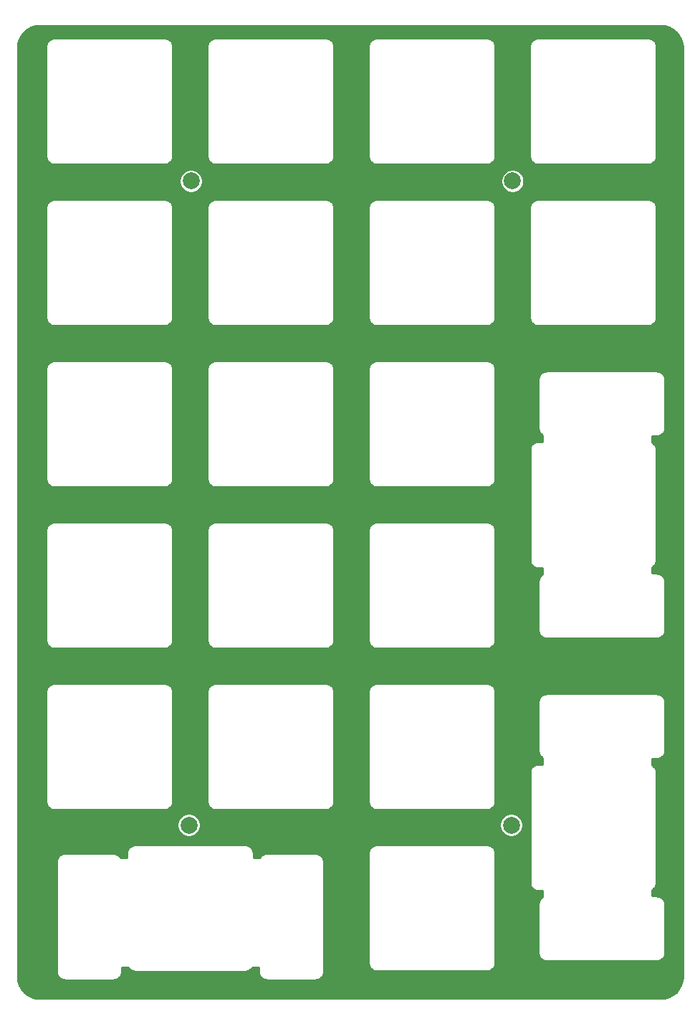
<source format=gtl>
G04 #@! TF.GenerationSoftware,KiCad,Pcbnew,5.1.6-c6e7f7d~87~ubuntu18.04.1*
G04 #@! TF.CreationDate,2020-08-05T15:47:39+02:00*
G04 #@! TF.ProjectId,switchplate,73776974-6368-4706-9c61-74652e6b6963,rev?*
G04 #@! TF.SameCoordinates,Original*
G04 #@! TF.FileFunction,Copper,L1,Top*
G04 #@! TF.FilePolarity,Positive*
%FSLAX46Y46*%
G04 Gerber Fmt 4.6, Leading zero omitted, Abs format (unit mm)*
G04 Created by KiCad (PCBNEW 5.1.6-c6e7f7d~87~ubuntu18.04.1) date 2020-08-05 15:47:39*
%MOMM*%
%LPD*%
G01*
G04 APERTURE LIST*
G04 #@! TA.AperFunction,ComponentPad*
%ADD10C,2.000000*%
G04 #@! TD*
G04 #@! TA.AperFunction,NonConductor*
%ADD11C,0.254000*%
G04 #@! TD*
G04 APERTURE END LIST*
D10*
G04 #@! TO.P,REF\u002A\u002A,1*
G04 #@! TO.N,N/C*
X71628000Y-139827000D03*
G04 #@! TD*
G04 #@! TO.P,REF\u002A\u002A,1*
G04 #@! TO.N,N/C*
X109728000Y-139827000D03*
G04 #@! TD*
G04 #@! TO.P,REF\u002A\u002A,1*
G04 #@! TO.N,N/C*
X109855000Y-63754000D03*
G04 #@! TD*
G04 #@! TO.P,REF\u002A\u002A,1*
G04 #@! TO.N,N/C*
X71882000Y-63754000D03*
G04 #@! TD*
D11*
G36*
X127874852Y-45476048D02*
G01*
X128354779Y-45620946D01*
X128797422Y-45856304D01*
X129185922Y-46173155D01*
X129505480Y-46559435D01*
X129743921Y-47000422D01*
X129892167Y-47479327D01*
X129946920Y-48000265D01*
X129946921Y-157700505D01*
X129895712Y-158222772D01*
X129750814Y-158702699D01*
X129515455Y-159145345D01*
X129198602Y-159533844D01*
X128812327Y-159853399D01*
X128371339Y-160091841D01*
X127892432Y-160240087D01*
X127371495Y-160294840D01*
X53993244Y-160294840D01*
X53470988Y-160243632D01*
X52991061Y-160098734D01*
X52548415Y-159863375D01*
X52159916Y-159546522D01*
X51840361Y-159160247D01*
X51601919Y-158719259D01*
X51453673Y-158240352D01*
X51398920Y-157719415D01*
X51398920Y-144095418D01*
X55974919Y-144095418D01*
X55974920Y-157142263D01*
X55976915Y-157162521D01*
X55976894Y-157165562D01*
X55977544Y-157172190D01*
X55987744Y-157269239D01*
X55996437Y-157311590D01*
X56004538Y-157354056D01*
X56006462Y-157360429D01*
X56006464Y-157360435D01*
X56035319Y-157453650D01*
X56052078Y-157493520D01*
X56068269Y-157533593D01*
X56071390Y-157539463D01*
X56071394Y-157539471D01*
X56071399Y-157539478D01*
X56117809Y-157625311D01*
X56141993Y-157661165D01*
X56165656Y-157697327D01*
X56169862Y-157702483D01*
X56169866Y-157702489D01*
X56169871Y-157702494D01*
X56232068Y-157777677D01*
X56262748Y-157808144D01*
X56292989Y-157839026D01*
X56298121Y-157843271D01*
X56298124Y-157843274D01*
X56298128Y-157843276D01*
X56373742Y-157904947D01*
X56409788Y-157928897D01*
X56445429Y-157953301D01*
X56451271Y-157956459D01*
X56451281Y-157956466D01*
X56451291Y-157956470D01*
X56537448Y-158002280D01*
X56577424Y-158018757D01*
X56617151Y-158035785D01*
X56623511Y-158037753D01*
X56623518Y-158037756D01*
X56623526Y-158037758D01*
X56716932Y-158065959D01*
X56759367Y-158074362D01*
X56801633Y-158083346D01*
X56808248Y-158084041D01*
X56808253Y-158084042D01*
X56808257Y-158084042D01*
X56905374Y-158093564D01*
X56905388Y-158093564D01*
X56928496Y-158095840D01*
X62725863Y-158095840D01*
X62746096Y-158093847D01*
X62748642Y-158093865D01*
X62755270Y-158093215D01*
X62852319Y-158083015D01*
X62894670Y-158074322D01*
X62937136Y-158066221D01*
X62943509Y-158064297D01*
X62943515Y-158064295D01*
X63036730Y-158035440D01*
X63076600Y-158018681D01*
X63116673Y-158002490D01*
X63122543Y-157999369D01*
X63122551Y-157999365D01*
X63122558Y-157999360D01*
X63208391Y-157952950D01*
X63244268Y-157928751D01*
X63280407Y-157905103D01*
X63285563Y-157900897D01*
X63285569Y-157900893D01*
X63285574Y-157900888D01*
X63360757Y-157838691D01*
X63391252Y-157807983D01*
X63422106Y-157777770D01*
X63426351Y-157772638D01*
X63426354Y-157772635D01*
X63426356Y-157772631D01*
X63488027Y-157697017D01*
X63511977Y-157660971D01*
X63536381Y-157625330D01*
X63539539Y-157619488D01*
X63539546Y-157619478D01*
X63539550Y-157619468D01*
X63585360Y-157533311D01*
X63601837Y-157493335D01*
X63618865Y-157453608D01*
X63620834Y-157447245D01*
X63620836Y-157447241D01*
X63620838Y-157447233D01*
X63649039Y-157353827D01*
X63657442Y-157311392D01*
X63666426Y-157269126D01*
X63667122Y-157262502D01*
X63672089Y-157211841D01*
X63672169Y-157211576D01*
X63676488Y-157166980D01*
X63676644Y-157165385D01*
X63676644Y-157165365D01*
X63678957Y-157141480D01*
X63678061Y-156594752D01*
X64412754Y-156593511D01*
X64428370Y-156622391D01*
X64452554Y-156658245D01*
X64476217Y-156694407D01*
X64480423Y-156699563D01*
X64480427Y-156699569D01*
X64480432Y-156699574D01*
X64542629Y-156774757D01*
X64573309Y-156805224D01*
X64603550Y-156836106D01*
X64608682Y-156840351D01*
X64608685Y-156840354D01*
X64608689Y-156840356D01*
X64684303Y-156902027D01*
X64720349Y-156925977D01*
X64755990Y-156950381D01*
X64761832Y-156953539D01*
X64761842Y-156953546D01*
X64761852Y-156953550D01*
X64848009Y-156999360D01*
X64887985Y-157015837D01*
X64927712Y-157032865D01*
X64934072Y-157034833D01*
X64934079Y-157034836D01*
X64934087Y-157034838D01*
X65027493Y-157063039D01*
X65069928Y-157071442D01*
X65112194Y-157080426D01*
X65118809Y-157081121D01*
X65118814Y-157081122D01*
X65118818Y-157081122D01*
X65215935Y-157090644D01*
X65215949Y-157090644D01*
X65239057Y-157092920D01*
X78285903Y-157092920D01*
X78306170Y-157090924D01*
X78309202Y-157090945D01*
X78315830Y-157090295D01*
X78412879Y-157080095D01*
X78455230Y-157071402D01*
X78497696Y-157063301D01*
X78504069Y-157061377D01*
X78504075Y-157061375D01*
X78597290Y-157032520D01*
X78637160Y-157015761D01*
X78677233Y-156999570D01*
X78683103Y-156996449D01*
X78683111Y-156996445D01*
X78683118Y-156996440D01*
X78768951Y-156950030D01*
X78804828Y-156925831D01*
X78840967Y-156902183D01*
X78846123Y-156897977D01*
X78846129Y-156897973D01*
X78846134Y-156897968D01*
X78921317Y-156835771D01*
X78951812Y-156805063D01*
X78982666Y-156774850D01*
X78986911Y-156769718D01*
X78986914Y-156769715D01*
X78986916Y-156769711D01*
X79048587Y-156694097D01*
X79072537Y-156658051D01*
X79096941Y-156622410D01*
X79100099Y-156616568D01*
X79100106Y-156616558D01*
X79100110Y-156616548D01*
X79112359Y-156593511D01*
X79849367Y-156594756D01*
X79850992Y-157143674D01*
X79852916Y-157162629D01*
X79852895Y-157165562D01*
X79853545Y-157172190D01*
X79863745Y-157269239D01*
X79872438Y-157311590D01*
X79880539Y-157354056D01*
X79882463Y-157360429D01*
X79882465Y-157360435D01*
X79911320Y-157453650D01*
X79928079Y-157493520D01*
X79944270Y-157533593D01*
X79947391Y-157539463D01*
X79947395Y-157539471D01*
X79947400Y-157539478D01*
X79993810Y-157625311D01*
X80017994Y-157661165D01*
X80041657Y-157697327D01*
X80045863Y-157702483D01*
X80045867Y-157702489D01*
X80045872Y-157702494D01*
X80108069Y-157777677D01*
X80138749Y-157808144D01*
X80168990Y-157839026D01*
X80174122Y-157843271D01*
X80174125Y-157843274D01*
X80174129Y-157843276D01*
X80249743Y-157904947D01*
X80285789Y-157928897D01*
X80321430Y-157953301D01*
X80327272Y-157956459D01*
X80327282Y-157956466D01*
X80327292Y-157956470D01*
X80413449Y-158002280D01*
X80453425Y-158018757D01*
X80493152Y-158035785D01*
X80499512Y-158037753D01*
X80499519Y-158037756D01*
X80499527Y-158037758D01*
X80592933Y-158065959D01*
X80635368Y-158074362D01*
X80677634Y-158083346D01*
X80684249Y-158084041D01*
X80684254Y-158084042D01*
X80684258Y-158084042D01*
X80781375Y-158093564D01*
X80781389Y-158093564D01*
X80804497Y-158095840D01*
X86601343Y-158095840D01*
X86621610Y-158093844D01*
X86624642Y-158093865D01*
X86631270Y-158093215D01*
X86728319Y-158083015D01*
X86770670Y-158074322D01*
X86813136Y-158066221D01*
X86819509Y-158064297D01*
X86819515Y-158064295D01*
X86912730Y-158035440D01*
X86952600Y-158018681D01*
X86992673Y-158002490D01*
X86998543Y-157999369D01*
X86998551Y-157999365D01*
X86998558Y-157999360D01*
X87084391Y-157952950D01*
X87120268Y-157928751D01*
X87156407Y-157905103D01*
X87161563Y-157900897D01*
X87161569Y-157900893D01*
X87161574Y-157900888D01*
X87236757Y-157838691D01*
X87267252Y-157807983D01*
X87298106Y-157777770D01*
X87302351Y-157772638D01*
X87302354Y-157772635D01*
X87302356Y-157772631D01*
X87364027Y-157697017D01*
X87387977Y-157660971D01*
X87412381Y-157625330D01*
X87415539Y-157619488D01*
X87415546Y-157619478D01*
X87415550Y-157619468D01*
X87461360Y-157533311D01*
X87477837Y-157493335D01*
X87494865Y-157453608D01*
X87496834Y-157447245D01*
X87496836Y-157447241D01*
X87496838Y-157447233D01*
X87525039Y-157353827D01*
X87533442Y-157311392D01*
X87542426Y-157269126D01*
X87543122Y-157262502D01*
X87552644Y-157165385D01*
X87552644Y-157165371D01*
X87554920Y-157142263D01*
X87554920Y-144095417D01*
X87552924Y-144075150D01*
X87552945Y-144072118D01*
X87552295Y-144065490D01*
X87542095Y-143968442D01*
X87533404Y-143926105D01*
X87525301Y-143883624D01*
X87523376Y-143877249D01*
X87494520Y-143784030D01*
X87477761Y-143744160D01*
X87461570Y-143704087D01*
X87458449Y-143698217D01*
X87458445Y-143698209D01*
X87458440Y-143698202D01*
X87412030Y-143612369D01*
X87387846Y-143576515D01*
X87364183Y-143540353D01*
X87359975Y-143535194D01*
X87359973Y-143535191D01*
X87359968Y-143535186D01*
X87297771Y-143460003D01*
X87267091Y-143429536D01*
X87236850Y-143398654D01*
X87231718Y-143394409D01*
X87231714Y-143394405D01*
X87231709Y-143394402D01*
X87156097Y-143332733D01*
X87120089Y-143308809D01*
X87084410Y-143284379D01*
X87078563Y-143281218D01*
X87078557Y-143281214D01*
X87078550Y-143281211D01*
X86992391Y-143235400D01*
X86952415Y-143218923D01*
X86912688Y-143201895D01*
X86906328Y-143199927D01*
X86906321Y-143199924D01*
X86906313Y-143199922D01*
X86812907Y-143171721D01*
X86770472Y-143163318D01*
X86728206Y-143154334D01*
X86721591Y-143153639D01*
X86721586Y-143153638D01*
X86721582Y-143153638D01*
X86624465Y-143144116D01*
X86624451Y-143144116D01*
X86601343Y-143141840D01*
X80804497Y-143141840D01*
X80784230Y-143143836D01*
X80781198Y-143143815D01*
X80774570Y-143144465D01*
X80677522Y-143154665D01*
X80635185Y-143163356D01*
X80592704Y-143171459D01*
X80586329Y-143173384D01*
X80493110Y-143202240D01*
X80453240Y-143218999D01*
X80413167Y-143235190D01*
X80407297Y-143238311D01*
X80407289Y-143238315D01*
X80407282Y-143238320D01*
X80321449Y-143284730D01*
X80285595Y-143308914D01*
X80249433Y-143332577D01*
X80244277Y-143336783D01*
X80244271Y-143336787D01*
X80244266Y-143336792D01*
X80169083Y-143398989D01*
X80138616Y-143429669D01*
X80107734Y-143459910D01*
X80103489Y-143465042D01*
X80103485Y-143465046D01*
X80103484Y-143465048D01*
X80041813Y-143540663D01*
X80017889Y-143576671D01*
X79993459Y-143612350D01*
X79990298Y-143618197D01*
X79990294Y-143618203D01*
X79990294Y-143618204D01*
X79990292Y-143618208D01*
X79978240Y-143640875D01*
X79238350Y-143638836D01*
X79239529Y-143093530D01*
X79237496Y-143072418D01*
X92847920Y-143072418D01*
X92847921Y-156119263D01*
X92849916Y-156139521D01*
X92849895Y-156142562D01*
X92850545Y-156149190D01*
X92860745Y-156246239D01*
X92869438Y-156288590D01*
X92877539Y-156331056D01*
X92879463Y-156337429D01*
X92879465Y-156337435D01*
X92908320Y-156430650D01*
X92925079Y-156470520D01*
X92941270Y-156510593D01*
X92944391Y-156516463D01*
X92944395Y-156516471D01*
X92944400Y-156516478D01*
X92990810Y-156602311D01*
X93014994Y-156638165D01*
X93038657Y-156674327D01*
X93042863Y-156679483D01*
X93042867Y-156679489D01*
X93042872Y-156679494D01*
X93105069Y-156754677D01*
X93135749Y-156785144D01*
X93165990Y-156816026D01*
X93171122Y-156820271D01*
X93171125Y-156820274D01*
X93171129Y-156820276D01*
X93246743Y-156881947D01*
X93282789Y-156905897D01*
X93318430Y-156930301D01*
X93324272Y-156933459D01*
X93324282Y-156933466D01*
X93324292Y-156933470D01*
X93410449Y-156979280D01*
X93450425Y-156995757D01*
X93490152Y-157012785D01*
X93496512Y-157014753D01*
X93496519Y-157014756D01*
X93496527Y-157014758D01*
X93589933Y-157042959D01*
X93632368Y-157051362D01*
X93674634Y-157060346D01*
X93681249Y-157061041D01*
X93681254Y-157061042D01*
X93681258Y-157061042D01*
X93778375Y-157070564D01*
X93778389Y-157070564D01*
X93801497Y-157072840D01*
X106848343Y-157072840D01*
X106868610Y-157070844D01*
X106871642Y-157070865D01*
X106878270Y-157070215D01*
X106975319Y-157060015D01*
X107017670Y-157051322D01*
X107060136Y-157043221D01*
X107066509Y-157041297D01*
X107066515Y-157041295D01*
X107159730Y-157012440D01*
X107199600Y-156995681D01*
X107239673Y-156979490D01*
X107245543Y-156976369D01*
X107245551Y-156976365D01*
X107245558Y-156976360D01*
X107331391Y-156929950D01*
X107367268Y-156905751D01*
X107403407Y-156882103D01*
X107408563Y-156877897D01*
X107408569Y-156877893D01*
X107408574Y-156877888D01*
X107483757Y-156815691D01*
X107514252Y-156784983D01*
X107545106Y-156754770D01*
X107549351Y-156749638D01*
X107549354Y-156749635D01*
X107549356Y-156749631D01*
X107611027Y-156674017D01*
X107634977Y-156637971D01*
X107659381Y-156602330D01*
X107662539Y-156596488D01*
X107662546Y-156596478D01*
X107662550Y-156596468D01*
X107708360Y-156510311D01*
X107724837Y-156470335D01*
X107741865Y-156430608D01*
X107743834Y-156424245D01*
X107743836Y-156424241D01*
X107743838Y-156424233D01*
X107772039Y-156330827D01*
X107780442Y-156288392D01*
X107789426Y-156246126D01*
X107790122Y-156239502D01*
X107799644Y-156142385D01*
X107799644Y-156142371D01*
X107801920Y-156119263D01*
X107801920Y-143072417D01*
X107799924Y-143052150D01*
X107799945Y-143049118D01*
X107799295Y-143042490D01*
X107789095Y-142945442D01*
X107780404Y-142903105D01*
X107772301Y-142860624D01*
X107770376Y-142854249D01*
X107741520Y-142761030D01*
X107724761Y-142721160D01*
X107708570Y-142681087D01*
X107705449Y-142675217D01*
X107705445Y-142675209D01*
X107705440Y-142675202D01*
X107659030Y-142589369D01*
X107634846Y-142553515D01*
X107611183Y-142517353D01*
X107606975Y-142512194D01*
X107606973Y-142512191D01*
X107606968Y-142512186D01*
X107544771Y-142437003D01*
X107514091Y-142406536D01*
X107483850Y-142375654D01*
X107478718Y-142371409D01*
X107478714Y-142371405D01*
X107478709Y-142371402D01*
X107403097Y-142309733D01*
X107367089Y-142285809D01*
X107331410Y-142261379D01*
X107325563Y-142258218D01*
X107325557Y-142258214D01*
X107325550Y-142258211D01*
X107239391Y-142212400D01*
X107199415Y-142195923D01*
X107159688Y-142178895D01*
X107153328Y-142176927D01*
X107153321Y-142176924D01*
X107153313Y-142176922D01*
X107059907Y-142148721D01*
X107017472Y-142140318D01*
X106975206Y-142131334D01*
X106968591Y-142130639D01*
X106968586Y-142130638D01*
X106968582Y-142130638D01*
X106871465Y-142121116D01*
X106871451Y-142121116D01*
X106848343Y-142118840D01*
X93801497Y-142118840D01*
X93781230Y-142120836D01*
X93778198Y-142120815D01*
X93771570Y-142121465D01*
X93674522Y-142131665D01*
X93632185Y-142140356D01*
X93589704Y-142148459D01*
X93583329Y-142150384D01*
X93490110Y-142179240D01*
X93450240Y-142195999D01*
X93410167Y-142212190D01*
X93404297Y-142215311D01*
X93404289Y-142215315D01*
X93404282Y-142215320D01*
X93318449Y-142261730D01*
X93282595Y-142285914D01*
X93246433Y-142309577D01*
X93241277Y-142313783D01*
X93241271Y-142313787D01*
X93241266Y-142313792D01*
X93166083Y-142375989D01*
X93135616Y-142406669D01*
X93104734Y-142436910D01*
X93100489Y-142442042D01*
X93100485Y-142442046D01*
X93100484Y-142442048D01*
X93038813Y-142517663D01*
X93014889Y-142553671D01*
X92990459Y-142589350D01*
X92987298Y-142595197D01*
X92987294Y-142595203D01*
X92987294Y-142595204D01*
X92987292Y-142595208D01*
X92941480Y-142681369D01*
X92925003Y-142721345D01*
X92907975Y-142761072D01*
X92906007Y-142767432D01*
X92906004Y-142767439D01*
X92906002Y-142767447D01*
X92877801Y-142860853D01*
X92869398Y-142903288D01*
X92860414Y-142945554D01*
X92859718Y-142952178D01*
X92850196Y-143049295D01*
X92850196Y-143049310D01*
X92847920Y-143072418D01*
X79237496Y-143072418D01*
X79237483Y-143072289D01*
X79237505Y-143069198D01*
X79236855Y-143062570D01*
X79233180Y-143027604D01*
X79232778Y-143023430D01*
X79232722Y-143023243D01*
X79226655Y-142965522D01*
X79217964Y-142923185D01*
X79209861Y-142880704D01*
X79207936Y-142874329D01*
X79179080Y-142781110D01*
X79162321Y-142741240D01*
X79146130Y-142701167D01*
X79143009Y-142695297D01*
X79143005Y-142695289D01*
X79143000Y-142695282D01*
X79096590Y-142609449D01*
X79072406Y-142573595D01*
X79048743Y-142537433D01*
X79044535Y-142532274D01*
X79044533Y-142532271D01*
X79044528Y-142532266D01*
X78982331Y-142457083D01*
X78951651Y-142426616D01*
X78921410Y-142395734D01*
X78916278Y-142391489D01*
X78916274Y-142391485D01*
X78916269Y-142391482D01*
X78840657Y-142329813D01*
X78804649Y-142305889D01*
X78768970Y-142281459D01*
X78763123Y-142278298D01*
X78763117Y-142278294D01*
X78763110Y-142278291D01*
X78676951Y-142232480D01*
X78636975Y-142216003D01*
X78597248Y-142198975D01*
X78590888Y-142197007D01*
X78590881Y-142197004D01*
X78590873Y-142197002D01*
X78497467Y-142168801D01*
X78455032Y-142160398D01*
X78412766Y-142151414D01*
X78406151Y-142150719D01*
X78406146Y-142150718D01*
X78406142Y-142150718D01*
X78309025Y-142141196D01*
X78309011Y-142141196D01*
X78285903Y-142138920D01*
X65239057Y-142138920D01*
X65218790Y-142140916D01*
X65215758Y-142140895D01*
X65209130Y-142141545D01*
X65112082Y-142151745D01*
X65069745Y-142160436D01*
X65027264Y-142168539D01*
X65020889Y-142170464D01*
X64927670Y-142199320D01*
X64887800Y-142216079D01*
X64847727Y-142232270D01*
X64841857Y-142235391D01*
X64841849Y-142235395D01*
X64841842Y-142235400D01*
X64756009Y-142281810D01*
X64720155Y-142305994D01*
X64683993Y-142329657D01*
X64678837Y-142333863D01*
X64678831Y-142333867D01*
X64678826Y-142333872D01*
X64603643Y-142396069D01*
X64573176Y-142426749D01*
X64542294Y-142456990D01*
X64538049Y-142462122D01*
X64538045Y-142462126D01*
X64538044Y-142462128D01*
X64476373Y-142537743D01*
X64452449Y-142573751D01*
X64428019Y-142609430D01*
X64424858Y-142615277D01*
X64424854Y-142615283D01*
X64424854Y-142615284D01*
X64424852Y-142615288D01*
X64379040Y-142701449D01*
X64362563Y-142741425D01*
X64345535Y-142781152D01*
X64343567Y-142787512D01*
X64343564Y-142787519D01*
X64343562Y-142787527D01*
X64315361Y-142880933D01*
X64306958Y-142923368D01*
X64297974Y-142965634D01*
X64297278Y-142972258D01*
X64287759Y-143069341D01*
X64285544Y-143091243D01*
X64284094Y-143642368D01*
X63552058Y-143642011D01*
X63536030Y-143612369D01*
X63511846Y-143576515D01*
X63488183Y-143540353D01*
X63483975Y-143535194D01*
X63483973Y-143535191D01*
X63483968Y-143535186D01*
X63421771Y-143460003D01*
X63391091Y-143429536D01*
X63360850Y-143398654D01*
X63355718Y-143394409D01*
X63355714Y-143394405D01*
X63355709Y-143394402D01*
X63280097Y-143332733D01*
X63244089Y-143308809D01*
X63208410Y-143284379D01*
X63202563Y-143281218D01*
X63202557Y-143281214D01*
X63202550Y-143281211D01*
X63116391Y-143235400D01*
X63076415Y-143218923D01*
X63036688Y-143201895D01*
X63030328Y-143199927D01*
X63030321Y-143199924D01*
X63030313Y-143199922D01*
X62936907Y-143171721D01*
X62894472Y-143163318D01*
X62852206Y-143154334D01*
X62845591Y-143153639D01*
X62845586Y-143153638D01*
X62845582Y-143153638D01*
X62748465Y-143144116D01*
X62748451Y-143144116D01*
X62725343Y-143141840D01*
X56928496Y-143141840D01*
X56908229Y-143143836D01*
X56905197Y-143143815D01*
X56898569Y-143144465D01*
X56801521Y-143154665D01*
X56759184Y-143163356D01*
X56716703Y-143171459D01*
X56710328Y-143173384D01*
X56617109Y-143202240D01*
X56577239Y-143218999D01*
X56537166Y-143235190D01*
X56531296Y-143238311D01*
X56531288Y-143238315D01*
X56531281Y-143238320D01*
X56445448Y-143284730D01*
X56409594Y-143308914D01*
X56373432Y-143332577D01*
X56368276Y-143336783D01*
X56368270Y-143336787D01*
X56368265Y-143336792D01*
X56293082Y-143398989D01*
X56262615Y-143429669D01*
X56231733Y-143459910D01*
X56227488Y-143465042D01*
X56227484Y-143465046D01*
X56227483Y-143465048D01*
X56165812Y-143540663D01*
X56141888Y-143576671D01*
X56117458Y-143612350D01*
X56114297Y-143618197D01*
X56114293Y-143618203D01*
X56114293Y-143618204D01*
X56114291Y-143618208D01*
X56068479Y-143704369D01*
X56052002Y-143744345D01*
X56034974Y-143784072D01*
X56033006Y-143790432D01*
X56033003Y-143790439D01*
X56033001Y-143790447D01*
X56004800Y-143883853D01*
X55996397Y-143926288D01*
X55987413Y-143968554D01*
X55986717Y-143975178D01*
X55977195Y-144072295D01*
X55977195Y-144072310D01*
X55974919Y-144095418D01*
X51398920Y-144095418D01*
X51398920Y-139691377D01*
X70251000Y-139691377D01*
X70251000Y-139962623D01*
X70303917Y-140228656D01*
X70407718Y-140479254D01*
X70558414Y-140704787D01*
X70750213Y-140896586D01*
X70975746Y-141047282D01*
X71226344Y-141151083D01*
X71492377Y-141204000D01*
X71763623Y-141204000D01*
X72029656Y-141151083D01*
X72280254Y-141047282D01*
X72505787Y-140896586D01*
X72697586Y-140704787D01*
X72848282Y-140479254D01*
X72952083Y-140228656D01*
X73005000Y-139962623D01*
X73005000Y-139691377D01*
X108351000Y-139691377D01*
X108351000Y-139962623D01*
X108403917Y-140228656D01*
X108507718Y-140479254D01*
X108658414Y-140704787D01*
X108850213Y-140896586D01*
X109075746Y-141047282D01*
X109326344Y-141151083D01*
X109592377Y-141204000D01*
X109863623Y-141204000D01*
X110129656Y-141151083D01*
X110380254Y-141047282D01*
X110605787Y-140896586D01*
X110797586Y-140704787D01*
X110948282Y-140479254D01*
X111052083Y-140228656D01*
X111105000Y-139962623D01*
X111105000Y-139691377D01*
X111052083Y-139425344D01*
X110948282Y-139174746D01*
X110797586Y-138949213D01*
X110605787Y-138757414D01*
X110380254Y-138606718D01*
X110129656Y-138502917D01*
X109863623Y-138450000D01*
X109592377Y-138450000D01*
X109326344Y-138502917D01*
X109075746Y-138606718D01*
X108850213Y-138757414D01*
X108658414Y-138949213D01*
X108507718Y-139174746D01*
X108403917Y-139425344D01*
X108351000Y-139691377D01*
X73005000Y-139691377D01*
X72952083Y-139425344D01*
X72848282Y-139174746D01*
X72697586Y-138949213D01*
X72505787Y-138757414D01*
X72280254Y-138606718D01*
X72029656Y-138502917D01*
X71763623Y-138450000D01*
X71492377Y-138450000D01*
X71226344Y-138502917D01*
X70975746Y-138606718D01*
X70750213Y-138757414D01*
X70558414Y-138949213D01*
X70407718Y-139174746D01*
X70303917Y-139425344D01*
X70251000Y-139691377D01*
X51398920Y-139691377D01*
X51398920Y-124022418D01*
X54747920Y-124022418D01*
X54747921Y-137069263D01*
X54749916Y-137089521D01*
X54749895Y-137092562D01*
X54750545Y-137099190D01*
X54760745Y-137196239D01*
X54769438Y-137238590D01*
X54777539Y-137281056D01*
X54779463Y-137287429D01*
X54779465Y-137287435D01*
X54808320Y-137380650D01*
X54825079Y-137420520D01*
X54841270Y-137460593D01*
X54844391Y-137466463D01*
X54844395Y-137466471D01*
X54844400Y-137466478D01*
X54890810Y-137552311D01*
X54914994Y-137588165D01*
X54938657Y-137624327D01*
X54942863Y-137629483D01*
X54942867Y-137629489D01*
X54942872Y-137629494D01*
X55005069Y-137704677D01*
X55035749Y-137735144D01*
X55065990Y-137766026D01*
X55071122Y-137770271D01*
X55071125Y-137770274D01*
X55071129Y-137770276D01*
X55146743Y-137831947D01*
X55182789Y-137855897D01*
X55218430Y-137880301D01*
X55224272Y-137883459D01*
X55224282Y-137883466D01*
X55224292Y-137883470D01*
X55310449Y-137929280D01*
X55350425Y-137945757D01*
X55390152Y-137962785D01*
X55396512Y-137964753D01*
X55396519Y-137964756D01*
X55396527Y-137964758D01*
X55489933Y-137992959D01*
X55532368Y-138001362D01*
X55574634Y-138010346D01*
X55581249Y-138011041D01*
X55581254Y-138011042D01*
X55581258Y-138011042D01*
X55678375Y-138020564D01*
X55678389Y-138020564D01*
X55701497Y-138022840D01*
X68748342Y-138022840D01*
X68768609Y-138020844D01*
X68771641Y-138020865D01*
X68778269Y-138020215D01*
X68875318Y-138010015D01*
X68917669Y-138001322D01*
X68960135Y-137993221D01*
X68966508Y-137991297D01*
X68966514Y-137991295D01*
X69059729Y-137962440D01*
X69099599Y-137945681D01*
X69139672Y-137929490D01*
X69145542Y-137926369D01*
X69145550Y-137926365D01*
X69145557Y-137926360D01*
X69231390Y-137879950D01*
X69267267Y-137855751D01*
X69303406Y-137832103D01*
X69308562Y-137827897D01*
X69308568Y-137827893D01*
X69308573Y-137827888D01*
X69383756Y-137765691D01*
X69414251Y-137734983D01*
X69445105Y-137704770D01*
X69449350Y-137699638D01*
X69449353Y-137699635D01*
X69449355Y-137699631D01*
X69511026Y-137624017D01*
X69534976Y-137587971D01*
X69559380Y-137552330D01*
X69562538Y-137546488D01*
X69562545Y-137546478D01*
X69562549Y-137546468D01*
X69608359Y-137460311D01*
X69624836Y-137420335D01*
X69641864Y-137380608D01*
X69643833Y-137374245D01*
X69643835Y-137374241D01*
X69643837Y-137374233D01*
X69672038Y-137280827D01*
X69680441Y-137238392D01*
X69689425Y-137196126D01*
X69690121Y-137189502D01*
X69699643Y-137092385D01*
X69699643Y-137092371D01*
X69701919Y-137069263D01*
X69701919Y-124022418D01*
X73797920Y-124022418D01*
X73797921Y-137069263D01*
X73799916Y-137089521D01*
X73799895Y-137092562D01*
X73800545Y-137099190D01*
X73810745Y-137196239D01*
X73819438Y-137238590D01*
X73827539Y-137281056D01*
X73829463Y-137287429D01*
X73829465Y-137287435D01*
X73858320Y-137380650D01*
X73875079Y-137420520D01*
X73891270Y-137460593D01*
X73894391Y-137466463D01*
X73894395Y-137466471D01*
X73894400Y-137466478D01*
X73940810Y-137552311D01*
X73964994Y-137588165D01*
X73988657Y-137624327D01*
X73992863Y-137629483D01*
X73992867Y-137629489D01*
X73992872Y-137629494D01*
X74055069Y-137704677D01*
X74085749Y-137735144D01*
X74115990Y-137766026D01*
X74121122Y-137770271D01*
X74121125Y-137770274D01*
X74121129Y-137770276D01*
X74196743Y-137831947D01*
X74232789Y-137855897D01*
X74268430Y-137880301D01*
X74274272Y-137883459D01*
X74274282Y-137883466D01*
X74274292Y-137883470D01*
X74360449Y-137929280D01*
X74400425Y-137945757D01*
X74440152Y-137962785D01*
X74446512Y-137964753D01*
X74446519Y-137964756D01*
X74446527Y-137964758D01*
X74539933Y-137992959D01*
X74582368Y-138001362D01*
X74624634Y-138010346D01*
X74631249Y-138011041D01*
X74631254Y-138011042D01*
X74631258Y-138011042D01*
X74728375Y-138020564D01*
X74728389Y-138020564D01*
X74751497Y-138022840D01*
X87798343Y-138022840D01*
X87818610Y-138020844D01*
X87821642Y-138020865D01*
X87828270Y-138020215D01*
X87925319Y-138010015D01*
X87967670Y-138001322D01*
X88010136Y-137993221D01*
X88016509Y-137991297D01*
X88016515Y-137991295D01*
X88109730Y-137962440D01*
X88149600Y-137945681D01*
X88189673Y-137929490D01*
X88195543Y-137926369D01*
X88195551Y-137926365D01*
X88195558Y-137926360D01*
X88281391Y-137879950D01*
X88317268Y-137855751D01*
X88353407Y-137832103D01*
X88358563Y-137827897D01*
X88358569Y-137827893D01*
X88358574Y-137827888D01*
X88433757Y-137765691D01*
X88464252Y-137734983D01*
X88495106Y-137704770D01*
X88499351Y-137699638D01*
X88499354Y-137699635D01*
X88499356Y-137699631D01*
X88561027Y-137624017D01*
X88584977Y-137587971D01*
X88609381Y-137552330D01*
X88612539Y-137546488D01*
X88612546Y-137546478D01*
X88612550Y-137546468D01*
X88658360Y-137460311D01*
X88674837Y-137420335D01*
X88691865Y-137380608D01*
X88693834Y-137374245D01*
X88693836Y-137374241D01*
X88693838Y-137374233D01*
X88722039Y-137280827D01*
X88730442Y-137238392D01*
X88739426Y-137196126D01*
X88740122Y-137189502D01*
X88749644Y-137092385D01*
X88749644Y-137092371D01*
X88751920Y-137069263D01*
X88751920Y-124022418D01*
X92847920Y-124022418D01*
X92847921Y-137069263D01*
X92849916Y-137089521D01*
X92849895Y-137092562D01*
X92850545Y-137099190D01*
X92860745Y-137196239D01*
X92869438Y-137238590D01*
X92877539Y-137281056D01*
X92879463Y-137287429D01*
X92879465Y-137287435D01*
X92908320Y-137380650D01*
X92925079Y-137420520D01*
X92941270Y-137460593D01*
X92944391Y-137466463D01*
X92944395Y-137466471D01*
X92944400Y-137466478D01*
X92990810Y-137552311D01*
X93014994Y-137588165D01*
X93038657Y-137624327D01*
X93042863Y-137629483D01*
X93042867Y-137629489D01*
X93042872Y-137629494D01*
X93105069Y-137704677D01*
X93135749Y-137735144D01*
X93165990Y-137766026D01*
X93171122Y-137770271D01*
X93171125Y-137770274D01*
X93171129Y-137770276D01*
X93246743Y-137831947D01*
X93282789Y-137855897D01*
X93318430Y-137880301D01*
X93324272Y-137883459D01*
X93324282Y-137883466D01*
X93324292Y-137883470D01*
X93410449Y-137929280D01*
X93450425Y-137945757D01*
X93490152Y-137962785D01*
X93496512Y-137964753D01*
X93496519Y-137964756D01*
X93496527Y-137964758D01*
X93589933Y-137992959D01*
X93632368Y-138001362D01*
X93674634Y-138010346D01*
X93681249Y-138011041D01*
X93681254Y-138011042D01*
X93681258Y-138011042D01*
X93778375Y-138020564D01*
X93778389Y-138020564D01*
X93801497Y-138022840D01*
X106848343Y-138022840D01*
X106868610Y-138020844D01*
X106871642Y-138020865D01*
X106878270Y-138020215D01*
X106975319Y-138010015D01*
X107017670Y-138001322D01*
X107060136Y-137993221D01*
X107066509Y-137991297D01*
X107066515Y-137991295D01*
X107159730Y-137962440D01*
X107199600Y-137945681D01*
X107239673Y-137929490D01*
X107245543Y-137926369D01*
X107245551Y-137926365D01*
X107245558Y-137926360D01*
X107331391Y-137879950D01*
X107367268Y-137855751D01*
X107403407Y-137832103D01*
X107408563Y-137827897D01*
X107408569Y-137827893D01*
X107408574Y-137827888D01*
X107483757Y-137765691D01*
X107514252Y-137734983D01*
X107545106Y-137704770D01*
X107549351Y-137699638D01*
X107549354Y-137699635D01*
X107549356Y-137699631D01*
X107611027Y-137624017D01*
X107634977Y-137587971D01*
X107659381Y-137552330D01*
X107662539Y-137546488D01*
X107662546Y-137546478D01*
X107662550Y-137546468D01*
X107708360Y-137460311D01*
X107724837Y-137420335D01*
X107741865Y-137380608D01*
X107743834Y-137374245D01*
X107743836Y-137374241D01*
X107743838Y-137374233D01*
X107772039Y-137280827D01*
X107780442Y-137238392D01*
X107789426Y-137196126D01*
X107790122Y-137189502D01*
X107799644Y-137092385D01*
X107799644Y-137092371D01*
X107801920Y-137069263D01*
X107801920Y-133570418D01*
X111912920Y-133570418D01*
X111912921Y-146617263D01*
X111914916Y-146637521D01*
X111914895Y-146640562D01*
X111915545Y-146647190D01*
X111925745Y-146744239D01*
X111934438Y-146786590D01*
X111942539Y-146829056D01*
X111944463Y-146835429D01*
X111944465Y-146835435D01*
X111973320Y-146928650D01*
X111990079Y-146968520D01*
X112006270Y-147008593D01*
X112009391Y-147014463D01*
X112009395Y-147014471D01*
X112009400Y-147014478D01*
X112055810Y-147100311D01*
X112079994Y-147136165D01*
X112103657Y-147172327D01*
X112107863Y-147177483D01*
X112107867Y-147177489D01*
X112107872Y-147177494D01*
X112170069Y-147252677D01*
X112200749Y-147283144D01*
X112230990Y-147314026D01*
X112236122Y-147318271D01*
X112236125Y-147318274D01*
X112236129Y-147318276D01*
X112311743Y-147379947D01*
X112347789Y-147403897D01*
X112383430Y-147428301D01*
X112389272Y-147431459D01*
X112389282Y-147431466D01*
X112389292Y-147431470D01*
X112475449Y-147477280D01*
X112515425Y-147493757D01*
X112555152Y-147510785D01*
X112561512Y-147512753D01*
X112561519Y-147512756D01*
X112561527Y-147512758D01*
X112654933Y-147540959D01*
X112697368Y-147549362D01*
X112739634Y-147558346D01*
X112746249Y-147559041D01*
X112746254Y-147559042D01*
X112746258Y-147559042D01*
X112843330Y-147568560D01*
X112865243Y-147570776D01*
X113415477Y-147572223D01*
X113413746Y-148306348D01*
X113383449Y-148322730D01*
X113347595Y-148346914D01*
X113311433Y-148370577D01*
X113306277Y-148374783D01*
X113306271Y-148374787D01*
X113306266Y-148374792D01*
X113231083Y-148436989D01*
X113200616Y-148467669D01*
X113169734Y-148497910D01*
X113165489Y-148503042D01*
X113165485Y-148503046D01*
X113165484Y-148503048D01*
X113103813Y-148578663D01*
X113079889Y-148614671D01*
X113055459Y-148650350D01*
X113052298Y-148656197D01*
X113052294Y-148656203D01*
X113052294Y-148656204D01*
X113052292Y-148656208D01*
X113006480Y-148742369D01*
X112990003Y-148782345D01*
X112972975Y-148822072D01*
X112971007Y-148828432D01*
X112971004Y-148828439D01*
X112971002Y-148828447D01*
X112942801Y-148921853D01*
X112934398Y-148964288D01*
X112925414Y-149006554D01*
X112924718Y-149013178D01*
X112915196Y-149110295D01*
X112915196Y-149110319D01*
X112912921Y-149133417D01*
X112912920Y-154930262D01*
X112914916Y-154950529D01*
X112914895Y-154953562D01*
X112915545Y-154960190D01*
X112925745Y-155057239D01*
X112934438Y-155099590D01*
X112942539Y-155142056D01*
X112944463Y-155148429D01*
X112944465Y-155148435D01*
X112973320Y-155241650D01*
X112990079Y-155281520D01*
X113006270Y-155321593D01*
X113009391Y-155327463D01*
X113009395Y-155327471D01*
X113009400Y-155327478D01*
X113055810Y-155413311D01*
X113079994Y-155449165D01*
X113103657Y-155485327D01*
X113107863Y-155490483D01*
X113107867Y-155490489D01*
X113107872Y-155490494D01*
X113170069Y-155565677D01*
X113200749Y-155596144D01*
X113230990Y-155627026D01*
X113236122Y-155631271D01*
X113236125Y-155631274D01*
X113236129Y-155631276D01*
X113311743Y-155692947D01*
X113347789Y-155716897D01*
X113383430Y-155741301D01*
X113389272Y-155744459D01*
X113389282Y-155744466D01*
X113389292Y-155744470D01*
X113475449Y-155790280D01*
X113515425Y-155806757D01*
X113555152Y-155823785D01*
X113561512Y-155825753D01*
X113561519Y-155825756D01*
X113561527Y-155825758D01*
X113654933Y-155853959D01*
X113697368Y-155862362D01*
X113739634Y-155871346D01*
X113746249Y-155872041D01*
X113746254Y-155872042D01*
X113746258Y-155872042D01*
X113843375Y-155881564D01*
X113843389Y-155881564D01*
X113866497Y-155883840D01*
X126913343Y-155883840D01*
X126933610Y-155881844D01*
X126936642Y-155881865D01*
X126943270Y-155881215D01*
X127040319Y-155871015D01*
X127082670Y-155862322D01*
X127125136Y-155854221D01*
X127131509Y-155852297D01*
X127131515Y-155852295D01*
X127224730Y-155823440D01*
X127264600Y-155806681D01*
X127304673Y-155790490D01*
X127310543Y-155787369D01*
X127310551Y-155787365D01*
X127310558Y-155787360D01*
X127396391Y-155740950D01*
X127432268Y-155716751D01*
X127468407Y-155693103D01*
X127473563Y-155688897D01*
X127473569Y-155688893D01*
X127473574Y-155688888D01*
X127548757Y-155626691D01*
X127579252Y-155595983D01*
X127610106Y-155565770D01*
X127614351Y-155560638D01*
X127614354Y-155560635D01*
X127614356Y-155560631D01*
X127676027Y-155485017D01*
X127699977Y-155448971D01*
X127724381Y-155413330D01*
X127727539Y-155407488D01*
X127727546Y-155407478D01*
X127727550Y-155407468D01*
X127773360Y-155321311D01*
X127789837Y-155281335D01*
X127806865Y-155241608D01*
X127808834Y-155235245D01*
X127808836Y-155235241D01*
X127808838Y-155235233D01*
X127837039Y-155141827D01*
X127845442Y-155099392D01*
X127854426Y-155057126D01*
X127855122Y-155050502D01*
X127864644Y-154953385D01*
X127864644Y-154953371D01*
X127866920Y-154930263D01*
X127866920Y-149133417D01*
X127864924Y-149113150D01*
X127864945Y-149110118D01*
X127864295Y-149103490D01*
X127854095Y-149006442D01*
X127845404Y-148964105D01*
X127837301Y-148921624D01*
X127835376Y-148915249D01*
X127806520Y-148822030D01*
X127789761Y-148782160D01*
X127773570Y-148742087D01*
X127770449Y-148736217D01*
X127770445Y-148736209D01*
X127770440Y-148736202D01*
X127724030Y-148650369D01*
X127699846Y-148614515D01*
X127676183Y-148578353D01*
X127671975Y-148573194D01*
X127671973Y-148573191D01*
X127671968Y-148573186D01*
X127609771Y-148498003D01*
X127579091Y-148467536D01*
X127548850Y-148436654D01*
X127543718Y-148432409D01*
X127543714Y-148432405D01*
X127543709Y-148432402D01*
X127468097Y-148370733D01*
X127432089Y-148346809D01*
X127396410Y-148322379D01*
X127390563Y-148319218D01*
X127390557Y-148319214D01*
X127390550Y-148319211D01*
X127304391Y-148273400D01*
X127264415Y-148256923D01*
X127224688Y-148239895D01*
X127218328Y-148237927D01*
X127218321Y-148237924D01*
X127218313Y-148237922D01*
X127124907Y-148209721D01*
X127082472Y-148201318D01*
X127040206Y-148192334D01*
X127033591Y-148191639D01*
X127033586Y-148191638D01*
X127033582Y-148191638D01*
X126936465Y-148182116D01*
X126936460Y-148182116D01*
X126913724Y-148179858D01*
X126368754Y-148179422D01*
X126367511Y-147443566D01*
X126396391Y-147427950D01*
X126432268Y-147403751D01*
X126468407Y-147380103D01*
X126473563Y-147375897D01*
X126473569Y-147375893D01*
X126473574Y-147375888D01*
X126548757Y-147313691D01*
X126579252Y-147282983D01*
X126610106Y-147252770D01*
X126614351Y-147247638D01*
X126614354Y-147247635D01*
X126614356Y-147247631D01*
X126676027Y-147172017D01*
X126699977Y-147135971D01*
X126724381Y-147100330D01*
X126727539Y-147094488D01*
X126727546Y-147094478D01*
X126727550Y-147094468D01*
X126773360Y-147008311D01*
X126789837Y-146968335D01*
X126806865Y-146928608D01*
X126808834Y-146922245D01*
X126808836Y-146922241D01*
X126808838Y-146922233D01*
X126837039Y-146828827D01*
X126845442Y-146786392D01*
X126854426Y-146744126D01*
X126855122Y-146737502D01*
X126864644Y-146640385D01*
X126864644Y-146640371D01*
X126866920Y-146617263D01*
X126866920Y-133570417D01*
X126864924Y-133550150D01*
X126864945Y-133547118D01*
X126864295Y-133540490D01*
X126854095Y-133443442D01*
X126845404Y-133401105D01*
X126837301Y-133358624D01*
X126835376Y-133352249D01*
X126806520Y-133259030D01*
X126789761Y-133219160D01*
X126773570Y-133179087D01*
X126770449Y-133173217D01*
X126770445Y-133173209D01*
X126770440Y-133173202D01*
X126724030Y-133087369D01*
X126699846Y-133051515D01*
X126676183Y-133015353D01*
X126671975Y-133010194D01*
X126671973Y-133010191D01*
X126671968Y-133010186D01*
X126609771Y-132935003D01*
X126579091Y-132904536D01*
X126548850Y-132873654D01*
X126543718Y-132869409D01*
X126543714Y-132869405D01*
X126543709Y-132869402D01*
X126468097Y-132807733D01*
X126432089Y-132783809D01*
X126396410Y-132759379D01*
X126390563Y-132756218D01*
X126390557Y-132756214D01*
X126390550Y-132756211D01*
X126367511Y-132743961D01*
X126368754Y-132008111D01*
X126913592Y-132007826D01*
X126933611Y-132005844D01*
X126936642Y-132005865D01*
X126943270Y-132005215D01*
X127040319Y-131995015D01*
X127082670Y-131986322D01*
X127125136Y-131978221D01*
X127131509Y-131976297D01*
X127131515Y-131976295D01*
X127224730Y-131947440D01*
X127264600Y-131930681D01*
X127304673Y-131914490D01*
X127310543Y-131911369D01*
X127310551Y-131911365D01*
X127310558Y-131911360D01*
X127396391Y-131864950D01*
X127432268Y-131840751D01*
X127468407Y-131817103D01*
X127473563Y-131812897D01*
X127473569Y-131812893D01*
X127473574Y-131812888D01*
X127548757Y-131750691D01*
X127579252Y-131719983D01*
X127610106Y-131689770D01*
X127614351Y-131684638D01*
X127614354Y-131684635D01*
X127614356Y-131684631D01*
X127676027Y-131609017D01*
X127699977Y-131572971D01*
X127724381Y-131537330D01*
X127727539Y-131531488D01*
X127727546Y-131531478D01*
X127727550Y-131531468D01*
X127773360Y-131445311D01*
X127789837Y-131405335D01*
X127806865Y-131365608D01*
X127808834Y-131359245D01*
X127808836Y-131359241D01*
X127808838Y-131359233D01*
X127837039Y-131265827D01*
X127845442Y-131223392D01*
X127854426Y-131181126D01*
X127855122Y-131174502D01*
X127864644Y-131077385D01*
X127864644Y-131077371D01*
X127866920Y-131054263D01*
X127866920Y-125257417D01*
X127864924Y-125237150D01*
X127864945Y-125234118D01*
X127864295Y-125227490D01*
X127854095Y-125130442D01*
X127845404Y-125088105D01*
X127837301Y-125045624D01*
X127835376Y-125039249D01*
X127806520Y-124946030D01*
X127789761Y-124906160D01*
X127773570Y-124866087D01*
X127770449Y-124860217D01*
X127770445Y-124860209D01*
X127770440Y-124860202D01*
X127724030Y-124774369D01*
X127699846Y-124738515D01*
X127676183Y-124702353D01*
X127671975Y-124697194D01*
X127671973Y-124697191D01*
X127671968Y-124697186D01*
X127609771Y-124622003D01*
X127579091Y-124591536D01*
X127548850Y-124560654D01*
X127543718Y-124556409D01*
X127543714Y-124556405D01*
X127543709Y-124556402D01*
X127468097Y-124494733D01*
X127432089Y-124470809D01*
X127396410Y-124446379D01*
X127390563Y-124443218D01*
X127390557Y-124443214D01*
X127390550Y-124443211D01*
X127304391Y-124397400D01*
X127264415Y-124380923D01*
X127224688Y-124363895D01*
X127218328Y-124361927D01*
X127218321Y-124361924D01*
X127218313Y-124361922D01*
X127124907Y-124333721D01*
X127082472Y-124325318D01*
X127040206Y-124316334D01*
X127033591Y-124315639D01*
X127033586Y-124315638D01*
X127033582Y-124315638D01*
X126936465Y-124306116D01*
X126936451Y-124306116D01*
X126913343Y-124303840D01*
X113866497Y-124303840D01*
X113846230Y-124305836D01*
X113843198Y-124305815D01*
X113836570Y-124306465D01*
X113739522Y-124316665D01*
X113697185Y-124325356D01*
X113654704Y-124333459D01*
X113648329Y-124335384D01*
X113555110Y-124364240D01*
X113515240Y-124380999D01*
X113475167Y-124397190D01*
X113469297Y-124400311D01*
X113469289Y-124400315D01*
X113469282Y-124400320D01*
X113383449Y-124446730D01*
X113347595Y-124470914D01*
X113311433Y-124494577D01*
X113306277Y-124498783D01*
X113306271Y-124498787D01*
X113306266Y-124498792D01*
X113231083Y-124560989D01*
X113200616Y-124591669D01*
X113169734Y-124621910D01*
X113165489Y-124627042D01*
X113165485Y-124627046D01*
X113165484Y-124627048D01*
X113103813Y-124702663D01*
X113079889Y-124738671D01*
X113055459Y-124774350D01*
X113052298Y-124780197D01*
X113052294Y-124780203D01*
X113052294Y-124780204D01*
X113052292Y-124780208D01*
X113006480Y-124866369D01*
X112990003Y-124906345D01*
X112972975Y-124946072D01*
X112971007Y-124952432D01*
X112971004Y-124952439D01*
X112971002Y-124952447D01*
X112942801Y-125045853D01*
X112934398Y-125088288D01*
X112925414Y-125130554D01*
X112924718Y-125137178D01*
X112915196Y-125234295D01*
X112915196Y-125234319D01*
X112912921Y-125257417D01*
X112912920Y-131054262D01*
X112914916Y-131074529D01*
X112914895Y-131077562D01*
X112915545Y-131084190D01*
X112925745Y-131181239D01*
X112934438Y-131223590D01*
X112942539Y-131266056D01*
X112944463Y-131272429D01*
X112944465Y-131272435D01*
X112973320Y-131365650D01*
X112990079Y-131405520D01*
X113006270Y-131445593D01*
X113009391Y-131451463D01*
X113009395Y-131451471D01*
X113009400Y-131451478D01*
X113055810Y-131537311D01*
X113079994Y-131573165D01*
X113103657Y-131609327D01*
X113107863Y-131614483D01*
X113107867Y-131614489D01*
X113107872Y-131614494D01*
X113170069Y-131689677D01*
X113200749Y-131720144D01*
X113230990Y-131751026D01*
X113236122Y-131755271D01*
X113236125Y-131755274D01*
X113236129Y-131755276D01*
X113311743Y-131816947D01*
X113347789Y-131840897D01*
X113383430Y-131865301D01*
X113389272Y-131868459D01*
X113389282Y-131868466D01*
X113389292Y-131868470D01*
X113412608Y-131880867D01*
X113411948Y-132617968D01*
X112867529Y-132616791D01*
X112846289Y-132618837D01*
X112843198Y-132618815D01*
X112836570Y-132619465D01*
X112801604Y-132623140D01*
X112797430Y-132623542D01*
X112797243Y-132623598D01*
X112739522Y-132629665D01*
X112697185Y-132638356D01*
X112654704Y-132646459D01*
X112648329Y-132648384D01*
X112555110Y-132677240D01*
X112515240Y-132693999D01*
X112475167Y-132710190D01*
X112469297Y-132713311D01*
X112469289Y-132713315D01*
X112469282Y-132713320D01*
X112383449Y-132759730D01*
X112347595Y-132783914D01*
X112311433Y-132807577D01*
X112306277Y-132811783D01*
X112306271Y-132811787D01*
X112306266Y-132811792D01*
X112231083Y-132873989D01*
X112200616Y-132904669D01*
X112169734Y-132934910D01*
X112165489Y-132940042D01*
X112165485Y-132940046D01*
X112165484Y-132940048D01*
X112103813Y-133015663D01*
X112079889Y-133051671D01*
X112055459Y-133087350D01*
X112052298Y-133093197D01*
X112052294Y-133093203D01*
X112052294Y-133093204D01*
X112052292Y-133093208D01*
X112006480Y-133179369D01*
X111990003Y-133219345D01*
X111972975Y-133259072D01*
X111971007Y-133265432D01*
X111971004Y-133265439D01*
X111971002Y-133265447D01*
X111942801Y-133358853D01*
X111934398Y-133401288D01*
X111925414Y-133443554D01*
X111924718Y-133450178D01*
X111915196Y-133547295D01*
X111915196Y-133547310D01*
X111912920Y-133570418D01*
X107801920Y-133570418D01*
X107801920Y-124022417D01*
X107799924Y-124002150D01*
X107799945Y-123999118D01*
X107799295Y-123992490D01*
X107789095Y-123895442D01*
X107780404Y-123853105D01*
X107772301Y-123810624D01*
X107770376Y-123804249D01*
X107741520Y-123711030D01*
X107724761Y-123671160D01*
X107708570Y-123631087D01*
X107705449Y-123625217D01*
X107705445Y-123625209D01*
X107705440Y-123625202D01*
X107659030Y-123539369D01*
X107634846Y-123503515D01*
X107611183Y-123467353D01*
X107606975Y-123462194D01*
X107606973Y-123462191D01*
X107606968Y-123462186D01*
X107544771Y-123387003D01*
X107514091Y-123356536D01*
X107483850Y-123325654D01*
X107478718Y-123321409D01*
X107478714Y-123321405D01*
X107478709Y-123321402D01*
X107403097Y-123259733D01*
X107367089Y-123235809D01*
X107331410Y-123211379D01*
X107325563Y-123208218D01*
X107325557Y-123208214D01*
X107325550Y-123208211D01*
X107239391Y-123162400D01*
X107199415Y-123145923D01*
X107159688Y-123128895D01*
X107153328Y-123126927D01*
X107153321Y-123126924D01*
X107153313Y-123126922D01*
X107059907Y-123098721D01*
X107017472Y-123090318D01*
X106975206Y-123081334D01*
X106968591Y-123080639D01*
X106968586Y-123080638D01*
X106968582Y-123080638D01*
X106871465Y-123071116D01*
X106871451Y-123071116D01*
X106848343Y-123068840D01*
X93801497Y-123068840D01*
X93781230Y-123070836D01*
X93778198Y-123070815D01*
X93771570Y-123071465D01*
X93674522Y-123081665D01*
X93632185Y-123090356D01*
X93589704Y-123098459D01*
X93583329Y-123100384D01*
X93490110Y-123129240D01*
X93450240Y-123145999D01*
X93410167Y-123162190D01*
X93404297Y-123165311D01*
X93404289Y-123165315D01*
X93404282Y-123165320D01*
X93318449Y-123211730D01*
X93282595Y-123235914D01*
X93246433Y-123259577D01*
X93241277Y-123263783D01*
X93241271Y-123263787D01*
X93241266Y-123263792D01*
X93166083Y-123325989D01*
X93135616Y-123356669D01*
X93104734Y-123386910D01*
X93100489Y-123392042D01*
X93100485Y-123392046D01*
X93100484Y-123392048D01*
X93038813Y-123467663D01*
X93014889Y-123503671D01*
X92990459Y-123539350D01*
X92987298Y-123545197D01*
X92987294Y-123545203D01*
X92987294Y-123545204D01*
X92987292Y-123545208D01*
X92941480Y-123631369D01*
X92925003Y-123671345D01*
X92907975Y-123711072D01*
X92906007Y-123717432D01*
X92906004Y-123717439D01*
X92906002Y-123717447D01*
X92877801Y-123810853D01*
X92869398Y-123853288D01*
X92860414Y-123895554D01*
X92859718Y-123902178D01*
X92850196Y-123999295D01*
X92850196Y-123999310D01*
X92847920Y-124022418D01*
X88751920Y-124022418D01*
X88751920Y-124022417D01*
X88749924Y-124002150D01*
X88749945Y-123999118D01*
X88749295Y-123992490D01*
X88739095Y-123895442D01*
X88730404Y-123853105D01*
X88722301Y-123810624D01*
X88720376Y-123804249D01*
X88691520Y-123711030D01*
X88674761Y-123671160D01*
X88658570Y-123631087D01*
X88655449Y-123625217D01*
X88655445Y-123625209D01*
X88655440Y-123625202D01*
X88609030Y-123539369D01*
X88584846Y-123503515D01*
X88561183Y-123467353D01*
X88556975Y-123462194D01*
X88556973Y-123462191D01*
X88556968Y-123462186D01*
X88494771Y-123387003D01*
X88464091Y-123356536D01*
X88433850Y-123325654D01*
X88428718Y-123321409D01*
X88428714Y-123321405D01*
X88428709Y-123321402D01*
X88353097Y-123259733D01*
X88317089Y-123235809D01*
X88281410Y-123211379D01*
X88275563Y-123208218D01*
X88275557Y-123208214D01*
X88275550Y-123208211D01*
X88189391Y-123162400D01*
X88149415Y-123145923D01*
X88109688Y-123128895D01*
X88103328Y-123126927D01*
X88103321Y-123126924D01*
X88103313Y-123126922D01*
X88009907Y-123098721D01*
X87967472Y-123090318D01*
X87925206Y-123081334D01*
X87918591Y-123080639D01*
X87918586Y-123080638D01*
X87918582Y-123080638D01*
X87821465Y-123071116D01*
X87821451Y-123071116D01*
X87798343Y-123068840D01*
X74751497Y-123068840D01*
X74731230Y-123070836D01*
X74728198Y-123070815D01*
X74721570Y-123071465D01*
X74624522Y-123081665D01*
X74582185Y-123090356D01*
X74539704Y-123098459D01*
X74533329Y-123100384D01*
X74440110Y-123129240D01*
X74400240Y-123145999D01*
X74360167Y-123162190D01*
X74354297Y-123165311D01*
X74354289Y-123165315D01*
X74354282Y-123165320D01*
X74268449Y-123211730D01*
X74232595Y-123235914D01*
X74196433Y-123259577D01*
X74191277Y-123263783D01*
X74191271Y-123263787D01*
X74191266Y-123263792D01*
X74116083Y-123325989D01*
X74085616Y-123356669D01*
X74054734Y-123386910D01*
X74050489Y-123392042D01*
X74050485Y-123392046D01*
X74050484Y-123392048D01*
X73988813Y-123467663D01*
X73964889Y-123503671D01*
X73940459Y-123539350D01*
X73937298Y-123545197D01*
X73937294Y-123545203D01*
X73937294Y-123545204D01*
X73937292Y-123545208D01*
X73891480Y-123631369D01*
X73875003Y-123671345D01*
X73857975Y-123711072D01*
X73856007Y-123717432D01*
X73856004Y-123717439D01*
X73856002Y-123717447D01*
X73827801Y-123810853D01*
X73819398Y-123853288D01*
X73810414Y-123895554D01*
X73809718Y-123902178D01*
X73800196Y-123999295D01*
X73800196Y-123999310D01*
X73797920Y-124022418D01*
X69701919Y-124022418D01*
X69701919Y-124022417D01*
X69699923Y-124002150D01*
X69699944Y-123999118D01*
X69699294Y-123992490D01*
X69689094Y-123895442D01*
X69680403Y-123853105D01*
X69672300Y-123810624D01*
X69670375Y-123804249D01*
X69641519Y-123711030D01*
X69624760Y-123671160D01*
X69608569Y-123631087D01*
X69605448Y-123625217D01*
X69605444Y-123625209D01*
X69605439Y-123625202D01*
X69559029Y-123539369D01*
X69534845Y-123503515D01*
X69511182Y-123467353D01*
X69506974Y-123462194D01*
X69506972Y-123462191D01*
X69506967Y-123462186D01*
X69444770Y-123387003D01*
X69414090Y-123356536D01*
X69383849Y-123325654D01*
X69378717Y-123321409D01*
X69378713Y-123321405D01*
X69378708Y-123321402D01*
X69303096Y-123259733D01*
X69267088Y-123235809D01*
X69231409Y-123211379D01*
X69225562Y-123208218D01*
X69225556Y-123208214D01*
X69225549Y-123208211D01*
X69139390Y-123162400D01*
X69099414Y-123145923D01*
X69059687Y-123128895D01*
X69053327Y-123126927D01*
X69053320Y-123126924D01*
X69053312Y-123126922D01*
X68959906Y-123098721D01*
X68917471Y-123090318D01*
X68875205Y-123081334D01*
X68868590Y-123080639D01*
X68868585Y-123080638D01*
X68868581Y-123080638D01*
X68771464Y-123071116D01*
X68771450Y-123071116D01*
X68748342Y-123068840D01*
X55701497Y-123068840D01*
X55681230Y-123070836D01*
X55678198Y-123070815D01*
X55671570Y-123071465D01*
X55574522Y-123081665D01*
X55532185Y-123090356D01*
X55489704Y-123098459D01*
X55483329Y-123100384D01*
X55390110Y-123129240D01*
X55350240Y-123145999D01*
X55310167Y-123162190D01*
X55304297Y-123165311D01*
X55304289Y-123165315D01*
X55304282Y-123165320D01*
X55218449Y-123211730D01*
X55182595Y-123235914D01*
X55146433Y-123259577D01*
X55141277Y-123263783D01*
X55141271Y-123263787D01*
X55141266Y-123263792D01*
X55066083Y-123325989D01*
X55035616Y-123356669D01*
X55004734Y-123386910D01*
X55000489Y-123392042D01*
X55000485Y-123392046D01*
X55000484Y-123392048D01*
X54938813Y-123467663D01*
X54914889Y-123503671D01*
X54890459Y-123539350D01*
X54887298Y-123545197D01*
X54887294Y-123545203D01*
X54887294Y-123545204D01*
X54887292Y-123545208D01*
X54841480Y-123631369D01*
X54825003Y-123671345D01*
X54807975Y-123711072D01*
X54806007Y-123717432D01*
X54806004Y-123717439D01*
X54806002Y-123717447D01*
X54777801Y-123810853D01*
X54769398Y-123853288D01*
X54760414Y-123895554D01*
X54759718Y-123902178D01*
X54750196Y-123999295D01*
X54750196Y-123999310D01*
X54747920Y-124022418D01*
X51398920Y-124022418D01*
X51398920Y-104972418D01*
X54747920Y-104972418D01*
X54747921Y-118019263D01*
X54749916Y-118039521D01*
X54749895Y-118042562D01*
X54750545Y-118049190D01*
X54760745Y-118146239D01*
X54769438Y-118188590D01*
X54777539Y-118231056D01*
X54779463Y-118237429D01*
X54779465Y-118237435D01*
X54808320Y-118330650D01*
X54825079Y-118370520D01*
X54841270Y-118410593D01*
X54844391Y-118416463D01*
X54844395Y-118416471D01*
X54844400Y-118416478D01*
X54890810Y-118502311D01*
X54914994Y-118538165D01*
X54938657Y-118574327D01*
X54942863Y-118579483D01*
X54942867Y-118579489D01*
X54942872Y-118579494D01*
X55005069Y-118654677D01*
X55035749Y-118685144D01*
X55065990Y-118716026D01*
X55071122Y-118720271D01*
X55071125Y-118720274D01*
X55071129Y-118720276D01*
X55146743Y-118781947D01*
X55182789Y-118805897D01*
X55218430Y-118830301D01*
X55224272Y-118833459D01*
X55224282Y-118833466D01*
X55224292Y-118833470D01*
X55310449Y-118879280D01*
X55350425Y-118895757D01*
X55390152Y-118912785D01*
X55396512Y-118914753D01*
X55396519Y-118914756D01*
X55396527Y-118914758D01*
X55489933Y-118942959D01*
X55532368Y-118951362D01*
X55574634Y-118960346D01*
X55581249Y-118961041D01*
X55581254Y-118961042D01*
X55581258Y-118961042D01*
X55678375Y-118970564D01*
X55678389Y-118970564D01*
X55701497Y-118972840D01*
X68748342Y-118972840D01*
X68768609Y-118970844D01*
X68771641Y-118970865D01*
X68778269Y-118970215D01*
X68875318Y-118960015D01*
X68917669Y-118951322D01*
X68960135Y-118943221D01*
X68966508Y-118941297D01*
X68966514Y-118941295D01*
X69059729Y-118912440D01*
X69099599Y-118895681D01*
X69139672Y-118879490D01*
X69145542Y-118876369D01*
X69145550Y-118876365D01*
X69145557Y-118876360D01*
X69231390Y-118829950D01*
X69267267Y-118805751D01*
X69303406Y-118782103D01*
X69308562Y-118777897D01*
X69308568Y-118777893D01*
X69308573Y-118777888D01*
X69383756Y-118715691D01*
X69414251Y-118684983D01*
X69445105Y-118654770D01*
X69449350Y-118649638D01*
X69449353Y-118649635D01*
X69449355Y-118649631D01*
X69511026Y-118574017D01*
X69534976Y-118537971D01*
X69559380Y-118502330D01*
X69562538Y-118496488D01*
X69562545Y-118496478D01*
X69562549Y-118496468D01*
X69608359Y-118410311D01*
X69624836Y-118370335D01*
X69641864Y-118330608D01*
X69643833Y-118324245D01*
X69643835Y-118324241D01*
X69643837Y-118324233D01*
X69672038Y-118230827D01*
X69680441Y-118188392D01*
X69689425Y-118146126D01*
X69690121Y-118139502D01*
X69699643Y-118042385D01*
X69699643Y-118042371D01*
X69701919Y-118019263D01*
X69701919Y-104972418D01*
X73797920Y-104972418D01*
X73797921Y-118019263D01*
X73799916Y-118039521D01*
X73799895Y-118042562D01*
X73800545Y-118049190D01*
X73810745Y-118146239D01*
X73819438Y-118188590D01*
X73827539Y-118231056D01*
X73829463Y-118237429D01*
X73829465Y-118237435D01*
X73858320Y-118330650D01*
X73875079Y-118370520D01*
X73891270Y-118410593D01*
X73894391Y-118416463D01*
X73894395Y-118416471D01*
X73894400Y-118416478D01*
X73940810Y-118502311D01*
X73964994Y-118538165D01*
X73988657Y-118574327D01*
X73992863Y-118579483D01*
X73992867Y-118579489D01*
X73992872Y-118579494D01*
X74055069Y-118654677D01*
X74085749Y-118685144D01*
X74115990Y-118716026D01*
X74121122Y-118720271D01*
X74121125Y-118720274D01*
X74121129Y-118720276D01*
X74196743Y-118781947D01*
X74232789Y-118805897D01*
X74268430Y-118830301D01*
X74274272Y-118833459D01*
X74274282Y-118833466D01*
X74274292Y-118833470D01*
X74360449Y-118879280D01*
X74400425Y-118895757D01*
X74440152Y-118912785D01*
X74446512Y-118914753D01*
X74446519Y-118914756D01*
X74446527Y-118914758D01*
X74539933Y-118942959D01*
X74582368Y-118951362D01*
X74624634Y-118960346D01*
X74631249Y-118961041D01*
X74631254Y-118961042D01*
X74631258Y-118961042D01*
X74728375Y-118970564D01*
X74728389Y-118970564D01*
X74751497Y-118972840D01*
X87798343Y-118972840D01*
X87818610Y-118970844D01*
X87821642Y-118970865D01*
X87828270Y-118970215D01*
X87925319Y-118960015D01*
X87967670Y-118951322D01*
X88010136Y-118943221D01*
X88016509Y-118941297D01*
X88016515Y-118941295D01*
X88109730Y-118912440D01*
X88149600Y-118895681D01*
X88189673Y-118879490D01*
X88195543Y-118876369D01*
X88195551Y-118876365D01*
X88195558Y-118876360D01*
X88281391Y-118829950D01*
X88317268Y-118805751D01*
X88353407Y-118782103D01*
X88358563Y-118777897D01*
X88358569Y-118777893D01*
X88358574Y-118777888D01*
X88433757Y-118715691D01*
X88464252Y-118684983D01*
X88495106Y-118654770D01*
X88499351Y-118649638D01*
X88499354Y-118649635D01*
X88499356Y-118649631D01*
X88561027Y-118574017D01*
X88584977Y-118537971D01*
X88609381Y-118502330D01*
X88612539Y-118496488D01*
X88612546Y-118496478D01*
X88612550Y-118496468D01*
X88658360Y-118410311D01*
X88674837Y-118370335D01*
X88691865Y-118330608D01*
X88693834Y-118324245D01*
X88693836Y-118324241D01*
X88693838Y-118324233D01*
X88722039Y-118230827D01*
X88730442Y-118188392D01*
X88739426Y-118146126D01*
X88740122Y-118139502D01*
X88749644Y-118042385D01*
X88749644Y-118042371D01*
X88751920Y-118019263D01*
X88751920Y-104972418D01*
X92847920Y-104972418D01*
X92847921Y-118019263D01*
X92849916Y-118039521D01*
X92849895Y-118042562D01*
X92850545Y-118049190D01*
X92860745Y-118146239D01*
X92869438Y-118188590D01*
X92877539Y-118231056D01*
X92879463Y-118237429D01*
X92879465Y-118237435D01*
X92908320Y-118330650D01*
X92925079Y-118370520D01*
X92941270Y-118410593D01*
X92944391Y-118416463D01*
X92944395Y-118416471D01*
X92944400Y-118416478D01*
X92990810Y-118502311D01*
X93014994Y-118538165D01*
X93038657Y-118574327D01*
X93042863Y-118579483D01*
X93042867Y-118579489D01*
X93042872Y-118579494D01*
X93105069Y-118654677D01*
X93135749Y-118685144D01*
X93165990Y-118716026D01*
X93171122Y-118720271D01*
X93171125Y-118720274D01*
X93171129Y-118720276D01*
X93246743Y-118781947D01*
X93282789Y-118805897D01*
X93318430Y-118830301D01*
X93324272Y-118833459D01*
X93324282Y-118833466D01*
X93324292Y-118833470D01*
X93410449Y-118879280D01*
X93450425Y-118895757D01*
X93490152Y-118912785D01*
X93496512Y-118914753D01*
X93496519Y-118914756D01*
X93496527Y-118914758D01*
X93589933Y-118942959D01*
X93632368Y-118951362D01*
X93674634Y-118960346D01*
X93681249Y-118961041D01*
X93681254Y-118961042D01*
X93681258Y-118961042D01*
X93778375Y-118970564D01*
X93778389Y-118970564D01*
X93801497Y-118972840D01*
X106848343Y-118972840D01*
X106868610Y-118970844D01*
X106871642Y-118970865D01*
X106878270Y-118970215D01*
X106975319Y-118960015D01*
X107017670Y-118951322D01*
X107060136Y-118943221D01*
X107066509Y-118941297D01*
X107066515Y-118941295D01*
X107159730Y-118912440D01*
X107199600Y-118895681D01*
X107239673Y-118879490D01*
X107245543Y-118876369D01*
X107245551Y-118876365D01*
X107245558Y-118876360D01*
X107331391Y-118829950D01*
X107367268Y-118805751D01*
X107403407Y-118782103D01*
X107408563Y-118777897D01*
X107408569Y-118777893D01*
X107408574Y-118777888D01*
X107483757Y-118715691D01*
X107514252Y-118684983D01*
X107545106Y-118654770D01*
X107549351Y-118649638D01*
X107549354Y-118649635D01*
X107549356Y-118649631D01*
X107611027Y-118574017D01*
X107634977Y-118537971D01*
X107659381Y-118502330D01*
X107662539Y-118496488D01*
X107662546Y-118496478D01*
X107662550Y-118496468D01*
X107708360Y-118410311D01*
X107724837Y-118370335D01*
X107741865Y-118330608D01*
X107743834Y-118324245D01*
X107743836Y-118324241D01*
X107743838Y-118324233D01*
X107772039Y-118230827D01*
X107780442Y-118188392D01*
X107789426Y-118146126D01*
X107790122Y-118139502D01*
X107799644Y-118042385D01*
X107799644Y-118042371D01*
X107801920Y-118019263D01*
X107801920Y-104972417D01*
X107799924Y-104952150D01*
X107799945Y-104949118D01*
X107799295Y-104942490D01*
X107789095Y-104845442D01*
X107780404Y-104803105D01*
X107772301Y-104760624D01*
X107770376Y-104754249D01*
X107741520Y-104661030D01*
X107724761Y-104621160D01*
X107708570Y-104581087D01*
X107705449Y-104575217D01*
X107705445Y-104575209D01*
X107705440Y-104575202D01*
X107659030Y-104489369D01*
X107634846Y-104453515D01*
X107611183Y-104417353D01*
X107606975Y-104412194D01*
X107606973Y-104412191D01*
X107606968Y-104412186D01*
X107544771Y-104337003D01*
X107514091Y-104306536D01*
X107483850Y-104275654D01*
X107478718Y-104271409D01*
X107478714Y-104271405D01*
X107478709Y-104271402D01*
X107403097Y-104209733D01*
X107367089Y-104185809D01*
X107331410Y-104161379D01*
X107325563Y-104158218D01*
X107325557Y-104158214D01*
X107325550Y-104158211D01*
X107239391Y-104112400D01*
X107199415Y-104095923D01*
X107159688Y-104078895D01*
X107153328Y-104076927D01*
X107153321Y-104076924D01*
X107153313Y-104076922D01*
X107059907Y-104048721D01*
X107017472Y-104040318D01*
X106975206Y-104031334D01*
X106968591Y-104030639D01*
X106968586Y-104030638D01*
X106968582Y-104030638D01*
X106871465Y-104021116D01*
X106871451Y-104021116D01*
X106848343Y-104018840D01*
X93801497Y-104018840D01*
X93781230Y-104020836D01*
X93778198Y-104020815D01*
X93771570Y-104021465D01*
X93674522Y-104031665D01*
X93632185Y-104040356D01*
X93589704Y-104048459D01*
X93583329Y-104050384D01*
X93490110Y-104079240D01*
X93450240Y-104095999D01*
X93410167Y-104112190D01*
X93404297Y-104115311D01*
X93404289Y-104115315D01*
X93404282Y-104115320D01*
X93318449Y-104161730D01*
X93282595Y-104185914D01*
X93246433Y-104209577D01*
X93241277Y-104213783D01*
X93241271Y-104213787D01*
X93241266Y-104213792D01*
X93166083Y-104275989D01*
X93135616Y-104306669D01*
X93104734Y-104336910D01*
X93100489Y-104342042D01*
X93100485Y-104342046D01*
X93100484Y-104342048D01*
X93038813Y-104417663D01*
X93014889Y-104453671D01*
X92990459Y-104489350D01*
X92987298Y-104495197D01*
X92987294Y-104495203D01*
X92987294Y-104495204D01*
X92987292Y-104495208D01*
X92941480Y-104581369D01*
X92925003Y-104621345D01*
X92907975Y-104661072D01*
X92906007Y-104667432D01*
X92906004Y-104667439D01*
X92906002Y-104667447D01*
X92877801Y-104760853D01*
X92869398Y-104803288D01*
X92860414Y-104845554D01*
X92859718Y-104852178D01*
X92850196Y-104949295D01*
X92850196Y-104949310D01*
X92847920Y-104972418D01*
X88751920Y-104972418D01*
X88751920Y-104972417D01*
X88749924Y-104952150D01*
X88749945Y-104949118D01*
X88749295Y-104942490D01*
X88739095Y-104845442D01*
X88730404Y-104803105D01*
X88722301Y-104760624D01*
X88720376Y-104754249D01*
X88691520Y-104661030D01*
X88674761Y-104621160D01*
X88658570Y-104581087D01*
X88655449Y-104575217D01*
X88655445Y-104575209D01*
X88655440Y-104575202D01*
X88609030Y-104489369D01*
X88584846Y-104453515D01*
X88561183Y-104417353D01*
X88556975Y-104412194D01*
X88556973Y-104412191D01*
X88556968Y-104412186D01*
X88494771Y-104337003D01*
X88464091Y-104306536D01*
X88433850Y-104275654D01*
X88428718Y-104271409D01*
X88428714Y-104271405D01*
X88428709Y-104271402D01*
X88353097Y-104209733D01*
X88317089Y-104185809D01*
X88281410Y-104161379D01*
X88275563Y-104158218D01*
X88275557Y-104158214D01*
X88275550Y-104158211D01*
X88189391Y-104112400D01*
X88149415Y-104095923D01*
X88109688Y-104078895D01*
X88103328Y-104076927D01*
X88103321Y-104076924D01*
X88103313Y-104076922D01*
X88009907Y-104048721D01*
X87967472Y-104040318D01*
X87925206Y-104031334D01*
X87918591Y-104030639D01*
X87918586Y-104030638D01*
X87918582Y-104030638D01*
X87821465Y-104021116D01*
X87821451Y-104021116D01*
X87798343Y-104018840D01*
X74751497Y-104018840D01*
X74731230Y-104020836D01*
X74728198Y-104020815D01*
X74721570Y-104021465D01*
X74624522Y-104031665D01*
X74582185Y-104040356D01*
X74539704Y-104048459D01*
X74533329Y-104050384D01*
X74440110Y-104079240D01*
X74400240Y-104095999D01*
X74360167Y-104112190D01*
X74354297Y-104115311D01*
X74354289Y-104115315D01*
X74354282Y-104115320D01*
X74268449Y-104161730D01*
X74232595Y-104185914D01*
X74196433Y-104209577D01*
X74191277Y-104213783D01*
X74191271Y-104213787D01*
X74191266Y-104213792D01*
X74116083Y-104275989D01*
X74085616Y-104306669D01*
X74054734Y-104336910D01*
X74050489Y-104342042D01*
X74050485Y-104342046D01*
X74050484Y-104342048D01*
X73988813Y-104417663D01*
X73964889Y-104453671D01*
X73940459Y-104489350D01*
X73937298Y-104495197D01*
X73937294Y-104495203D01*
X73937294Y-104495204D01*
X73937292Y-104495208D01*
X73891480Y-104581369D01*
X73875003Y-104621345D01*
X73857975Y-104661072D01*
X73856007Y-104667432D01*
X73856004Y-104667439D01*
X73856002Y-104667447D01*
X73827801Y-104760853D01*
X73819398Y-104803288D01*
X73810414Y-104845554D01*
X73809718Y-104852178D01*
X73800196Y-104949295D01*
X73800196Y-104949310D01*
X73797920Y-104972418D01*
X69701919Y-104972418D01*
X69701919Y-104972417D01*
X69699923Y-104952150D01*
X69699944Y-104949118D01*
X69699294Y-104942490D01*
X69689094Y-104845442D01*
X69680403Y-104803105D01*
X69672300Y-104760624D01*
X69670375Y-104754249D01*
X69641519Y-104661030D01*
X69624760Y-104621160D01*
X69608569Y-104581087D01*
X69605448Y-104575217D01*
X69605444Y-104575209D01*
X69605439Y-104575202D01*
X69559029Y-104489369D01*
X69534845Y-104453515D01*
X69511182Y-104417353D01*
X69506974Y-104412194D01*
X69506972Y-104412191D01*
X69506967Y-104412186D01*
X69444770Y-104337003D01*
X69414090Y-104306536D01*
X69383849Y-104275654D01*
X69378717Y-104271409D01*
X69378713Y-104271405D01*
X69378708Y-104271402D01*
X69303096Y-104209733D01*
X69267088Y-104185809D01*
X69231409Y-104161379D01*
X69225562Y-104158218D01*
X69225556Y-104158214D01*
X69225549Y-104158211D01*
X69139390Y-104112400D01*
X69099414Y-104095923D01*
X69059687Y-104078895D01*
X69053327Y-104076927D01*
X69053320Y-104076924D01*
X69053312Y-104076922D01*
X68959906Y-104048721D01*
X68917471Y-104040318D01*
X68875205Y-104031334D01*
X68868590Y-104030639D01*
X68868585Y-104030638D01*
X68868581Y-104030638D01*
X68771464Y-104021116D01*
X68771450Y-104021116D01*
X68748342Y-104018840D01*
X55701497Y-104018840D01*
X55681230Y-104020836D01*
X55678198Y-104020815D01*
X55671570Y-104021465D01*
X55574522Y-104031665D01*
X55532185Y-104040356D01*
X55489704Y-104048459D01*
X55483329Y-104050384D01*
X55390110Y-104079240D01*
X55350240Y-104095999D01*
X55310167Y-104112190D01*
X55304297Y-104115311D01*
X55304289Y-104115315D01*
X55304282Y-104115320D01*
X55218449Y-104161730D01*
X55182595Y-104185914D01*
X55146433Y-104209577D01*
X55141277Y-104213783D01*
X55141271Y-104213787D01*
X55141266Y-104213792D01*
X55066083Y-104275989D01*
X55035616Y-104306669D01*
X55004734Y-104336910D01*
X55000489Y-104342042D01*
X55000485Y-104342046D01*
X55000484Y-104342048D01*
X54938813Y-104417663D01*
X54914889Y-104453671D01*
X54890459Y-104489350D01*
X54887298Y-104495197D01*
X54887294Y-104495203D01*
X54887294Y-104495204D01*
X54887292Y-104495208D01*
X54841480Y-104581369D01*
X54825003Y-104621345D01*
X54807975Y-104661072D01*
X54806007Y-104667432D01*
X54806004Y-104667439D01*
X54806002Y-104667447D01*
X54777801Y-104760853D01*
X54769398Y-104803288D01*
X54760414Y-104845554D01*
X54759718Y-104852178D01*
X54750196Y-104949295D01*
X54750196Y-104949310D01*
X54747920Y-104972418D01*
X51398920Y-104972418D01*
X51398920Y-85922418D01*
X54747920Y-85922418D01*
X54747921Y-98969263D01*
X54749916Y-98989521D01*
X54749895Y-98992562D01*
X54750545Y-98999190D01*
X54760745Y-99096239D01*
X54769438Y-99138590D01*
X54777539Y-99181056D01*
X54779463Y-99187429D01*
X54779465Y-99187435D01*
X54808320Y-99280650D01*
X54825079Y-99320520D01*
X54841270Y-99360593D01*
X54844391Y-99366463D01*
X54844395Y-99366471D01*
X54844400Y-99366478D01*
X54890810Y-99452311D01*
X54914994Y-99488165D01*
X54938657Y-99524327D01*
X54942863Y-99529483D01*
X54942867Y-99529489D01*
X54942872Y-99529494D01*
X55005069Y-99604677D01*
X55035749Y-99635144D01*
X55065990Y-99666026D01*
X55071122Y-99670271D01*
X55071125Y-99670274D01*
X55071129Y-99670276D01*
X55146743Y-99731947D01*
X55182789Y-99755897D01*
X55218430Y-99780301D01*
X55224272Y-99783459D01*
X55224282Y-99783466D01*
X55224292Y-99783470D01*
X55310449Y-99829280D01*
X55350425Y-99845757D01*
X55390152Y-99862785D01*
X55396512Y-99864753D01*
X55396519Y-99864756D01*
X55396527Y-99864758D01*
X55489933Y-99892959D01*
X55532368Y-99901362D01*
X55574634Y-99910346D01*
X55581249Y-99911041D01*
X55581254Y-99911042D01*
X55581258Y-99911042D01*
X55678375Y-99920564D01*
X55678389Y-99920564D01*
X55701497Y-99922840D01*
X68748342Y-99922840D01*
X68768609Y-99920844D01*
X68771641Y-99920865D01*
X68778269Y-99920215D01*
X68875318Y-99910015D01*
X68917669Y-99901322D01*
X68960135Y-99893221D01*
X68966508Y-99891297D01*
X68966514Y-99891295D01*
X69059729Y-99862440D01*
X69099599Y-99845681D01*
X69139672Y-99829490D01*
X69145542Y-99826369D01*
X69145550Y-99826365D01*
X69145557Y-99826360D01*
X69231390Y-99779950D01*
X69267267Y-99755751D01*
X69303406Y-99732103D01*
X69308562Y-99727897D01*
X69308568Y-99727893D01*
X69308573Y-99727888D01*
X69383756Y-99665691D01*
X69414251Y-99634983D01*
X69445105Y-99604770D01*
X69449350Y-99599638D01*
X69449353Y-99599635D01*
X69449355Y-99599631D01*
X69511026Y-99524017D01*
X69534976Y-99487971D01*
X69559380Y-99452330D01*
X69562538Y-99446488D01*
X69562545Y-99446478D01*
X69562549Y-99446468D01*
X69608359Y-99360311D01*
X69624836Y-99320335D01*
X69641864Y-99280608D01*
X69643833Y-99274245D01*
X69643835Y-99274241D01*
X69643837Y-99274233D01*
X69672038Y-99180827D01*
X69680441Y-99138392D01*
X69689425Y-99096126D01*
X69690121Y-99089502D01*
X69699643Y-98992385D01*
X69699643Y-98992371D01*
X69701919Y-98969263D01*
X69701919Y-85922418D01*
X73797920Y-85922418D01*
X73797921Y-98969263D01*
X73799916Y-98989521D01*
X73799895Y-98992562D01*
X73800545Y-98999190D01*
X73810745Y-99096239D01*
X73819438Y-99138590D01*
X73827539Y-99181056D01*
X73829463Y-99187429D01*
X73829465Y-99187435D01*
X73858320Y-99280650D01*
X73875079Y-99320520D01*
X73891270Y-99360593D01*
X73894391Y-99366463D01*
X73894395Y-99366471D01*
X73894400Y-99366478D01*
X73940810Y-99452311D01*
X73964994Y-99488165D01*
X73988657Y-99524327D01*
X73992863Y-99529483D01*
X73992867Y-99529489D01*
X73992872Y-99529494D01*
X74055069Y-99604677D01*
X74085749Y-99635144D01*
X74115990Y-99666026D01*
X74121122Y-99670271D01*
X74121125Y-99670274D01*
X74121129Y-99670276D01*
X74196743Y-99731947D01*
X74232789Y-99755897D01*
X74268430Y-99780301D01*
X74274272Y-99783459D01*
X74274282Y-99783466D01*
X74274292Y-99783470D01*
X74360449Y-99829280D01*
X74400425Y-99845757D01*
X74440152Y-99862785D01*
X74446512Y-99864753D01*
X74446519Y-99864756D01*
X74446527Y-99864758D01*
X74539933Y-99892959D01*
X74582368Y-99901362D01*
X74624634Y-99910346D01*
X74631249Y-99911041D01*
X74631254Y-99911042D01*
X74631258Y-99911042D01*
X74728375Y-99920564D01*
X74728389Y-99920564D01*
X74751497Y-99922840D01*
X87798343Y-99922840D01*
X87818610Y-99920844D01*
X87821642Y-99920865D01*
X87828270Y-99920215D01*
X87925319Y-99910015D01*
X87967670Y-99901322D01*
X88010136Y-99893221D01*
X88016509Y-99891297D01*
X88016515Y-99891295D01*
X88109730Y-99862440D01*
X88149600Y-99845681D01*
X88189673Y-99829490D01*
X88195543Y-99826369D01*
X88195551Y-99826365D01*
X88195558Y-99826360D01*
X88281391Y-99779950D01*
X88317268Y-99755751D01*
X88353407Y-99732103D01*
X88358563Y-99727897D01*
X88358569Y-99727893D01*
X88358574Y-99727888D01*
X88433757Y-99665691D01*
X88464252Y-99634983D01*
X88495106Y-99604770D01*
X88499351Y-99599638D01*
X88499354Y-99599635D01*
X88499356Y-99599631D01*
X88561027Y-99524017D01*
X88584977Y-99487971D01*
X88609381Y-99452330D01*
X88612539Y-99446488D01*
X88612546Y-99446478D01*
X88612550Y-99446468D01*
X88658360Y-99360311D01*
X88674837Y-99320335D01*
X88691865Y-99280608D01*
X88693834Y-99274245D01*
X88693836Y-99274241D01*
X88693838Y-99274233D01*
X88722039Y-99180827D01*
X88730442Y-99138392D01*
X88739426Y-99096126D01*
X88740122Y-99089502D01*
X88749644Y-98992385D01*
X88749644Y-98992371D01*
X88751920Y-98969263D01*
X88751920Y-85922418D01*
X92847920Y-85922418D01*
X92847921Y-98969263D01*
X92849916Y-98989521D01*
X92849895Y-98992562D01*
X92850545Y-98999190D01*
X92860745Y-99096239D01*
X92869438Y-99138590D01*
X92877539Y-99181056D01*
X92879463Y-99187429D01*
X92879465Y-99187435D01*
X92908320Y-99280650D01*
X92925079Y-99320520D01*
X92941270Y-99360593D01*
X92944391Y-99366463D01*
X92944395Y-99366471D01*
X92944400Y-99366478D01*
X92990810Y-99452311D01*
X93014994Y-99488165D01*
X93038657Y-99524327D01*
X93042863Y-99529483D01*
X93042867Y-99529489D01*
X93042872Y-99529494D01*
X93105069Y-99604677D01*
X93135749Y-99635144D01*
X93165990Y-99666026D01*
X93171122Y-99670271D01*
X93171125Y-99670274D01*
X93171129Y-99670276D01*
X93246743Y-99731947D01*
X93282789Y-99755897D01*
X93318430Y-99780301D01*
X93324272Y-99783459D01*
X93324282Y-99783466D01*
X93324292Y-99783470D01*
X93410449Y-99829280D01*
X93450425Y-99845757D01*
X93490152Y-99862785D01*
X93496512Y-99864753D01*
X93496519Y-99864756D01*
X93496527Y-99864758D01*
X93589933Y-99892959D01*
X93632368Y-99901362D01*
X93674634Y-99910346D01*
X93681249Y-99911041D01*
X93681254Y-99911042D01*
X93681258Y-99911042D01*
X93778375Y-99920564D01*
X93778389Y-99920564D01*
X93801497Y-99922840D01*
X106848343Y-99922840D01*
X106868610Y-99920844D01*
X106871642Y-99920865D01*
X106878270Y-99920215D01*
X106975319Y-99910015D01*
X107017670Y-99901322D01*
X107060136Y-99893221D01*
X107066509Y-99891297D01*
X107066515Y-99891295D01*
X107159730Y-99862440D01*
X107199600Y-99845681D01*
X107239673Y-99829490D01*
X107245543Y-99826369D01*
X107245551Y-99826365D01*
X107245558Y-99826360D01*
X107331391Y-99779950D01*
X107367268Y-99755751D01*
X107403407Y-99732103D01*
X107408563Y-99727897D01*
X107408569Y-99727893D01*
X107408574Y-99727888D01*
X107483757Y-99665691D01*
X107514252Y-99634983D01*
X107545106Y-99604770D01*
X107549351Y-99599638D01*
X107549354Y-99599635D01*
X107549356Y-99599631D01*
X107611027Y-99524017D01*
X107634977Y-99487971D01*
X107659381Y-99452330D01*
X107662539Y-99446488D01*
X107662546Y-99446478D01*
X107662550Y-99446468D01*
X107708360Y-99360311D01*
X107724837Y-99320335D01*
X107741865Y-99280608D01*
X107743834Y-99274245D01*
X107743836Y-99274241D01*
X107743838Y-99274233D01*
X107772039Y-99180827D01*
X107780442Y-99138392D01*
X107789426Y-99096126D01*
X107790122Y-99089502D01*
X107799644Y-98992385D01*
X107799644Y-98992371D01*
X107801920Y-98969263D01*
X107801920Y-95470418D01*
X111912920Y-95470418D01*
X111912921Y-108517263D01*
X111914916Y-108537521D01*
X111914895Y-108540562D01*
X111915545Y-108547190D01*
X111925745Y-108644239D01*
X111934438Y-108686590D01*
X111942539Y-108729056D01*
X111944463Y-108735429D01*
X111944465Y-108735435D01*
X111973320Y-108828650D01*
X111990079Y-108868520D01*
X112006270Y-108908593D01*
X112009391Y-108914463D01*
X112009395Y-108914471D01*
X112009400Y-108914478D01*
X112055810Y-109000311D01*
X112079994Y-109036165D01*
X112103657Y-109072327D01*
X112107863Y-109077483D01*
X112107867Y-109077489D01*
X112107872Y-109077494D01*
X112170069Y-109152677D01*
X112200749Y-109183144D01*
X112230990Y-109214026D01*
X112236122Y-109218271D01*
X112236125Y-109218274D01*
X112236129Y-109218276D01*
X112311743Y-109279947D01*
X112347789Y-109303897D01*
X112383430Y-109328301D01*
X112389272Y-109331459D01*
X112389282Y-109331466D01*
X112389292Y-109331470D01*
X112475449Y-109377280D01*
X112515425Y-109393757D01*
X112555152Y-109410785D01*
X112561512Y-109412753D01*
X112561519Y-109412756D01*
X112561527Y-109412758D01*
X112654933Y-109440959D01*
X112697368Y-109449362D01*
X112739634Y-109458346D01*
X112746249Y-109459041D01*
X112746254Y-109459042D01*
X112746258Y-109459042D01*
X112843330Y-109468560D01*
X112865243Y-109470776D01*
X113415477Y-109472223D01*
X113413746Y-110206347D01*
X113383449Y-110222729D01*
X113347595Y-110246913D01*
X113311433Y-110270576D01*
X113306277Y-110274782D01*
X113306271Y-110274786D01*
X113306266Y-110274791D01*
X113231083Y-110336988D01*
X113200616Y-110367668D01*
X113169734Y-110397909D01*
X113165489Y-110403041D01*
X113165485Y-110403045D01*
X113165484Y-110403047D01*
X113103813Y-110478662D01*
X113079889Y-110514670D01*
X113055459Y-110550349D01*
X113052298Y-110556196D01*
X113052294Y-110556202D01*
X113052294Y-110556203D01*
X113052292Y-110556207D01*
X113006480Y-110642368D01*
X112990003Y-110682344D01*
X112972975Y-110722071D01*
X112971007Y-110728431D01*
X112971004Y-110728438D01*
X112971002Y-110728446D01*
X112942801Y-110821852D01*
X112934398Y-110864287D01*
X112925414Y-110906553D01*
X112924718Y-110913177D01*
X112915196Y-111010294D01*
X112915196Y-111010318D01*
X112912921Y-111033416D01*
X112912920Y-116830262D01*
X112914916Y-116850529D01*
X112914895Y-116853562D01*
X112915545Y-116860190D01*
X112925745Y-116957239D01*
X112934438Y-116999590D01*
X112942539Y-117042056D01*
X112944463Y-117048429D01*
X112944465Y-117048435D01*
X112973320Y-117141650D01*
X112990079Y-117181520D01*
X113006270Y-117221593D01*
X113009391Y-117227463D01*
X113009395Y-117227471D01*
X113009400Y-117227478D01*
X113055810Y-117313311D01*
X113079994Y-117349165D01*
X113103657Y-117385327D01*
X113107863Y-117390483D01*
X113107867Y-117390489D01*
X113107872Y-117390494D01*
X113170069Y-117465677D01*
X113200749Y-117496144D01*
X113230990Y-117527026D01*
X113236122Y-117531271D01*
X113236125Y-117531274D01*
X113236129Y-117531276D01*
X113311743Y-117592947D01*
X113347789Y-117616897D01*
X113383430Y-117641301D01*
X113389272Y-117644459D01*
X113389282Y-117644466D01*
X113389292Y-117644470D01*
X113475449Y-117690280D01*
X113515425Y-117706757D01*
X113555152Y-117723785D01*
X113561512Y-117725753D01*
X113561519Y-117725756D01*
X113561527Y-117725758D01*
X113654933Y-117753959D01*
X113697368Y-117762362D01*
X113739634Y-117771346D01*
X113746249Y-117772041D01*
X113746254Y-117772042D01*
X113746258Y-117772042D01*
X113843375Y-117781564D01*
X113843389Y-117781564D01*
X113866497Y-117783840D01*
X126913343Y-117783840D01*
X126933610Y-117781844D01*
X126936642Y-117781865D01*
X126943270Y-117781215D01*
X127040319Y-117771015D01*
X127082670Y-117762322D01*
X127125136Y-117754221D01*
X127131509Y-117752297D01*
X127131515Y-117752295D01*
X127224730Y-117723440D01*
X127264600Y-117706681D01*
X127304673Y-117690490D01*
X127310543Y-117687369D01*
X127310551Y-117687365D01*
X127310558Y-117687360D01*
X127396391Y-117640950D01*
X127432268Y-117616751D01*
X127468407Y-117593103D01*
X127473563Y-117588897D01*
X127473569Y-117588893D01*
X127473574Y-117588888D01*
X127548757Y-117526691D01*
X127579252Y-117495983D01*
X127610106Y-117465770D01*
X127614351Y-117460638D01*
X127614354Y-117460635D01*
X127614356Y-117460631D01*
X127676027Y-117385017D01*
X127699977Y-117348971D01*
X127724381Y-117313330D01*
X127727539Y-117307488D01*
X127727546Y-117307478D01*
X127727550Y-117307468D01*
X127773360Y-117221311D01*
X127789837Y-117181335D01*
X127806865Y-117141608D01*
X127808834Y-117135245D01*
X127808836Y-117135241D01*
X127808838Y-117135233D01*
X127837039Y-117041827D01*
X127845442Y-116999392D01*
X127854426Y-116957126D01*
X127855122Y-116950502D01*
X127864644Y-116853385D01*
X127864644Y-116853371D01*
X127866920Y-116830263D01*
X127866920Y-111033416D01*
X127864924Y-111013149D01*
X127864945Y-111010117D01*
X127864295Y-111003489D01*
X127854095Y-110906441D01*
X127845404Y-110864104D01*
X127837301Y-110821623D01*
X127835376Y-110815248D01*
X127806520Y-110722029D01*
X127789761Y-110682159D01*
X127773570Y-110642086D01*
X127770449Y-110636216D01*
X127770445Y-110636208D01*
X127770440Y-110636201D01*
X127724030Y-110550368D01*
X127699846Y-110514514D01*
X127676183Y-110478352D01*
X127671975Y-110473193D01*
X127671973Y-110473190D01*
X127671968Y-110473185D01*
X127609771Y-110398002D01*
X127579091Y-110367535D01*
X127548850Y-110336653D01*
X127543718Y-110332408D01*
X127543714Y-110332404D01*
X127543709Y-110332401D01*
X127468097Y-110270732D01*
X127432089Y-110246808D01*
X127396410Y-110222378D01*
X127390563Y-110219217D01*
X127390557Y-110219213D01*
X127390550Y-110219210D01*
X127304391Y-110173399D01*
X127264415Y-110156922D01*
X127224688Y-110139894D01*
X127218328Y-110137926D01*
X127218321Y-110137923D01*
X127218313Y-110137921D01*
X127124907Y-110109720D01*
X127082472Y-110101317D01*
X127040206Y-110092333D01*
X127033591Y-110091638D01*
X127033586Y-110091637D01*
X127033582Y-110091637D01*
X126936465Y-110082115D01*
X126936450Y-110082115D01*
X126913724Y-110079858D01*
X126368754Y-110079422D01*
X126367511Y-109343566D01*
X126396391Y-109327950D01*
X126432268Y-109303751D01*
X126468407Y-109280103D01*
X126473563Y-109275897D01*
X126473569Y-109275893D01*
X126473574Y-109275888D01*
X126548757Y-109213691D01*
X126579252Y-109182983D01*
X126610106Y-109152770D01*
X126614351Y-109147638D01*
X126614354Y-109147635D01*
X126614356Y-109147631D01*
X126676027Y-109072017D01*
X126699977Y-109035971D01*
X126724381Y-109000330D01*
X126727539Y-108994488D01*
X126727546Y-108994478D01*
X126727550Y-108994468D01*
X126773360Y-108908311D01*
X126789837Y-108868335D01*
X126806865Y-108828608D01*
X126808834Y-108822245D01*
X126808836Y-108822241D01*
X126808838Y-108822233D01*
X126837039Y-108728827D01*
X126845442Y-108686392D01*
X126854426Y-108644126D01*
X126855122Y-108637502D01*
X126864644Y-108540385D01*
X126864644Y-108540371D01*
X126866920Y-108517263D01*
X126866920Y-95470417D01*
X126864924Y-95450150D01*
X126864945Y-95447118D01*
X126864295Y-95440490D01*
X126854095Y-95343442D01*
X126845404Y-95301105D01*
X126837301Y-95258624D01*
X126835376Y-95252249D01*
X126806520Y-95159030D01*
X126789761Y-95119160D01*
X126773570Y-95079087D01*
X126770449Y-95073217D01*
X126770445Y-95073209D01*
X126770440Y-95073202D01*
X126724030Y-94987369D01*
X126699846Y-94951515D01*
X126676183Y-94915353D01*
X126671975Y-94910194D01*
X126671973Y-94910191D01*
X126671968Y-94910186D01*
X126609771Y-94835003D01*
X126579091Y-94804536D01*
X126548850Y-94773654D01*
X126543718Y-94769409D01*
X126543714Y-94769405D01*
X126543709Y-94769402D01*
X126468097Y-94707733D01*
X126432089Y-94683809D01*
X126396410Y-94659379D01*
X126390563Y-94656218D01*
X126390557Y-94656214D01*
X126390550Y-94656211D01*
X126367511Y-94643961D01*
X126368754Y-93908111D01*
X126913592Y-93907826D01*
X126933621Y-93905843D01*
X126936642Y-93905864D01*
X126943270Y-93905214D01*
X127040319Y-93895014D01*
X127082670Y-93886321D01*
X127125136Y-93878220D01*
X127131509Y-93876296D01*
X127131515Y-93876294D01*
X127224730Y-93847439D01*
X127264600Y-93830680D01*
X127304673Y-93814489D01*
X127310543Y-93811368D01*
X127310551Y-93811364D01*
X127310558Y-93811359D01*
X127396391Y-93764949D01*
X127432268Y-93740750D01*
X127468407Y-93717102D01*
X127473563Y-93712896D01*
X127473569Y-93712892D01*
X127473574Y-93712887D01*
X127548757Y-93650690D01*
X127579252Y-93619982D01*
X127610106Y-93589769D01*
X127614351Y-93584637D01*
X127614354Y-93584634D01*
X127614356Y-93584630D01*
X127676027Y-93509016D01*
X127699977Y-93472970D01*
X127724381Y-93437329D01*
X127727539Y-93431487D01*
X127727546Y-93431477D01*
X127727550Y-93431467D01*
X127773360Y-93345310D01*
X127789837Y-93305334D01*
X127806865Y-93265607D01*
X127808834Y-93259244D01*
X127808836Y-93259240D01*
X127808838Y-93259232D01*
X127837039Y-93165826D01*
X127845442Y-93123391D01*
X127854426Y-93081125D01*
X127855122Y-93074501D01*
X127864644Y-92977384D01*
X127864644Y-92977370D01*
X127866920Y-92954262D01*
X127866920Y-87157416D01*
X127864924Y-87137149D01*
X127864945Y-87134117D01*
X127864295Y-87127489D01*
X127854095Y-87030441D01*
X127845404Y-86988104D01*
X127837301Y-86945623D01*
X127835376Y-86939248D01*
X127806520Y-86846029D01*
X127789761Y-86806159D01*
X127773570Y-86766086D01*
X127770449Y-86760216D01*
X127770445Y-86760208D01*
X127770440Y-86760201D01*
X127724030Y-86674368D01*
X127699846Y-86638514D01*
X127676183Y-86602352D01*
X127671975Y-86597193D01*
X127671973Y-86597190D01*
X127671968Y-86597185D01*
X127609771Y-86522002D01*
X127579091Y-86491535D01*
X127548850Y-86460653D01*
X127543718Y-86456408D01*
X127543714Y-86456404D01*
X127543709Y-86456401D01*
X127468097Y-86394732D01*
X127432089Y-86370808D01*
X127396410Y-86346378D01*
X127390563Y-86343217D01*
X127390557Y-86343213D01*
X127390550Y-86343210D01*
X127304391Y-86297399D01*
X127264415Y-86280922D01*
X127224688Y-86263894D01*
X127218328Y-86261926D01*
X127218321Y-86261923D01*
X127218313Y-86261921D01*
X127124907Y-86233720D01*
X127082472Y-86225317D01*
X127040206Y-86216333D01*
X127033591Y-86215638D01*
X127033586Y-86215637D01*
X127033582Y-86215637D01*
X126936465Y-86206115D01*
X126936451Y-86206115D01*
X126913343Y-86203839D01*
X113866497Y-86203839D01*
X113846230Y-86205835D01*
X113843198Y-86205814D01*
X113836570Y-86206464D01*
X113739522Y-86216664D01*
X113697185Y-86225355D01*
X113654704Y-86233458D01*
X113648329Y-86235383D01*
X113555110Y-86264239D01*
X113515240Y-86280998D01*
X113475167Y-86297189D01*
X113469297Y-86300310D01*
X113469289Y-86300314D01*
X113469282Y-86300319D01*
X113383449Y-86346729D01*
X113347595Y-86370913D01*
X113311433Y-86394576D01*
X113306277Y-86398782D01*
X113306271Y-86398786D01*
X113306266Y-86398791D01*
X113231083Y-86460988D01*
X113200616Y-86491668D01*
X113169734Y-86521909D01*
X113165489Y-86527041D01*
X113165485Y-86527045D01*
X113165484Y-86527047D01*
X113103813Y-86602662D01*
X113079889Y-86638670D01*
X113055459Y-86674349D01*
X113052298Y-86680196D01*
X113052294Y-86680202D01*
X113052294Y-86680203D01*
X113052292Y-86680207D01*
X113006480Y-86766368D01*
X112990003Y-86806344D01*
X112972975Y-86846071D01*
X112971007Y-86852431D01*
X112971004Y-86852438D01*
X112971002Y-86852446D01*
X112942801Y-86945852D01*
X112934398Y-86988287D01*
X112925414Y-87030553D01*
X112924718Y-87037177D01*
X112915196Y-87134294D01*
X112915196Y-87134318D01*
X112912921Y-87157416D01*
X112912920Y-92954261D01*
X112914916Y-92974528D01*
X112914895Y-92977561D01*
X112915545Y-92984189D01*
X112925745Y-93081238D01*
X112934438Y-93123589D01*
X112942539Y-93166055D01*
X112944463Y-93172428D01*
X112944465Y-93172434D01*
X112973320Y-93265649D01*
X112990079Y-93305519D01*
X113006270Y-93345592D01*
X113009391Y-93351462D01*
X113009395Y-93351470D01*
X113009400Y-93351477D01*
X113055810Y-93437310D01*
X113079994Y-93473164D01*
X113103657Y-93509326D01*
X113107863Y-93514482D01*
X113107867Y-93514488D01*
X113107872Y-93514493D01*
X113170069Y-93589676D01*
X113200749Y-93620143D01*
X113230990Y-93651025D01*
X113236122Y-93655270D01*
X113236125Y-93655273D01*
X113236129Y-93655275D01*
X113311743Y-93716946D01*
X113347789Y-93740896D01*
X113383430Y-93765300D01*
X113389272Y-93768458D01*
X113389282Y-93768465D01*
X113389292Y-93768469D01*
X113412608Y-93780866D01*
X113411948Y-94517968D01*
X112867529Y-94516791D01*
X112846289Y-94518837D01*
X112843198Y-94518815D01*
X112836570Y-94519465D01*
X112801604Y-94523140D01*
X112797430Y-94523542D01*
X112797243Y-94523598D01*
X112739522Y-94529665D01*
X112697185Y-94538356D01*
X112654704Y-94546459D01*
X112648329Y-94548384D01*
X112555110Y-94577240D01*
X112515240Y-94593999D01*
X112475167Y-94610190D01*
X112469297Y-94613311D01*
X112469289Y-94613315D01*
X112469282Y-94613320D01*
X112383449Y-94659730D01*
X112347595Y-94683914D01*
X112311433Y-94707577D01*
X112306277Y-94711783D01*
X112306271Y-94711787D01*
X112306266Y-94711792D01*
X112231083Y-94773989D01*
X112200616Y-94804669D01*
X112169734Y-94834910D01*
X112165489Y-94840042D01*
X112165485Y-94840046D01*
X112165484Y-94840048D01*
X112103813Y-94915663D01*
X112079889Y-94951671D01*
X112055459Y-94987350D01*
X112052298Y-94993197D01*
X112052294Y-94993203D01*
X112052294Y-94993204D01*
X112052292Y-94993208D01*
X112006480Y-95079369D01*
X111990003Y-95119345D01*
X111972975Y-95159072D01*
X111971007Y-95165432D01*
X111971004Y-95165439D01*
X111971002Y-95165447D01*
X111942801Y-95258853D01*
X111934398Y-95301288D01*
X111925414Y-95343554D01*
X111924718Y-95350178D01*
X111915196Y-95447295D01*
X111915196Y-95447310D01*
X111912920Y-95470418D01*
X107801920Y-95470418D01*
X107801920Y-85922417D01*
X107799924Y-85902150D01*
X107799945Y-85899118D01*
X107799295Y-85892490D01*
X107789095Y-85795442D01*
X107780404Y-85753105D01*
X107772301Y-85710624D01*
X107770376Y-85704249D01*
X107741520Y-85611030D01*
X107724761Y-85571160D01*
X107708570Y-85531087D01*
X107705449Y-85525217D01*
X107705445Y-85525209D01*
X107705440Y-85525202D01*
X107659030Y-85439369D01*
X107634846Y-85403515D01*
X107611183Y-85367353D01*
X107606975Y-85362194D01*
X107606973Y-85362191D01*
X107606968Y-85362186D01*
X107544771Y-85287003D01*
X107514091Y-85256536D01*
X107483850Y-85225654D01*
X107478718Y-85221409D01*
X107478714Y-85221405D01*
X107478709Y-85221402D01*
X107403097Y-85159733D01*
X107367089Y-85135809D01*
X107331410Y-85111379D01*
X107325563Y-85108218D01*
X107325557Y-85108214D01*
X107325550Y-85108211D01*
X107239391Y-85062400D01*
X107199415Y-85045923D01*
X107159688Y-85028895D01*
X107153328Y-85026927D01*
X107153321Y-85026924D01*
X107153313Y-85026922D01*
X107059907Y-84998721D01*
X107017472Y-84990318D01*
X106975206Y-84981334D01*
X106968591Y-84980639D01*
X106968586Y-84980638D01*
X106968582Y-84980638D01*
X106871465Y-84971116D01*
X106871451Y-84971116D01*
X106848343Y-84968840D01*
X93801497Y-84968840D01*
X93781230Y-84970836D01*
X93778198Y-84970815D01*
X93771570Y-84971465D01*
X93674522Y-84981665D01*
X93632185Y-84990356D01*
X93589704Y-84998459D01*
X93583329Y-85000384D01*
X93490110Y-85029240D01*
X93450240Y-85045999D01*
X93410167Y-85062190D01*
X93404297Y-85065311D01*
X93404289Y-85065315D01*
X93404282Y-85065320D01*
X93318449Y-85111730D01*
X93282595Y-85135914D01*
X93246433Y-85159577D01*
X93241277Y-85163783D01*
X93241271Y-85163787D01*
X93241266Y-85163792D01*
X93166083Y-85225989D01*
X93135616Y-85256669D01*
X93104734Y-85286910D01*
X93100489Y-85292042D01*
X93100485Y-85292046D01*
X93100484Y-85292048D01*
X93038813Y-85367663D01*
X93014889Y-85403671D01*
X92990459Y-85439350D01*
X92987298Y-85445197D01*
X92987294Y-85445203D01*
X92987294Y-85445204D01*
X92987292Y-85445208D01*
X92941480Y-85531369D01*
X92925003Y-85571345D01*
X92907975Y-85611072D01*
X92906007Y-85617432D01*
X92906004Y-85617439D01*
X92906002Y-85617447D01*
X92877801Y-85710853D01*
X92869398Y-85753288D01*
X92860414Y-85795554D01*
X92859718Y-85802178D01*
X92850196Y-85899295D01*
X92850196Y-85899310D01*
X92847920Y-85922418D01*
X88751920Y-85922418D01*
X88751920Y-85922417D01*
X88749924Y-85902150D01*
X88749945Y-85899118D01*
X88749295Y-85892490D01*
X88739095Y-85795442D01*
X88730404Y-85753105D01*
X88722301Y-85710624D01*
X88720376Y-85704249D01*
X88691520Y-85611030D01*
X88674761Y-85571160D01*
X88658570Y-85531087D01*
X88655449Y-85525217D01*
X88655445Y-85525209D01*
X88655440Y-85525202D01*
X88609030Y-85439369D01*
X88584846Y-85403515D01*
X88561183Y-85367353D01*
X88556975Y-85362194D01*
X88556973Y-85362191D01*
X88556968Y-85362186D01*
X88494771Y-85287003D01*
X88464091Y-85256536D01*
X88433850Y-85225654D01*
X88428718Y-85221409D01*
X88428714Y-85221405D01*
X88428709Y-85221402D01*
X88353097Y-85159733D01*
X88317089Y-85135809D01*
X88281410Y-85111379D01*
X88275563Y-85108218D01*
X88275557Y-85108214D01*
X88275550Y-85108211D01*
X88189391Y-85062400D01*
X88149415Y-85045923D01*
X88109688Y-85028895D01*
X88103328Y-85026927D01*
X88103321Y-85026924D01*
X88103313Y-85026922D01*
X88009907Y-84998721D01*
X87967472Y-84990318D01*
X87925206Y-84981334D01*
X87918591Y-84980639D01*
X87918586Y-84980638D01*
X87918582Y-84980638D01*
X87821465Y-84971116D01*
X87821451Y-84971116D01*
X87798343Y-84968840D01*
X74751497Y-84968840D01*
X74731230Y-84970836D01*
X74728198Y-84970815D01*
X74721570Y-84971465D01*
X74624522Y-84981665D01*
X74582185Y-84990356D01*
X74539704Y-84998459D01*
X74533329Y-85000384D01*
X74440110Y-85029240D01*
X74400240Y-85045999D01*
X74360167Y-85062190D01*
X74354297Y-85065311D01*
X74354289Y-85065315D01*
X74354282Y-85065320D01*
X74268449Y-85111730D01*
X74232595Y-85135914D01*
X74196433Y-85159577D01*
X74191277Y-85163783D01*
X74191271Y-85163787D01*
X74191266Y-85163792D01*
X74116083Y-85225989D01*
X74085616Y-85256669D01*
X74054734Y-85286910D01*
X74050489Y-85292042D01*
X74050485Y-85292046D01*
X74050484Y-85292048D01*
X73988813Y-85367663D01*
X73964889Y-85403671D01*
X73940459Y-85439350D01*
X73937298Y-85445197D01*
X73937294Y-85445203D01*
X73937294Y-85445204D01*
X73937292Y-85445208D01*
X73891480Y-85531369D01*
X73875003Y-85571345D01*
X73857975Y-85611072D01*
X73856007Y-85617432D01*
X73856004Y-85617439D01*
X73856002Y-85617447D01*
X73827801Y-85710853D01*
X73819398Y-85753288D01*
X73810414Y-85795554D01*
X73809718Y-85802178D01*
X73800196Y-85899295D01*
X73800196Y-85899310D01*
X73797920Y-85922418D01*
X69701919Y-85922418D01*
X69701919Y-85922417D01*
X69699923Y-85902150D01*
X69699944Y-85899118D01*
X69699294Y-85892490D01*
X69689094Y-85795442D01*
X69680403Y-85753105D01*
X69672300Y-85710624D01*
X69670375Y-85704249D01*
X69641519Y-85611030D01*
X69624760Y-85571160D01*
X69608569Y-85531087D01*
X69605448Y-85525217D01*
X69605444Y-85525209D01*
X69605439Y-85525202D01*
X69559029Y-85439369D01*
X69534845Y-85403515D01*
X69511182Y-85367353D01*
X69506974Y-85362194D01*
X69506972Y-85362191D01*
X69506967Y-85362186D01*
X69444770Y-85287003D01*
X69414090Y-85256536D01*
X69383849Y-85225654D01*
X69378717Y-85221409D01*
X69378713Y-85221405D01*
X69378708Y-85221402D01*
X69303096Y-85159733D01*
X69267088Y-85135809D01*
X69231409Y-85111379D01*
X69225562Y-85108218D01*
X69225556Y-85108214D01*
X69225549Y-85108211D01*
X69139390Y-85062400D01*
X69099414Y-85045923D01*
X69059687Y-85028895D01*
X69053327Y-85026927D01*
X69053320Y-85026924D01*
X69053312Y-85026922D01*
X68959906Y-84998721D01*
X68917471Y-84990318D01*
X68875205Y-84981334D01*
X68868590Y-84980639D01*
X68868585Y-84980638D01*
X68868581Y-84980638D01*
X68771464Y-84971116D01*
X68771450Y-84971116D01*
X68748342Y-84968840D01*
X55701497Y-84968840D01*
X55681230Y-84970836D01*
X55678198Y-84970815D01*
X55671570Y-84971465D01*
X55574522Y-84981665D01*
X55532185Y-84990356D01*
X55489704Y-84998459D01*
X55483329Y-85000384D01*
X55390110Y-85029240D01*
X55350240Y-85045999D01*
X55310167Y-85062190D01*
X55304297Y-85065311D01*
X55304289Y-85065315D01*
X55304282Y-85065320D01*
X55218449Y-85111730D01*
X55182595Y-85135914D01*
X55146433Y-85159577D01*
X55141277Y-85163783D01*
X55141271Y-85163787D01*
X55141266Y-85163792D01*
X55066083Y-85225989D01*
X55035616Y-85256669D01*
X55004734Y-85286910D01*
X55000489Y-85292042D01*
X55000485Y-85292046D01*
X55000484Y-85292048D01*
X54938813Y-85367663D01*
X54914889Y-85403671D01*
X54890459Y-85439350D01*
X54887298Y-85445197D01*
X54887294Y-85445203D01*
X54887294Y-85445204D01*
X54887292Y-85445208D01*
X54841480Y-85531369D01*
X54825003Y-85571345D01*
X54807975Y-85611072D01*
X54806007Y-85617432D01*
X54806004Y-85617439D01*
X54806002Y-85617447D01*
X54777801Y-85710853D01*
X54769398Y-85753288D01*
X54760414Y-85795554D01*
X54759718Y-85802178D01*
X54750196Y-85899295D01*
X54750196Y-85899310D01*
X54747920Y-85922418D01*
X51398920Y-85922418D01*
X51398920Y-66872418D01*
X54747920Y-66872418D01*
X54747921Y-79919263D01*
X54749916Y-79939521D01*
X54749895Y-79942562D01*
X54750545Y-79949190D01*
X54760745Y-80046239D01*
X54769438Y-80088590D01*
X54777539Y-80131056D01*
X54779463Y-80137429D01*
X54779465Y-80137435D01*
X54808320Y-80230650D01*
X54825079Y-80270520D01*
X54841270Y-80310593D01*
X54844391Y-80316463D01*
X54844395Y-80316471D01*
X54844400Y-80316478D01*
X54890810Y-80402311D01*
X54914994Y-80438165D01*
X54938657Y-80474327D01*
X54942863Y-80479483D01*
X54942867Y-80479489D01*
X54942872Y-80479494D01*
X55005069Y-80554677D01*
X55035749Y-80585144D01*
X55065990Y-80616026D01*
X55071122Y-80620271D01*
X55071125Y-80620274D01*
X55071129Y-80620276D01*
X55146743Y-80681947D01*
X55182789Y-80705897D01*
X55218430Y-80730301D01*
X55224272Y-80733459D01*
X55224282Y-80733466D01*
X55224292Y-80733470D01*
X55310449Y-80779280D01*
X55350425Y-80795757D01*
X55390152Y-80812785D01*
X55396512Y-80814753D01*
X55396519Y-80814756D01*
X55396527Y-80814758D01*
X55489933Y-80842959D01*
X55532368Y-80851362D01*
X55574634Y-80860346D01*
X55581249Y-80861041D01*
X55581254Y-80861042D01*
X55581258Y-80861042D01*
X55678375Y-80870564D01*
X55678389Y-80870564D01*
X55701497Y-80872840D01*
X68748342Y-80872840D01*
X68768609Y-80870844D01*
X68771641Y-80870865D01*
X68778269Y-80870215D01*
X68875318Y-80860015D01*
X68917669Y-80851322D01*
X68960135Y-80843221D01*
X68966508Y-80841297D01*
X68966514Y-80841295D01*
X69059729Y-80812440D01*
X69099599Y-80795681D01*
X69139672Y-80779490D01*
X69145542Y-80776369D01*
X69145550Y-80776365D01*
X69145557Y-80776360D01*
X69231390Y-80729950D01*
X69267267Y-80705751D01*
X69303406Y-80682103D01*
X69308562Y-80677897D01*
X69308568Y-80677893D01*
X69308573Y-80677888D01*
X69383756Y-80615691D01*
X69414251Y-80584983D01*
X69445105Y-80554770D01*
X69449350Y-80549638D01*
X69449353Y-80549635D01*
X69449355Y-80549631D01*
X69511026Y-80474017D01*
X69534976Y-80437971D01*
X69559380Y-80402330D01*
X69562538Y-80396488D01*
X69562545Y-80396478D01*
X69562549Y-80396468D01*
X69608359Y-80310311D01*
X69624836Y-80270335D01*
X69641864Y-80230608D01*
X69643833Y-80224245D01*
X69643835Y-80224241D01*
X69643837Y-80224233D01*
X69672038Y-80130827D01*
X69680441Y-80088392D01*
X69689425Y-80046126D01*
X69690121Y-80039502D01*
X69699643Y-79942385D01*
X69699643Y-79942371D01*
X69701919Y-79919263D01*
X69701919Y-66872418D01*
X73797920Y-66872418D01*
X73797921Y-79919263D01*
X73799916Y-79939521D01*
X73799895Y-79942562D01*
X73800545Y-79949190D01*
X73810745Y-80046239D01*
X73819438Y-80088590D01*
X73827539Y-80131056D01*
X73829463Y-80137429D01*
X73829465Y-80137435D01*
X73858320Y-80230650D01*
X73875079Y-80270520D01*
X73891270Y-80310593D01*
X73894391Y-80316463D01*
X73894395Y-80316471D01*
X73894400Y-80316478D01*
X73940810Y-80402311D01*
X73964994Y-80438165D01*
X73988657Y-80474327D01*
X73992863Y-80479483D01*
X73992867Y-80479489D01*
X73992872Y-80479494D01*
X74055069Y-80554677D01*
X74085749Y-80585144D01*
X74115990Y-80616026D01*
X74121122Y-80620271D01*
X74121125Y-80620274D01*
X74121129Y-80620276D01*
X74196743Y-80681947D01*
X74232789Y-80705897D01*
X74268430Y-80730301D01*
X74274272Y-80733459D01*
X74274282Y-80733466D01*
X74274292Y-80733470D01*
X74360449Y-80779280D01*
X74400425Y-80795757D01*
X74440152Y-80812785D01*
X74446512Y-80814753D01*
X74446519Y-80814756D01*
X74446527Y-80814758D01*
X74539933Y-80842959D01*
X74582368Y-80851362D01*
X74624634Y-80860346D01*
X74631249Y-80861041D01*
X74631254Y-80861042D01*
X74631258Y-80861042D01*
X74728375Y-80870564D01*
X74728389Y-80870564D01*
X74751497Y-80872840D01*
X87798343Y-80872840D01*
X87818610Y-80870844D01*
X87821642Y-80870865D01*
X87828270Y-80870215D01*
X87925319Y-80860015D01*
X87967670Y-80851322D01*
X88010136Y-80843221D01*
X88016509Y-80841297D01*
X88016515Y-80841295D01*
X88109730Y-80812440D01*
X88149600Y-80795681D01*
X88189673Y-80779490D01*
X88195543Y-80776369D01*
X88195551Y-80776365D01*
X88195558Y-80776360D01*
X88281391Y-80729950D01*
X88317268Y-80705751D01*
X88353407Y-80682103D01*
X88358563Y-80677897D01*
X88358569Y-80677893D01*
X88358574Y-80677888D01*
X88433757Y-80615691D01*
X88464252Y-80584983D01*
X88495106Y-80554770D01*
X88499351Y-80549638D01*
X88499354Y-80549635D01*
X88499356Y-80549631D01*
X88561027Y-80474017D01*
X88584977Y-80437971D01*
X88609381Y-80402330D01*
X88612539Y-80396488D01*
X88612546Y-80396478D01*
X88612550Y-80396468D01*
X88658360Y-80310311D01*
X88674837Y-80270335D01*
X88691865Y-80230608D01*
X88693834Y-80224245D01*
X88693836Y-80224241D01*
X88693838Y-80224233D01*
X88722039Y-80130827D01*
X88730442Y-80088392D01*
X88739426Y-80046126D01*
X88740122Y-80039502D01*
X88749644Y-79942385D01*
X88749644Y-79942371D01*
X88751920Y-79919263D01*
X88751920Y-66872418D01*
X92847920Y-66872418D01*
X92847921Y-79919263D01*
X92849916Y-79939521D01*
X92849895Y-79942562D01*
X92850545Y-79949190D01*
X92860745Y-80046239D01*
X92869438Y-80088590D01*
X92877539Y-80131056D01*
X92879463Y-80137429D01*
X92879465Y-80137435D01*
X92908320Y-80230650D01*
X92925079Y-80270520D01*
X92941270Y-80310593D01*
X92944391Y-80316463D01*
X92944395Y-80316471D01*
X92944400Y-80316478D01*
X92990810Y-80402311D01*
X93014994Y-80438165D01*
X93038657Y-80474327D01*
X93042863Y-80479483D01*
X93042867Y-80479489D01*
X93042872Y-80479494D01*
X93105069Y-80554677D01*
X93135749Y-80585144D01*
X93165990Y-80616026D01*
X93171122Y-80620271D01*
X93171125Y-80620274D01*
X93171129Y-80620276D01*
X93246743Y-80681947D01*
X93282789Y-80705897D01*
X93318430Y-80730301D01*
X93324272Y-80733459D01*
X93324282Y-80733466D01*
X93324292Y-80733470D01*
X93410449Y-80779280D01*
X93450425Y-80795757D01*
X93490152Y-80812785D01*
X93496512Y-80814753D01*
X93496519Y-80814756D01*
X93496527Y-80814758D01*
X93589933Y-80842959D01*
X93632368Y-80851362D01*
X93674634Y-80860346D01*
X93681249Y-80861041D01*
X93681254Y-80861042D01*
X93681258Y-80861042D01*
X93778375Y-80870564D01*
X93778389Y-80870564D01*
X93801497Y-80872840D01*
X106848343Y-80872840D01*
X106868610Y-80870844D01*
X106871642Y-80870865D01*
X106878270Y-80870215D01*
X106975319Y-80860015D01*
X107017670Y-80851322D01*
X107060136Y-80843221D01*
X107066509Y-80841297D01*
X107066515Y-80841295D01*
X107159730Y-80812440D01*
X107199600Y-80795681D01*
X107239673Y-80779490D01*
X107245543Y-80776369D01*
X107245551Y-80776365D01*
X107245558Y-80776360D01*
X107331391Y-80729950D01*
X107367268Y-80705751D01*
X107403407Y-80682103D01*
X107408563Y-80677897D01*
X107408569Y-80677893D01*
X107408574Y-80677888D01*
X107483757Y-80615691D01*
X107514252Y-80584983D01*
X107545106Y-80554770D01*
X107549351Y-80549638D01*
X107549354Y-80549635D01*
X107549356Y-80549631D01*
X107611027Y-80474017D01*
X107634977Y-80437971D01*
X107659381Y-80402330D01*
X107662539Y-80396488D01*
X107662546Y-80396478D01*
X107662550Y-80396468D01*
X107708360Y-80310311D01*
X107724837Y-80270335D01*
X107741865Y-80230608D01*
X107743834Y-80224245D01*
X107743836Y-80224241D01*
X107743838Y-80224233D01*
X107772039Y-80130827D01*
X107780442Y-80088392D01*
X107789426Y-80046126D01*
X107790122Y-80039502D01*
X107799644Y-79942385D01*
X107799644Y-79942371D01*
X107801920Y-79919263D01*
X107801920Y-66872418D01*
X111897920Y-66872418D01*
X111897921Y-79919263D01*
X111899916Y-79939521D01*
X111899895Y-79942562D01*
X111900545Y-79949190D01*
X111910745Y-80046239D01*
X111919438Y-80088590D01*
X111927539Y-80131056D01*
X111929463Y-80137429D01*
X111929465Y-80137435D01*
X111958320Y-80230650D01*
X111975079Y-80270520D01*
X111991270Y-80310593D01*
X111994391Y-80316463D01*
X111994395Y-80316471D01*
X111994400Y-80316478D01*
X112040810Y-80402311D01*
X112064994Y-80438165D01*
X112088657Y-80474327D01*
X112092863Y-80479483D01*
X112092867Y-80479489D01*
X112092872Y-80479494D01*
X112155069Y-80554677D01*
X112185749Y-80585144D01*
X112215990Y-80616026D01*
X112221122Y-80620271D01*
X112221125Y-80620274D01*
X112221129Y-80620276D01*
X112296743Y-80681947D01*
X112332789Y-80705897D01*
X112368430Y-80730301D01*
X112374272Y-80733459D01*
X112374282Y-80733466D01*
X112374292Y-80733470D01*
X112460449Y-80779280D01*
X112500425Y-80795757D01*
X112540152Y-80812785D01*
X112546512Y-80814753D01*
X112546519Y-80814756D01*
X112546527Y-80814758D01*
X112639933Y-80842959D01*
X112682368Y-80851362D01*
X112724634Y-80860346D01*
X112731249Y-80861041D01*
X112731254Y-80861042D01*
X112731258Y-80861042D01*
X112828375Y-80870564D01*
X112828389Y-80870564D01*
X112851497Y-80872840D01*
X125898343Y-80872840D01*
X125918610Y-80870844D01*
X125921642Y-80870865D01*
X125928270Y-80870215D01*
X126025319Y-80860015D01*
X126067670Y-80851322D01*
X126110136Y-80843221D01*
X126116509Y-80841297D01*
X126116515Y-80841295D01*
X126209730Y-80812440D01*
X126249600Y-80795681D01*
X126289673Y-80779490D01*
X126295543Y-80776369D01*
X126295551Y-80776365D01*
X126295558Y-80776360D01*
X126381391Y-80729950D01*
X126417268Y-80705751D01*
X126453407Y-80682103D01*
X126458563Y-80677897D01*
X126458569Y-80677893D01*
X126458574Y-80677888D01*
X126533757Y-80615691D01*
X126564252Y-80584983D01*
X126595106Y-80554770D01*
X126599351Y-80549638D01*
X126599354Y-80549635D01*
X126599356Y-80549631D01*
X126661027Y-80474017D01*
X126684977Y-80437971D01*
X126709381Y-80402330D01*
X126712539Y-80396488D01*
X126712546Y-80396478D01*
X126712550Y-80396468D01*
X126758360Y-80310311D01*
X126774837Y-80270335D01*
X126791865Y-80230608D01*
X126793834Y-80224245D01*
X126793836Y-80224241D01*
X126793838Y-80224233D01*
X126822039Y-80130827D01*
X126830442Y-80088392D01*
X126839426Y-80046126D01*
X126840122Y-80039502D01*
X126849644Y-79942385D01*
X126849644Y-79942371D01*
X126851920Y-79919263D01*
X126851920Y-66872417D01*
X126849924Y-66852150D01*
X126849945Y-66849118D01*
X126849295Y-66842490D01*
X126839095Y-66745442D01*
X126830404Y-66703105D01*
X126822301Y-66660624D01*
X126820376Y-66654249D01*
X126791520Y-66561030D01*
X126774761Y-66521160D01*
X126758570Y-66481087D01*
X126755449Y-66475217D01*
X126755445Y-66475209D01*
X126755440Y-66475202D01*
X126709030Y-66389369D01*
X126684846Y-66353515D01*
X126661183Y-66317353D01*
X126656975Y-66312194D01*
X126656973Y-66312191D01*
X126656968Y-66312186D01*
X126594771Y-66237003D01*
X126564091Y-66206536D01*
X126533850Y-66175654D01*
X126528718Y-66171409D01*
X126528714Y-66171405D01*
X126528709Y-66171402D01*
X126453097Y-66109733D01*
X126417089Y-66085809D01*
X126381410Y-66061379D01*
X126375563Y-66058218D01*
X126375557Y-66058214D01*
X126375550Y-66058211D01*
X126289391Y-66012400D01*
X126249415Y-65995923D01*
X126209688Y-65978895D01*
X126203328Y-65976927D01*
X126203321Y-65976924D01*
X126203313Y-65976922D01*
X126109907Y-65948721D01*
X126067472Y-65940318D01*
X126025206Y-65931334D01*
X126018591Y-65930639D01*
X126018586Y-65930638D01*
X126018582Y-65930638D01*
X125921465Y-65921116D01*
X125921451Y-65921116D01*
X125898343Y-65918840D01*
X112851497Y-65918840D01*
X112831230Y-65920836D01*
X112828198Y-65920815D01*
X112821570Y-65921465D01*
X112724522Y-65931665D01*
X112682185Y-65940356D01*
X112639704Y-65948459D01*
X112633329Y-65950384D01*
X112540110Y-65979240D01*
X112500240Y-65995999D01*
X112460167Y-66012190D01*
X112454297Y-66015311D01*
X112454289Y-66015315D01*
X112454282Y-66015320D01*
X112368449Y-66061730D01*
X112332595Y-66085914D01*
X112296433Y-66109577D01*
X112291277Y-66113783D01*
X112291271Y-66113787D01*
X112291266Y-66113792D01*
X112216083Y-66175989D01*
X112185616Y-66206669D01*
X112154734Y-66236910D01*
X112150489Y-66242042D01*
X112150485Y-66242046D01*
X112150484Y-66242048D01*
X112088813Y-66317663D01*
X112064889Y-66353671D01*
X112040459Y-66389350D01*
X112037298Y-66395197D01*
X112037294Y-66395203D01*
X112037294Y-66395204D01*
X112037292Y-66395208D01*
X111991480Y-66481369D01*
X111975003Y-66521345D01*
X111957975Y-66561072D01*
X111956007Y-66567432D01*
X111956004Y-66567439D01*
X111956002Y-66567447D01*
X111927801Y-66660853D01*
X111919398Y-66703288D01*
X111910414Y-66745554D01*
X111909718Y-66752178D01*
X111900196Y-66849295D01*
X111900196Y-66849310D01*
X111897920Y-66872418D01*
X107801920Y-66872418D01*
X107801920Y-66872417D01*
X107799924Y-66852150D01*
X107799945Y-66849118D01*
X107799295Y-66842490D01*
X107789095Y-66745442D01*
X107780404Y-66703105D01*
X107772301Y-66660624D01*
X107770376Y-66654249D01*
X107741520Y-66561030D01*
X107724761Y-66521160D01*
X107708570Y-66481087D01*
X107705449Y-66475217D01*
X107705445Y-66475209D01*
X107705440Y-66475202D01*
X107659030Y-66389369D01*
X107634846Y-66353515D01*
X107611183Y-66317353D01*
X107606975Y-66312194D01*
X107606973Y-66312191D01*
X107606968Y-66312186D01*
X107544771Y-66237003D01*
X107514091Y-66206536D01*
X107483850Y-66175654D01*
X107478718Y-66171409D01*
X107478714Y-66171405D01*
X107478709Y-66171402D01*
X107403097Y-66109733D01*
X107367089Y-66085809D01*
X107331410Y-66061379D01*
X107325563Y-66058218D01*
X107325557Y-66058214D01*
X107325550Y-66058211D01*
X107239391Y-66012400D01*
X107199415Y-65995923D01*
X107159688Y-65978895D01*
X107153328Y-65976927D01*
X107153321Y-65976924D01*
X107153313Y-65976922D01*
X107059907Y-65948721D01*
X107017472Y-65940318D01*
X106975206Y-65931334D01*
X106968591Y-65930639D01*
X106968586Y-65930638D01*
X106968582Y-65930638D01*
X106871465Y-65921116D01*
X106871451Y-65921116D01*
X106848343Y-65918840D01*
X93801497Y-65918840D01*
X93781230Y-65920836D01*
X93778198Y-65920815D01*
X93771570Y-65921465D01*
X93674522Y-65931665D01*
X93632185Y-65940356D01*
X93589704Y-65948459D01*
X93583329Y-65950384D01*
X93490110Y-65979240D01*
X93450240Y-65995999D01*
X93410167Y-66012190D01*
X93404297Y-66015311D01*
X93404289Y-66015315D01*
X93404282Y-66015320D01*
X93318449Y-66061730D01*
X93282595Y-66085914D01*
X93246433Y-66109577D01*
X93241277Y-66113783D01*
X93241271Y-66113787D01*
X93241266Y-66113792D01*
X93166083Y-66175989D01*
X93135616Y-66206669D01*
X93104734Y-66236910D01*
X93100489Y-66242042D01*
X93100485Y-66242046D01*
X93100484Y-66242048D01*
X93038813Y-66317663D01*
X93014889Y-66353671D01*
X92990459Y-66389350D01*
X92987298Y-66395197D01*
X92987294Y-66395203D01*
X92987294Y-66395204D01*
X92987292Y-66395208D01*
X92941480Y-66481369D01*
X92925003Y-66521345D01*
X92907975Y-66561072D01*
X92906007Y-66567432D01*
X92906004Y-66567439D01*
X92906002Y-66567447D01*
X92877801Y-66660853D01*
X92869398Y-66703288D01*
X92860414Y-66745554D01*
X92859718Y-66752178D01*
X92850196Y-66849295D01*
X92850196Y-66849310D01*
X92847920Y-66872418D01*
X88751920Y-66872418D01*
X88751920Y-66872417D01*
X88749924Y-66852150D01*
X88749945Y-66849118D01*
X88749295Y-66842490D01*
X88739095Y-66745442D01*
X88730404Y-66703105D01*
X88722301Y-66660624D01*
X88720376Y-66654249D01*
X88691520Y-66561030D01*
X88674761Y-66521160D01*
X88658570Y-66481087D01*
X88655449Y-66475217D01*
X88655445Y-66475209D01*
X88655440Y-66475202D01*
X88609030Y-66389369D01*
X88584846Y-66353515D01*
X88561183Y-66317353D01*
X88556975Y-66312194D01*
X88556973Y-66312191D01*
X88556968Y-66312186D01*
X88494771Y-66237003D01*
X88464091Y-66206536D01*
X88433850Y-66175654D01*
X88428718Y-66171409D01*
X88428714Y-66171405D01*
X88428709Y-66171402D01*
X88353097Y-66109733D01*
X88317089Y-66085809D01*
X88281410Y-66061379D01*
X88275563Y-66058218D01*
X88275557Y-66058214D01*
X88275550Y-66058211D01*
X88189391Y-66012400D01*
X88149415Y-65995923D01*
X88109688Y-65978895D01*
X88103328Y-65976927D01*
X88103321Y-65976924D01*
X88103313Y-65976922D01*
X88009907Y-65948721D01*
X87967472Y-65940318D01*
X87925206Y-65931334D01*
X87918591Y-65930639D01*
X87918586Y-65930638D01*
X87918582Y-65930638D01*
X87821465Y-65921116D01*
X87821451Y-65921116D01*
X87798343Y-65918840D01*
X74751497Y-65918840D01*
X74731230Y-65920836D01*
X74728198Y-65920815D01*
X74721570Y-65921465D01*
X74624522Y-65931665D01*
X74582185Y-65940356D01*
X74539704Y-65948459D01*
X74533329Y-65950384D01*
X74440110Y-65979240D01*
X74400240Y-65995999D01*
X74360167Y-66012190D01*
X74354297Y-66015311D01*
X74354289Y-66015315D01*
X74354282Y-66015320D01*
X74268449Y-66061730D01*
X74232595Y-66085914D01*
X74196433Y-66109577D01*
X74191277Y-66113783D01*
X74191271Y-66113787D01*
X74191266Y-66113792D01*
X74116083Y-66175989D01*
X74085616Y-66206669D01*
X74054734Y-66236910D01*
X74050489Y-66242042D01*
X74050485Y-66242046D01*
X74050484Y-66242048D01*
X73988813Y-66317663D01*
X73964889Y-66353671D01*
X73940459Y-66389350D01*
X73937298Y-66395197D01*
X73937294Y-66395203D01*
X73937294Y-66395204D01*
X73937292Y-66395208D01*
X73891480Y-66481369D01*
X73875003Y-66521345D01*
X73857975Y-66561072D01*
X73856007Y-66567432D01*
X73856004Y-66567439D01*
X73856002Y-66567447D01*
X73827801Y-66660853D01*
X73819398Y-66703288D01*
X73810414Y-66745554D01*
X73809718Y-66752178D01*
X73800196Y-66849295D01*
X73800196Y-66849310D01*
X73797920Y-66872418D01*
X69701919Y-66872418D01*
X69701919Y-66872417D01*
X69699923Y-66852150D01*
X69699944Y-66849118D01*
X69699294Y-66842490D01*
X69689094Y-66745442D01*
X69680403Y-66703105D01*
X69672300Y-66660624D01*
X69670375Y-66654249D01*
X69641519Y-66561030D01*
X69624760Y-66521160D01*
X69608569Y-66481087D01*
X69605448Y-66475217D01*
X69605444Y-66475209D01*
X69605439Y-66475202D01*
X69559029Y-66389369D01*
X69534845Y-66353515D01*
X69511182Y-66317353D01*
X69506974Y-66312194D01*
X69506972Y-66312191D01*
X69506967Y-66312186D01*
X69444770Y-66237003D01*
X69414090Y-66206536D01*
X69383849Y-66175654D01*
X69378717Y-66171409D01*
X69378713Y-66171405D01*
X69378708Y-66171402D01*
X69303096Y-66109733D01*
X69267088Y-66085809D01*
X69231409Y-66061379D01*
X69225562Y-66058218D01*
X69225556Y-66058214D01*
X69225549Y-66058211D01*
X69139390Y-66012400D01*
X69099414Y-65995923D01*
X69059687Y-65978895D01*
X69053327Y-65976927D01*
X69053320Y-65976924D01*
X69053312Y-65976922D01*
X68959906Y-65948721D01*
X68917471Y-65940318D01*
X68875205Y-65931334D01*
X68868590Y-65930639D01*
X68868585Y-65930638D01*
X68868581Y-65930638D01*
X68771464Y-65921116D01*
X68771450Y-65921116D01*
X68748342Y-65918840D01*
X55701497Y-65918840D01*
X55681230Y-65920836D01*
X55678198Y-65920815D01*
X55671570Y-65921465D01*
X55574522Y-65931665D01*
X55532185Y-65940356D01*
X55489704Y-65948459D01*
X55483329Y-65950384D01*
X55390110Y-65979240D01*
X55350240Y-65995999D01*
X55310167Y-66012190D01*
X55304297Y-66015311D01*
X55304289Y-66015315D01*
X55304282Y-66015320D01*
X55218449Y-66061730D01*
X55182595Y-66085914D01*
X55146433Y-66109577D01*
X55141277Y-66113783D01*
X55141271Y-66113787D01*
X55141266Y-66113792D01*
X55066083Y-66175989D01*
X55035616Y-66206669D01*
X55004734Y-66236910D01*
X55000489Y-66242042D01*
X55000485Y-66242046D01*
X55000484Y-66242048D01*
X54938813Y-66317663D01*
X54914889Y-66353671D01*
X54890459Y-66389350D01*
X54887298Y-66395197D01*
X54887294Y-66395203D01*
X54887294Y-66395204D01*
X54887292Y-66395208D01*
X54841480Y-66481369D01*
X54825003Y-66521345D01*
X54807975Y-66561072D01*
X54806007Y-66567432D01*
X54806004Y-66567439D01*
X54806002Y-66567447D01*
X54777801Y-66660853D01*
X54769398Y-66703288D01*
X54760414Y-66745554D01*
X54759718Y-66752178D01*
X54750196Y-66849295D01*
X54750196Y-66849310D01*
X54747920Y-66872418D01*
X51398920Y-66872418D01*
X51398920Y-63618377D01*
X70505000Y-63618377D01*
X70505000Y-63889623D01*
X70557917Y-64155656D01*
X70661718Y-64406254D01*
X70812414Y-64631787D01*
X71004213Y-64823586D01*
X71229746Y-64974282D01*
X71480344Y-65078083D01*
X71746377Y-65131000D01*
X72017623Y-65131000D01*
X72283656Y-65078083D01*
X72534254Y-64974282D01*
X72759787Y-64823586D01*
X72951586Y-64631787D01*
X73102282Y-64406254D01*
X73206083Y-64155656D01*
X73259000Y-63889623D01*
X73259000Y-63618377D01*
X108478000Y-63618377D01*
X108478000Y-63889623D01*
X108530917Y-64155656D01*
X108634718Y-64406254D01*
X108785414Y-64631787D01*
X108977213Y-64823586D01*
X109202746Y-64974282D01*
X109453344Y-65078083D01*
X109719377Y-65131000D01*
X109990623Y-65131000D01*
X110256656Y-65078083D01*
X110507254Y-64974282D01*
X110732787Y-64823586D01*
X110924586Y-64631787D01*
X111075282Y-64406254D01*
X111179083Y-64155656D01*
X111232000Y-63889623D01*
X111232000Y-63618377D01*
X111179083Y-63352344D01*
X111075282Y-63101746D01*
X110924586Y-62876213D01*
X110732787Y-62684414D01*
X110507254Y-62533718D01*
X110256656Y-62429917D01*
X109990623Y-62377000D01*
X109719377Y-62377000D01*
X109453344Y-62429917D01*
X109202746Y-62533718D01*
X108977213Y-62684414D01*
X108785414Y-62876213D01*
X108634718Y-63101746D01*
X108530917Y-63352344D01*
X108478000Y-63618377D01*
X73259000Y-63618377D01*
X73206083Y-63352344D01*
X73102282Y-63101746D01*
X72951586Y-62876213D01*
X72759787Y-62684414D01*
X72534254Y-62533718D01*
X72283656Y-62429917D01*
X72017623Y-62377000D01*
X71746377Y-62377000D01*
X71480344Y-62429917D01*
X71229746Y-62533718D01*
X71004213Y-62684414D01*
X70812414Y-62876213D01*
X70661718Y-63101746D01*
X70557917Y-63352344D01*
X70505000Y-63618377D01*
X51398920Y-63618377D01*
X51398920Y-48019164D01*
X51418211Y-47822418D01*
X54747920Y-47822418D01*
X54747921Y-60869262D01*
X54749916Y-60889520D01*
X54749895Y-60892561D01*
X54750545Y-60899189D01*
X54760745Y-60996238D01*
X54769438Y-61038589D01*
X54777539Y-61081055D01*
X54779463Y-61087428D01*
X54779465Y-61087434D01*
X54808320Y-61180649D01*
X54825079Y-61220519D01*
X54841270Y-61260592D01*
X54844391Y-61266462D01*
X54844395Y-61266470D01*
X54844400Y-61266477D01*
X54890810Y-61352310D01*
X54914994Y-61388164D01*
X54938657Y-61424326D01*
X54942863Y-61429482D01*
X54942867Y-61429488D01*
X54942872Y-61429493D01*
X55005069Y-61504676D01*
X55035749Y-61535143D01*
X55065990Y-61566025D01*
X55071122Y-61570270D01*
X55071125Y-61570273D01*
X55071129Y-61570275D01*
X55146743Y-61631946D01*
X55182789Y-61655896D01*
X55218430Y-61680300D01*
X55224272Y-61683458D01*
X55224282Y-61683465D01*
X55224292Y-61683469D01*
X55310449Y-61729279D01*
X55350425Y-61745756D01*
X55390152Y-61762784D01*
X55396512Y-61764752D01*
X55396519Y-61764755D01*
X55396527Y-61764757D01*
X55489933Y-61792958D01*
X55532368Y-61801361D01*
X55574634Y-61810345D01*
X55581249Y-61811040D01*
X55581254Y-61811041D01*
X55581258Y-61811041D01*
X55678375Y-61820563D01*
X55678389Y-61820563D01*
X55701497Y-61822839D01*
X68748342Y-61822839D01*
X68768609Y-61820843D01*
X68771641Y-61820864D01*
X68778269Y-61820214D01*
X68875318Y-61810014D01*
X68917669Y-61801321D01*
X68960135Y-61793220D01*
X68966508Y-61791296D01*
X68966514Y-61791294D01*
X69059729Y-61762439D01*
X69099599Y-61745680D01*
X69139672Y-61729489D01*
X69145542Y-61726368D01*
X69145550Y-61726364D01*
X69145557Y-61726359D01*
X69231390Y-61679949D01*
X69267267Y-61655750D01*
X69303406Y-61632102D01*
X69308562Y-61627896D01*
X69308568Y-61627892D01*
X69308573Y-61627887D01*
X69383756Y-61565690D01*
X69414251Y-61534982D01*
X69445105Y-61504769D01*
X69449350Y-61499637D01*
X69449353Y-61499634D01*
X69449355Y-61499630D01*
X69511026Y-61424016D01*
X69534976Y-61387970D01*
X69559380Y-61352329D01*
X69562538Y-61346487D01*
X69562545Y-61346477D01*
X69562549Y-61346467D01*
X69608359Y-61260310D01*
X69624836Y-61220334D01*
X69641864Y-61180607D01*
X69643833Y-61174244D01*
X69643835Y-61174240D01*
X69643837Y-61174232D01*
X69672038Y-61080826D01*
X69680441Y-61038391D01*
X69689425Y-60996125D01*
X69690121Y-60989501D01*
X69699643Y-60892384D01*
X69699643Y-60892370D01*
X69701919Y-60869262D01*
X69701919Y-47822418D01*
X73797920Y-47822418D01*
X73797921Y-60869262D01*
X73799916Y-60889520D01*
X73799895Y-60892561D01*
X73800545Y-60899189D01*
X73810745Y-60996238D01*
X73819438Y-61038589D01*
X73827539Y-61081055D01*
X73829463Y-61087428D01*
X73829465Y-61087434D01*
X73858320Y-61180649D01*
X73875079Y-61220519D01*
X73891270Y-61260592D01*
X73894391Y-61266462D01*
X73894395Y-61266470D01*
X73894400Y-61266477D01*
X73940810Y-61352310D01*
X73964994Y-61388164D01*
X73988657Y-61424326D01*
X73992863Y-61429482D01*
X73992867Y-61429488D01*
X73992872Y-61429493D01*
X74055069Y-61504676D01*
X74085749Y-61535143D01*
X74115990Y-61566025D01*
X74121122Y-61570270D01*
X74121125Y-61570273D01*
X74121129Y-61570275D01*
X74196743Y-61631946D01*
X74232789Y-61655896D01*
X74268430Y-61680300D01*
X74274272Y-61683458D01*
X74274282Y-61683465D01*
X74274292Y-61683469D01*
X74360449Y-61729279D01*
X74400425Y-61745756D01*
X74440152Y-61762784D01*
X74446512Y-61764752D01*
X74446519Y-61764755D01*
X74446527Y-61764757D01*
X74539933Y-61792958D01*
X74582368Y-61801361D01*
X74624634Y-61810345D01*
X74631249Y-61811040D01*
X74631254Y-61811041D01*
X74631258Y-61811041D01*
X74728375Y-61820563D01*
X74728389Y-61820563D01*
X74751497Y-61822839D01*
X87798343Y-61822839D01*
X87818610Y-61820843D01*
X87821642Y-61820864D01*
X87828270Y-61820214D01*
X87925319Y-61810014D01*
X87967670Y-61801321D01*
X88010136Y-61793220D01*
X88016509Y-61791296D01*
X88016515Y-61791294D01*
X88109730Y-61762439D01*
X88149600Y-61745680D01*
X88189673Y-61729489D01*
X88195543Y-61726368D01*
X88195551Y-61726364D01*
X88195558Y-61726359D01*
X88281391Y-61679949D01*
X88317268Y-61655750D01*
X88353407Y-61632102D01*
X88358563Y-61627896D01*
X88358569Y-61627892D01*
X88358574Y-61627887D01*
X88433757Y-61565690D01*
X88464252Y-61534982D01*
X88495106Y-61504769D01*
X88499351Y-61499637D01*
X88499354Y-61499634D01*
X88499356Y-61499630D01*
X88561027Y-61424016D01*
X88584977Y-61387970D01*
X88609381Y-61352329D01*
X88612539Y-61346487D01*
X88612546Y-61346477D01*
X88612550Y-61346467D01*
X88658360Y-61260310D01*
X88674837Y-61220334D01*
X88691865Y-61180607D01*
X88693834Y-61174244D01*
X88693836Y-61174240D01*
X88693838Y-61174232D01*
X88722039Y-61080826D01*
X88730442Y-61038391D01*
X88739426Y-60996125D01*
X88740122Y-60989501D01*
X88749644Y-60892384D01*
X88749644Y-60892370D01*
X88751920Y-60869262D01*
X88751920Y-47822418D01*
X92847920Y-47822418D01*
X92847921Y-60869262D01*
X92849916Y-60889520D01*
X92849895Y-60892561D01*
X92850545Y-60899189D01*
X92860745Y-60996238D01*
X92869438Y-61038589D01*
X92877539Y-61081055D01*
X92879463Y-61087428D01*
X92879465Y-61087434D01*
X92908320Y-61180649D01*
X92925079Y-61220519D01*
X92941270Y-61260592D01*
X92944391Y-61266462D01*
X92944395Y-61266470D01*
X92944400Y-61266477D01*
X92990810Y-61352310D01*
X93014994Y-61388164D01*
X93038657Y-61424326D01*
X93042863Y-61429482D01*
X93042867Y-61429488D01*
X93042872Y-61429493D01*
X93105069Y-61504676D01*
X93135749Y-61535143D01*
X93165990Y-61566025D01*
X93171122Y-61570270D01*
X93171125Y-61570273D01*
X93171129Y-61570275D01*
X93246743Y-61631946D01*
X93282789Y-61655896D01*
X93318430Y-61680300D01*
X93324272Y-61683458D01*
X93324282Y-61683465D01*
X93324292Y-61683469D01*
X93410449Y-61729279D01*
X93450425Y-61745756D01*
X93490152Y-61762784D01*
X93496512Y-61764752D01*
X93496519Y-61764755D01*
X93496527Y-61764757D01*
X93589933Y-61792958D01*
X93632368Y-61801361D01*
X93674634Y-61810345D01*
X93681249Y-61811040D01*
X93681254Y-61811041D01*
X93681258Y-61811041D01*
X93778375Y-61820563D01*
X93778389Y-61820563D01*
X93801497Y-61822839D01*
X106848343Y-61822839D01*
X106868610Y-61820843D01*
X106871642Y-61820864D01*
X106878270Y-61820214D01*
X106975319Y-61810014D01*
X107017670Y-61801321D01*
X107060136Y-61793220D01*
X107066509Y-61791296D01*
X107066515Y-61791294D01*
X107159730Y-61762439D01*
X107199600Y-61745680D01*
X107239673Y-61729489D01*
X107245543Y-61726368D01*
X107245551Y-61726364D01*
X107245558Y-61726359D01*
X107331391Y-61679949D01*
X107367268Y-61655750D01*
X107403407Y-61632102D01*
X107408563Y-61627896D01*
X107408569Y-61627892D01*
X107408574Y-61627887D01*
X107483757Y-61565690D01*
X107514252Y-61534982D01*
X107545106Y-61504769D01*
X107549351Y-61499637D01*
X107549354Y-61499634D01*
X107549356Y-61499630D01*
X107611027Y-61424016D01*
X107634977Y-61387970D01*
X107659381Y-61352329D01*
X107662539Y-61346487D01*
X107662546Y-61346477D01*
X107662550Y-61346467D01*
X107708360Y-61260310D01*
X107724837Y-61220334D01*
X107741865Y-61180607D01*
X107743834Y-61174244D01*
X107743836Y-61174240D01*
X107743838Y-61174232D01*
X107772039Y-61080826D01*
X107780442Y-61038391D01*
X107789426Y-60996125D01*
X107790122Y-60989501D01*
X107799644Y-60892384D01*
X107799644Y-60892370D01*
X107801920Y-60869262D01*
X107801920Y-47822418D01*
X111897920Y-47822418D01*
X111897921Y-60869262D01*
X111899916Y-60889520D01*
X111899895Y-60892561D01*
X111900545Y-60899189D01*
X111910745Y-60996238D01*
X111919438Y-61038589D01*
X111927539Y-61081055D01*
X111929463Y-61087428D01*
X111929465Y-61087434D01*
X111958320Y-61180649D01*
X111975079Y-61220519D01*
X111991270Y-61260592D01*
X111994391Y-61266462D01*
X111994395Y-61266470D01*
X111994400Y-61266477D01*
X112040810Y-61352310D01*
X112064994Y-61388164D01*
X112088657Y-61424326D01*
X112092863Y-61429482D01*
X112092867Y-61429488D01*
X112092872Y-61429493D01*
X112155069Y-61504676D01*
X112185749Y-61535143D01*
X112215990Y-61566025D01*
X112221122Y-61570270D01*
X112221125Y-61570273D01*
X112221129Y-61570275D01*
X112296743Y-61631946D01*
X112332789Y-61655896D01*
X112368430Y-61680300D01*
X112374272Y-61683458D01*
X112374282Y-61683465D01*
X112374292Y-61683469D01*
X112460449Y-61729279D01*
X112500425Y-61745756D01*
X112540152Y-61762784D01*
X112546512Y-61764752D01*
X112546519Y-61764755D01*
X112546527Y-61764757D01*
X112639933Y-61792958D01*
X112682368Y-61801361D01*
X112724634Y-61810345D01*
X112731249Y-61811040D01*
X112731254Y-61811041D01*
X112731258Y-61811041D01*
X112828375Y-61820563D01*
X112828389Y-61820563D01*
X112851497Y-61822839D01*
X125898343Y-61822839D01*
X125918610Y-61820843D01*
X125921642Y-61820864D01*
X125928270Y-61820214D01*
X126025319Y-61810014D01*
X126067670Y-61801321D01*
X126110136Y-61793220D01*
X126116509Y-61791296D01*
X126116515Y-61791294D01*
X126209730Y-61762439D01*
X126249600Y-61745680D01*
X126289673Y-61729489D01*
X126295543Y-61726368D01*
X126295551Y-61726364D01*
X126295558Y-61726359D01*
X126381391Y-61679949D01*
X126417268Y-61655750D01*
X126453407Y-61632102D01*
X126458563Y-61627896D01*
X126458569Y-61627892D01*
X126458574Y-61627887D01*
X126533757Y-61565690D01*
X126564252Y-61534982D01*
X126595106Y-61504769D01*
X126599351Y-61499637D01*
X126599354Y-61499634D01*
X126599356Y-61499630D01*
X126661027Y-61424016D01*
X126684977Y-61387970D01*
X126709381Y-61352329D01*
X126712539Y-61346487D01*
X126712546Y-61346477D01*
X126712550Y-61346467D01*
X126758360Y-61260310D01*
X126774837Y-61220334D01*
X126791865Y-61180607D01*
X126793834Y-61174244D01*
X126793836Y-61174240D01*
X126793838Y-61174232D01*
X126822039Y-61080826D01*
X126830442Y-61038391D01*
X126839426Y-60996125D01*
X126840122Y-60989501D01*
X126849644Y-60892384D01*
X126849644Y-60892370D01*
X126851920Y-60869262D01*
X126851920Y-47822417D01*
X126849924Y-47802150D01*
X126849945Y-47799118D01*
X126849295Y-47792490D01*
X126839095Y-47695442D01*
X126830404Y-47653105D01*
X126822301Y-47610624D01*
X126820376Y-47604249D01*
X126791520Y-47511030D01*
X126774761Y-47471160D01*
X126758570Y-47431087D01*
X126755449Y-47425217D01*
X126755445Y-47425209D01*
X126755440Y-47425202D01*
X126709030Y-47339369D01*
X126684846Y-47303515D01*
X126661183Y-47267353D01*
X126656975Y-47262194D01*
X126656973Y-47262191D01*
X126656968Y-47262186D01*
X126594771Y-47187003D01*
X126564091Y-47156536D01*
X126533850Y-47125654D01*
X126528718Y-47121409D01*
X126528714Y-47121405D01*
X126528709Y-47121402D01*
X126453097Y-47059733D01*
X126417089Y-47035809D01*
X126381410Y-47011379D01*
X126375563Y-47008218D01*
X126375557Y-47008214D01*
X126375550Y-47008211D01*
X126289391Y-46962400D01*
X126249415Y-46945923D01*
X126209688Y-46928895D01*
X126203328Y-46926927D01*
X126203321Y-46926924D01*
X126203313Y-46926922D01*
X126109907Y-46898721D01*
X126067472Y-46890318D01*
X126025206Y-46881334D01*
X126018591Y-46880639D01*
X126018586Y-46880638D01*
X126018582Y-46880638D01*
X125921465Y-46871116D01*
X125921451Y-46871116D01*
X125898343Y-46868840D01*
X112851497Y-46868840D01*
X112831230Y-46870836D01*
X112828198Y-46870815D01*
X112821570Y-46871465D01*
X112724522Y-46881665D01*
X112682185Y-46890356D01*
X112639704Y-46898459D01*
X112633329Y-46900384D01*
X112540110Y-46929240D01*
X112500240Y-46945999D01*
X112460167Y-46962190D01*
X112454297Y-46965311D01*
X112454289Y-46965315D01*
X112454282Y-46965320D01*
X112368449Y-47011730D01*
X112332595Y-47035914D01*
X112296433Y-47059577D01*
X112291277Y-47063783D01*
X112291271Y-47063787D01*
X112291266Y-47063792D01*
X112216083Y-47125989D01*
X112185616Y-47156669D01*
X112154734Y-47186910D01*
X112150489Y-47192042D01*
X112150485Y-47192046D01*
X112150484Y-47192048D01*
X112088813Y-47267663D01*
X112064889Y-47303671D01*
X112040459Y-47339350D01*
X112037298Y-47345197D01*
X112037294Y-47345203D01*
X112037294Y-47345204D01*
X112037292Y-47345208D01*
X111991480Y-47431369D01*
X111975003Y-47471345D01*
X111957975Y-47511072D01*
X111956007Y-47517432D01*
X111956004Y-47517439D01*
X111956002Y-47517447D01*
X111927801Y-47610853D01*
X111919398Y-47653288D01*
X111910414Y-47695554D01*
X111909718Y-47702178D01*
X111900196Y-47799295D01*
X111900196Y-47799310D01*
X111897920Y-47822418D01*
X107801920Y-47822418D01*
X107801920Y-47822417D01*
X107799924Y-47802150D01*
X107799945Y-47799118D01*
X107799295Y-47792490D01*
X107789095Y-47695442D01*
X107780404Y-47653105D01*
X107772301Y-47610624D01*
X107770376Y-47604249D01*
X107741520Y-47511030D01*
X107724761Y-47471160D01*
X107708570Y-47431087D01*
X107705449Y-47425217D01*
X107705445Y-47425209D01*
X107705440Y-47425202D01*
X107659030Y-47339369D01*
X107634846Y-47303515D01*
X107611183Y-47267353D01*
X107606975Y-47262194D01*
X107606973Y-47262191D01*
X107606968Y-47262186D01*
X107544771Y-47187003D01*
X107514091Y-47156536D01*
X107483850Y-47125654D01*
X107478718Y-47121409D01*
X107478714Y-47121405D01*
X107478709Y-47121402D01*
X107403097Y-47059733D01*
X107367089Y-47035809D01*
X107331410Y-47011379D01*
X107325563Y-47008218D01*
X107325557Y-47008214D01*
X107325550Y-47008211D01*
X107239391Y-46962400D01*
X107199415Y-46945923D01*
X107159688Y-46928895D01*
X107153328Y-46926927D01*
X107153321Y-46926924D01*
X107153313Y-46926922D01*
X107059907Y-46898721D01*
X107017472Y-46890318D01*
X106975206Y-46881334D01*
X106968591Y-46880639D01*
X106968586Y-46880638D01*
X106968582Y-46880638D01*
X106871465Y-46871116D01*
X106871451Y-46871116D01*
X106848343Y-46868840D01*
X93801497Y-46868840D01*
X93781230Y-46870836D01*
X93778198Y-46870815D01*
X93771570Y-46871465D01*
X93674522Y-46881665D01*
X93632185Y-46890356D01*
X93589704Y-46898459D01*
X93583329Y-46900384D01*
X93490110Y-46929240D01*
X93450240Y-46945999D01*
X93410167Y-46962190D01*
X93404297Y-46965311D01*
X93404289Y-46965315D01*
X93404282Y-46965320D01*
X93318449Y-47011730D01*
X93282595Y-47035914D01*
X93246433Y-47059577D01*
X93241277Y-47063783D01*
X93241271Y-47063787D01*
X93241266Y-47063792D01*
X93166083Y-47125989D01*
X93135616Y-47156669D01*
X93104734Y-47186910D01*
X93100489Y-47192042D01*
X93100485Y-47192046D01*
X93100484Y-47192048D01*
X93038813Y-47267663D01*
X93014889Y-47303671D01*
X92990459Y-47339350D01*
X92987298Y-47345197D01*
X92987294Y-47345203D01*
X92987294Y-47345204D01*
X92987292Y-47345208D01*
X92941480Y-47431369D01*
X92925003Y-47471345D01*
X92907975Y-47511072D01*
X92906007Y-47517432D01*
X92906004Y-47517439D01*
X92906002Y-47517447D01*
X92877801Y-47610853D01*
X92869398Y-47653288D01*
X92860414Y-47695554D01*
X92859718Y-47702178D01*
X92850196Y-47799295D01*
X92850196Y-47799310D01*
X92847920Y-47822418D01*
X88751920Y-47822418D01*
X88751920Y-47822417D01*
X88749924Y-47802150D01*
X88749945Y-47799118D01*
X88749295Y-47792490D01*
X88739095Y-47695442D01*
X88730404Y-47653105D01*
X88722301Y-47610624D01*
X88720376Y-47604249D01*
X88691520Y-47511030D01*
X88674761Y-47471160D01*
X88658570Y-47431087D01*
X88655449Y-47425217D01*
X88655445Y-47425209D01*
X88655440Y-47425202D01*
X88609030Y-47339369D01*
X88584846Y-47303515D01*
X88561183Y-47267353D01*
X88556975Y-47262194D01*
X88556973Y-47262191D01*
X88556968Y-47262186D01*
X88494771Y-47187003D01*
X88464091Y-47156536D01*
X88433850Y-47125654D01*
X88428718Y-47121409D01*
X88428714Y-47121405D01*
X88428709Y-47121402D01*
X88353097Y-47059733D01*
X88317089Y-47035809D01*
X88281410Y-47011379D01*
X88275563Y-47008218D01*
X88275557Y-47008214D01*
X88275550Y-47008211D01*
X88189391Y-46962400D01*
X88149415Y-46945923D01*
X88109688Y-46928895D01*
X88103328Y-46926927D01*
X88103321Y-46926924D01*
X88103313Y-46926922D01*
X88009907Y-46898721D01*
X87967472Y-46890318D01*
X87925206Y-46881334D01*
X87918591Y-46880639D01*
X87918586Y-46880638D01*
X87918582Y-46880638D01*
X87821465Y-46871116D01*
X87821451Y-46871116D01*
X87798343Y-46868840D01*
X74751497Y-46868840D01*
X74731230Y-46870836D01*
X74728198Y-46870815D01*
X74721570Y-46871465D01*
X74624522Y-46881665D01*
X74582185Y-46890356D01*
X74539704Y-46898459D01*
X74533329Y-46900384D01*
X74440110Y-46929240D01*
X74400240Y-46945999D01*
X74360167Y-46962190D01*
X74354297Y-46965311D01*
X74354289Y-46965315D01*
X74354282Y-46965320D01*
X74268449Y-47011730D01*
X74232595Y-47035914D01*
X74196433Y-47059577D01*
X74191277Y-47063783D01*
X74191271Y-47063787D01*
X74191266Y-47063792D01*
X74116083Y-47125989D01*
X74085616Y-47156669D01*
X74054734Y-47186910D01*
X74050489Y-47192042D01*
X74050485Y-47192046D01*
X74050484Y-47192048D01*
X73988813Y-47267663D01*
X73964889Y-47303671D01*
X73940459Y-47339350D01*
X73937298Y-47345197D01*
X73937294Y-47345203D01*
X73937294Y-47345204D01*
X73937292Y-47345208D01*
X73891480Y-47431369D01*
X73875003Y-47471345D01*
X73857975Y-47511072D01*
X73856007Y-47517432D01*
X73856004Y-47517439D01*
X73856002Y-47517447D01*
X73827801Y-47610853D01*
X73819398Y-47653288D01*
X73810414Y-47695554D01*
X73809718Y-47702178D01*
X73800196Y-47799295D01*
X73800196Y-47799310D01*
X73797920Y-47822418D01*
X69701919Y-47822418D01*
X69701919Y-47822417D01*
X69699923Y-47802150D01*
X69699944Y-47799118D01*
X69699294Y-47792490D01*
X69689094Y-47695442D01*
X69680403Y-47653105D01*
X69672300Y-47610624D01*
X69670375Y-47604249D01*
X69641519Y-47511030D01*
X69624760Y-47471160D01*
X69608569Y-47431087D01*
X69605448Y-47425217D01*
X69605444Y-47425209D01*
X69605439Y-47425202D01*
X69559029Y-47339369D01*
X69534845Y-47303515D01*
X69511182Y-47267353D01*
X69506974Y-47262194D01*
X69506972Y-47262191D01*
X69506967Y-47262186D01*
X69444770Y-47187003D01*
X69414090Y-47156536D01*
X69383849Y-47125654D01*
X69378717Y-47121409D01*
X69378713Y-47121405D01*
X69378708Y-47121402D01*
X69303096Y-47059733D01*
X69267088Y-47035809D01*
X69231409Y-47011379D01*
X69225562Y-47008218D01*
X69225556Y-47008214D01*
X69225549Y-47008211D01*
X69139390Y-46962400D01*
X69099414Y-46945923D01*
X69059687Y-46928895D01*
X69053327Y-46926927D01*
X69053320Y-46926924D01*
X69053312Y-46926922D01*
X68959906Y-46898721D01*
X68917471Y-46890318D01*
X68875205Y-46881334D01*
X68868590Y-46880639D01*
X68868585Y-46880638D01*
X68868581Y-46880638D01*
X68771464Y-46871116D01*
X68771450Y-46871116D01*
X68748342Y-46868840D01*
X55701497Y-46868840D01*
X55681230Y-46870836D01*
X55678198Y-46870815D01*
X55671570Y-46871465D01*
X55574522Y-46881665D01*
X55532185Y-46890356D01*
X55489704Y-46898459D01*
X55483329Y-46900384D01*
X55390110Y-46929240D01*
X55350240Y-46945999D01*
X55310167Y-46962190D01*
X55304297Y-46965311D01*
X55304289Y-46965315D01*
X55304282Y-46965320D01*
X55218449Y-47011730D01*
X55182595Y-47035914D01*
X55146433Y-47059577D01*
X55141277Y-47063783D01*
X55141271Y-47063787D01*
X55141266Y-47063792D01*
X55066083Y-47125989D01*
X55035616Y-47156669D01*
X55004734Y-47186910D01*
X55000489Y-47192042D01*
X55000485Y-47192046D01*
X55000484Y-47192048D01*
X54938813Y-47267663D01*
X54914889Y-47303671D01*
X54890459Y-47339350D01*
X54887298Y-47345197D01*
X54887294Y-47345203D01*
X54887294Y-47345204D01*
X54887292Y-47345208D01*
X54841480Y-47431369D01*
X54825003Y-47471345D01*
X54807975Y-47511072D01*
X54806007Y-47517432D01*
X54806004Y-47517439D01*
X54806002Y-47517447D01*
X54777801Y-47610853D01*
X54769398Y-47653288D01*
X54760414Y-47695554D01*
X54759718Y-47702178D01*
X54750196Y-47799295D01*
X54750196Y-47799310D01*
X54747920Y-47822418D01*
X51418211Y-47822418D01*
X51450128Y-47496908D01*
X51595026Y-47016981D01*
X51830384Y-46574338D01*
X52147235Y-46185838D01*
X52533515Y-45866280D01*
X52974502Y-45627839D01*
X53453407Y-45479593D01*
X53974345Y-45424840D01*
X127352596Y-45424840D01*
X127874852Y-45476048D01*
G37*
X127874852Y-45476048D02*
X128354779Y-45620946D01*
X128797422Y-45856304D01*
X129185922Y-46173155D01*
X129505480Y-46559435D01*
X129743921Y-47000422D01*
X129892167Y-47479327D01*
X129946920Y-48000265D01*
X129946921Y-157700505D01*
X129895712Y-158222772D01*
X129750814Y-158702699D01*
X129515455Y-159145345D01*
X129198602Y-159533844D01*
X128812327Y-159853399D01*
X128371339Y-160091841D01*
X127892432Y-160240087D01*
X127371495Y-160294840D01*
X53993244Y-160294840D01*
X53470988Y-160243632D01*
X52991061Y-160098734D01*
X52548415Y-159863375D01*
X52159916Y-159546522D01*
X51840361Y-159160247D01*
X51601919Y-158719259D01*
X51453673Y-158240352D01*
X51398920Y-157719415D01*
X51398920Y-144095418D01*
X55974919Y-144095418D01*
X55974920Y-157142263D01*
X55976915Y-157162521D01*
X55976894Y-157165562D01*
X55977544Y-157172190D01*
X55987744Y-157269239D01*
X55996437Y-157311590D01*
X56004538Y-157354056D01*
X56006462Y-157360429D01*
X56006464Y-157360435D01*
X56035319Y-157453650D01*
X56052078Y-157493520D01*
X56068269Y-157533593D01*
X56071390Y-157539463D01*
X56071394Y-157539471D01*
X56071399Y-157539478D01*
X56117809Y-157625311D01*
X56141993Y-157661165D01*
X56165656Y-157697327D01*
X56169862Y-157702483D01*
X56169866Y-157702489D01*
X56169871Y-157702494D01*
X56232068Y-157777677D01*
X56262748Y-157808144D01*
X56292989Y-157839026D01*
X56298121Y-157843271D01*
X56298124Y-157843274D01*
X56298128Y-157843276D01*
X56373742Y-157904947D01*
X56409788Y-157928897D01*
X56445429Y-157953301D01*
X56451271Y-157956459D01*
X56451281Y-157956466D01*
X56451291Y-157956470D01*
X56537448Y-158002280D01*
X56577424Y-158018757D01*
X56617151Y-158035785D01*
X56623511Y-158037753D01*
X56623518Y-158037756D01*
X56623526Y-158037758D01*
X56716932Y-158065959D01*
X56759367Y-158074362D01*
X56801633Y-158083346D01*
X56808248Y-158084041D01*
X56808253Y-158084042D01*
X56808257Y-158084042D01*
X56905374Y-158093564D01*
X56905388Y-158093564D01*
X56928496Y-158095840D01*
X62725863Y-158095840D01*
X62746096Y-158093847D01*
X62748642Y-158093865D01*
X62755270Y-158093215D01*
X62852319Y-158083015D01*
X62894670Y-158074322D01*
X62937136Y-158066221D01*
X62943509Y-158064297D01*
X62943515Y-158064295D01*
X63036730Y-158035440D01*
X63076600Y-158018681D01*
X63116673Y-158002490D01*
X63122543Y-157999369D01*
X63122551Y-157999365D01*
X63122558Y-157999360D01*
X63208391Y-157952950D01*
X63244268Y-157928751D01*
X63280407Y-157905103D01*
X63285563Y-157900897D01*
X63285569Y-157900893D01*
X63285574Y-157900888D01*
X63360757Y-157838691D01*
X63391252Y-157807983D01*
X63422106Y-157777770D01*
X63426351Y-157772638D01*
X63426354Y-157772635D01*
X63426356Y-157772631D01*
X63488027Y-157697017D01*
X63511977Y-157660971D01*
X63536381Y-157625330D01*
X63539539Y-157619488D01*
X63539546Y-157619478D01*
X63539550Y-157619468D01*
X63585360Y-157533311D01*
X63601837Y-157493335D01*
X63618865Y-157453608D01*
X63620834Y-157447245D01*
X63620836Y-157447241D01*
X63620838Y-157447233D01*
X63649039Y-157353827D01*
X63657442Y-157311392D01*
X63666426Y-157269126D01*
X63667122Y-157262502D01*
X63672089Y-157211841D01*
X63672169Y-157211576D01*
X63676488Y-157166980D01*
X63676644Y-157165385D01*
X63676644Y-157165365D01*
X63678957Y-157141480D01*
X63678061Y-156594752D01*
X64412754Y-156593511D01*
X64428370Y-156622391D01*
X64452554Y-156658245D01*
X64476217Y-156694407D01*
X64480423Y-156699563D01*
X64480427Y-156699569D01*
X64480432Y-156699574D01*
X64542629Y-156774757D01*
X64573309Y-156805224D01*
X64603550Y-156836106D01*
X64608682Y-156840351D01*
X64608685Y-156840354D01*
X64608689Y-156840356D01*
X64684303Y-156902027D01*
X64720349Y-156925977D01*
X64755990Y-156950381D01*
X64761832Y-156953539D01*
X64761842Y-156953546D01*
X64761852Y-156953550D01*
X64848009Y-156999360D01*
X64887985Y-157015837D01*
X64927712Y-157032865D01*
X64934072Y-157034833D01*
X64934079Y-157034836D01*
X64934087Y-157034838D01*
X65027493Y-157063039D01*
X65069928Y-157071442D01*
X65112194Y-157080426D01*
X65118809Y-157081121D01*
X65118814Y-157081122D01*
X65118818Y-157081122D01*
X65215935Y-157090644D01*
X65215949Y-157090644D01*
X65239057Y-157092920D01*
X78285903Y-157092920D01*
X78306170Y-157090924D01*
X78309202Y-157090945D01*
X78315830Y-157090295D01*
X78412879Y-157080095D01*
X78455230Y-157071402D01*
X78497696Y-157063301D01*
X78504069Y-157061377D01*
X78504075Y-157061375D01*
X78597290Y-157032520D01*
X78637160Y-157015761D01*
X78677233Y-156999570D01*
X78683103Y-156996449D01*
X78683111Y-156996445D01*
X78683118Y-156996440D01*
X78768951Y-156950030D01*
X78804828Y-156925831D01*
X78840967Y-156902183D01*
X78846123Y-156897977D01*
X78846129Y-156897973D01*
X78846134Y-156897968D01*
X78921317Y-156835771D01*
X78951812Y-156805063D01*
X78982666Y-156774850D01*
X78986911Y-156769718D01*
X78986914Y-156769715D01*
X78986916Y-156769711D01*
X79048587Y-156694097D01*
X79072537Y-156658051D01*
X79096941Y-156622410D01*
X79100099Y-156616568D01*
X79100106Y-156616558D01*
X79100110Y-156616548D01*
X79112359Y-156593511D01*
X79849367Y-156594756D01*
X79850992Y-157143674D01*
X79852916Y-157162629D01*
X79852895Y-157165562D01*
X79853545Y-157172190D01*
X79863745Y-157269239D01*
X79872438Y-157311590D01*
X79880539Y-157354056D01*
X79882463Y-157360429D01*
X79882465Y-157360435D01*
X79911320Y-157453650D01*
X79928079Y-157493520D01*
X79944270Y-157533593D01*
X79947391Y-157539463D01*
X79947395Y-157539471D01*
X79947400Y-157539478D01*
X79993810Y-157625311D01*
X80017994Y-157661165D01*
X80041657Y-157697327D01*
X80045863Y-157702483D01*
X80045867Y-157702489D01*
X80045872Y-157702494D01*
X80108069Y-157777677D01*
X80138749Y-157808144D01*
X80168990Y-157839026D01*
X80174122Y-157843271D01*
X80174125Y-157843274D01*
X80174129Y-157843276D01*
X80249743Y-157904947D01*
X80285789Y-157928897D01*
X80321430Y-157953301D01*
X80327272Y-157956459D01*
X80327282Y-157956466D01*
X80327292Y-157956470D01*
X80413449Y-158002280D01*
X80453425Y-158018757D01*
X80493152Y-158035785D01*
X80499512Y-158037753D01*
X80499519Y-158037756D01*
X80499527Y-158037758D01*
X80592933Y-158065959D01*
X80635368Y-158074362D01*
X80677634Y-158083346D01*
X80684249Y-158084041D01*
X80684254Y-158084042D01*
X80684258Y-158084042D01*
X80781375Y-158093564D01*
X80781389Y-158093564D01*
X80804497Y-158095840D01*
X86601343Y-158095840D01*
X86621610Y-158093844D01*
X86624642Y-158093865D01*
X86631270Y-158093215D01*
X86728319Y-158083015D01*
X86770670Y-158074322D01*
X86813136Y-158066221D01*
X86819509Y-158064297D01*
X86819515Y-158064295D01*
X86912730Y-158035440D01*
X86952600Y-158018681D01*
X86992673Y-158002490D01*
X86998543Y-157999369D01*
X86998551Y-157999365D01*
X86998558Y-157999360D01*
X87084391Y-157952950D01*
X87120268Y-157928751D01*
X87156407Y-157905103D01*
X87161563Y-157900897D01*
X87161569Y-157900893D01*
X87161574Y-157900888D01*
X87236757Y-157838691D01*
X87267252Y-157807983D01*
X87298106Y-157777770D01*
X87302351Y-157772638D01*
X87302354Y-157772635D01*
X87302356Y-157772631D01*
X87364027Y-157697017D01*
X87387977Y-157660971D01*
X87412381Y-157625330D01*
X87415539Y-157619488D01*
X87415546Y-157619478D01*
X87415550Y-157619468D01*
X87461360Y-157533311D01*
X87477837Y-157493335D01*
X87494865Y-157453608D01*
X87496834Y-157447245D01*
X87496836Y-157447241D01*
X87496838Y-157447233D01*
X87525039Y-157353827D01*
X87533442Y-157311392D01*
X87542426Y-157269126D01*
X87543122Y-157262502D01*
X87552644Y-157165385D01*
X87552644Y-157165371D01*
X87554920Y-157142263D01*
X87554920Y-144095417D01*
X87552924Y-144075150D01*
X87552945Y-144072118D01*
X87552295Y-144065490D01*
X87542095Y-143968442D01*
X87533404Y-143926105D01*
X87525301Y-143883624D01*
X87523376Y-143877249D01*
X87494520Y-143784030D01*
X87477761Y-143744160D01*
X87461570Y-143704087D01*
X87458449Y-143698217D01*
X87458445Y-143698209D01*
X87458440Y-143698202D01*
X87412030Y-143612369D01*
X87387846Y-143576515D01*
X87364183Y-143540353D01*
X87359975Y-143535194D01*
X87359973Y-143535191D01*
X87359968Y-143535186D01*
X87297771Y-143460003D01*
X87267091Y-143429536D01*
X87236850Y-143398654D01*
X87231718Y-143394409D01*
X87231714Y-143394405D01*
X87231709Y-143394402D01*
X87156097Y-143332733D01*
X87120089Y-143308809D01*
X87084410Y-143284379D01*
X87078563Y-143281218D01*
X87078557Y-143281214D01*
X87078550Y-143281211D01*
X86992391Y-143235400D01*
X86952415Y-143218923D01*
X86912688Y-143201895D01*
X86906328Y-143199927D01*
X86906321Y-143199924D01*
X86906313Y-143199922D01*
X86812907Y-143171721D01*
X86770472Y-143163318D01*
X86728206Y-143154334D01*
X86721591Y-143153639D01*
X86721586Y-143153638D01*
X86721582Y-143153638D01*
X86624465Y-143144116D01*
X86624451Y-143144116D01*
X86601343Y-143141840D01*
X80804497Y-143141840D01*
X80784230Y-143143836D01*
X80781198Y-143143815D01*
X80774570Y-143144465D01*
X80677522Y-143154665D01*
X80635185Y-143163356D01*
X80592704Y-143171459D01*
X80586329Y-143173384D01*
X80493110Y-143202240D01*
X80453240Y-143218999D01*
X80413167Y-143235190D01*
X80407297Y-143238311D01*
X80407289Y-143238315D01*
X80407282Y-143238320D01*
X80321449Y-143284730D01*
X80285595Y-143308914D01*
X80249433Y-143332577D01*
X80244277Y-143336783D01*
X80244271Y-143336787D01*
X80244266Y-143336792D01*
X80169083Y-143398989D01*
X80138616Y-143429669D01*
X80107734Y-143459910D01*
X80103489Y-143465042D01*
X80103485Y-143465046D01*
X80103484Y-143465048D01*
X80041813Y-143540663D01*
X80017889Y-143576671D01*
X79993459Y-143612350D01*
X79990298Y-143618197D01*
X79990294Y-143618203D01*
X79990294Y-143618204D01*
X79990292Y-143618208D01*
X79978240Y-143640875D01*
X79238350Y-143638836D01*
X79239529Y-143093530D01*
X79237496Y-143072418D01*
X92847920Y-143072418D01*
X92847921Y-156119263D01*
X92849916Y-156139521D01*
X92849895Y-156142562D01*
X92850545Y-156149190D01*
X92860745Y-156246239D01*
X92869438Y-156288590D01*
X92877539Y-156331056D01*
X92879463Y-156337429D01*
X92879465Y-156337435D01*
X92908320Y-156430650D01*
X92925079Y-156470520D01*
X92941270Y-156510593D01*
X92944391Y-156516463D01*
X92944395Y-156516471D01*
X92944400Y-156516478D01*
X92990810Y-156602311D01*
X93014994Y-156638165D01*
X93038657Y-156674327D01*
X93042863Y-156679483D01*
X93042867Y-156679489D01*
X93042872Y-156679494D01*
X93105069Y-156754677D01*
X93135749Y-156785144D01*
X93165990Y-156816026D01*
X93171122Y-156820271D01*
X93171125Y-156820274D01*
X93171129Y-156820276D01*
X93246743Y-156881947D01*
X93282789Y-156905897D01*
X93318430Y-156930301D01*
X93324272Y-156933459D01*
X93324282Y-156933466D01*
X93324292Y-156933470D01*
X93410449Y-156979280D01*
X93450425Y-156995757D01*
X93490152Y-157012785D01*
X93496512Y-157014753D01*
X93496519Y-157014756D01*
X93496527Y-157014758D01*
X93589933Y-157042959D01*
X93632368Y-157051362D01*
X93674634Y-157060346D01*
X93681249Y-157061041D01*
X93681254Y-157061042D01*
X93681258Y-157061042D01*
X93778375Y-157070564D01*
X93778389Y-157070564D01*
X93801497Y-157072840D01*
X106848343Y-157072840D01*
X106868610Y-157070844D01*
X106871642Y-157070865D01*
X106878270Y-157070215D01*
X106975319Y-157060015D01*
X107017670Y-157051322D01*
X107060136Y-157043221D01*
X107066509Y-157041297D01*
X107066515Y-157041295D01*
X107159730Y-157012440D01*
X107199600Y-156995681D01*
X107239673Y-156979490D01*
X107245543Y-156976369D01*
X107245551Y-156976365D01*
X107245558Y-156976360D01*
X107331391Y-156929950D01*
X107367268Y-156905751D01*
X107403407Y-156882103D01*
X107408563Y-156877897D01*
X107408569Y-156877893D01*
X107408574Y-156877888D01*
X107483757Y-156815691D01*
X107514252Y-156784983D01*
X107545106Y-156754770D01*
X107549351Y-156749638D01*
X107549354Y-156749635D01*
X107549356Y-156749631D01*
X107611027Y-156674017D01*
X107634977Y-156637971D01*
X107659381Y-156602330D01*
X107662539Y-156596488D01*
X107662546Y-156596478D01*
X107662550Y-156596468D01*
X107708360Y-156510311D01*
X107724837Y-156470335D01*
X107741865Y-156430608D01*
X107743834Y-156424245D01*
X107743836Y-156424241D01*
X107743838Y-156424233D01*
X107772039Y-156330827D01*
X107780442Y-156288392D01*
X107789426Y-156246126D01*
X107790122Y-156239502D01*
X107799644Y-156142385D01*
X107799644Y-156142371D01*
X107801920Y-156119263D01*
X107801920Y-143072417D01*
X107799924Y-143052150D01*
X107799945Y-143049118D01*
X107799295Y-143042490D01*
X107789095Y-142945442D01*
X107780404Y-142903105D01*
X107772301Y-142860624D01*
X107770376Y-142854249D01*
X107741520Y-142761030D01*
X107724761Y-142721160D01*
X107708570Y-142681087D01*
X107705449Y-142675217D01*
X107705445Y-142675209D01*
X107705440Y-142675202D01*
X107659030Y-142589369D01*
X107634846Y-142553515D01*
X107611183Y-142517353D01*
X107606975Y-142512194D01*
X107606973Y-142512191D01*
X107606968Y-142512186D01*
X107544771Y-142437003D01*
X107514091Y-142406536D01*
X107483850Y-142375654D01*
X107478718Y-142371409D01*
X107478714Y-142371405D01*
X107478709Y-142371402D01*
X107403097Y-142309733D01*
X107367089Y-142285809D01*
X107331410Y-142261379D01*
X107325563Y-142258218D01*
X107325557Y-142258214D01*
X107325550Y-142258211D01*
X107239391Y-142212400D01*
X107199415Y-142195923D01*
X107159688Y-142178895D01*
X107153328Y-142176927D01*
X107153321Y-142176924D01*
X107153313Y-142176922D01*
X107059907Y-142148721D01*
X107017472Y-142140318D01*
X106975206Y-142131334D01*
X106968591Y-142130639D01*
X106968586Y-142130638D01*
X106968582Y-142130638D01*
X106871465Y-142121116D01*
X106871451Y-142121116D01*
X106848343Y-142118840D01*
X93801497Y-142118840D01*
X93781230Y-142120836D01*
X93778198Y-142120815D01*
X93771570Y-142121465D01*
X93674522Y-142131665D01*
X93632185Y-142140356D01*
X93589704Y-142148459D01*
X93583329Y-142150384D01*
X93490110Y-142179240D01*
X93450240Y-142195999D01*
X93410167Y-142212190D01*
X93404297Y-142215311D01*
X93404289Y-142215315D01*
X93404282Y-142215320D01*
X93318449Y-142261730D01*
X93282595Y-142285914D01*
X93246433Y-142309577D01*
X93241277Y-142313783D01*
X93241271Y-142313787D01*
X93241266Y-142313792D01*
X93166083Y-142375989D01*
X93135616Y-142406669D01*
X93104734Y-142436910D01*
X93100489Y-142442042D01*
X93100485Y-142442046D01*
X93100484Y-142442048D01*
X93038813Y-142517663D01*
X93014889Y-142553671D01*
X92990459Y-142589350D01*
X92987298Y-142595197D01*
X92987294Y-142595203D01*
X92987294Y-142595204D01*
X92987292Y-142595208D01*
X92941480Y-142681369D01*
X92925003Y-142721345D01*
X92907975Y-142761072D01*
X92906007Y-142767432D01*
X92906004Y-142767439D01*
X92906002Y-142767447D01*
X92877801Y-142860853D01*
X92869398Y-142903288D01*
X92860414Y-142945554D01*
X92859718Y-142952178D01*
X92850196Y-143049295D01*
X92850196Y-143049310D01*
X92847920Y-143072418D01*
X79237496Y-143072418D01*
X79237483Y-143072289D01*
X79237505Y-143069198D01*
X79236855Y-143062570D01*
X79233180Y-143027604D01*
X79232778Y-143023430D01*
X79232722Y-143023243D01*
X79226655Y-142965522D01*
X79217964Y-142923185D01*
X79209861Y-142880704D01*
X79207936Y-142874329D01*
X79179080Y-142781110D01*
X79162321Y-142741240D01*
X79146130Y-142701167D01*
X79143009Y-142695297D01*
X79143005Y-142695289D01*
X79143000Y-142695282D01*
X79096590Y-142609449D01*
X79072406Y-142573595D01*
X79048743Y-142537433D01*
X79044535Y-142532274D01*
X79044533Y-142532271D01*
X79044528Y-142532266D01*
X78982331Y-142457083D01*
X78951651Y-142426616D01*
X78921410Y-142395734D01*
X78916278Y-142391489D01*
X78916274Y-142391485D01*
X78916269Y-142391482D01*
X78840657Y-142329813D01*
X78804649Y-142305889D01*
X78768970Y-142281459D01*
X78763123Y-142278298D01*
X78763117Y-142278294D01*
X78763110Y-142278291D01*
X78676951Y-142232480D01*
X78636975Y-142216003D01*
X78597248Y-142198975D01*
X78590888Y-142197007D01*
X78590881Y-142197004D01*
X78590873Y-142197002D01*
X78497467Y-142168801D01*
X78455032Y-142160398D01*
X78412766Y-142151414D01*
X78406151Y-142150719D01*
X78406146Y-142150718D01*
X78406142Y-142150718D01*
X78309025Y-142141196D01*
X78309011Y-142141196D01*
X78285903Y-142138920D01*
X65239057Y-142138920D01*
X65218790Y-142140916D01*
X65215758Y-142140895D01*
X65209130Y-142141545D01*
X65112082Y-142151745D01*
X65069745Y-142160436D01*
X65027264Y-142168539D01*
X65020889Y-142170464D01*
X64927670Y-142199320D01*
X64887800Y-142216079D01*
X64847727Y-142232270D01*
X64841857Y-142235391D01*
X64841849Y-142235395D01*
X64841842Y-142235400D01*
X64756009Y-142281810D01*
X64720155Y-142305994D01*
X64683993Y-142329657D01*
X64678837Y-142333863D01*
X64678831Y-142333867D01*
X64678826Y-142333872D01*
X64603643Y-142396069D01*
X64573176Y-142426749D01*
X64542294Y-142456990D01*
X64538049Y-142462122D01*
X64538045Y-142462126D01*
X64538044Y-142462128D01*
X64476373Y-142537743D01*
X64452449Y-142573751D01*
X64428019Y-142609430D01*
X64424858Y-142615277D01*
X64424854Y-142615283D01*
X64424854Y-142615284D01*
X64424852Y-142615288D01*
X64379040Y-142701449D01*
X64362563Y-142741425D01*
X64345535Y-142781152D01*
X64343567Y-142787512D01*
X64343564Y-142787519D01*
X64343562Y-142787527D01*
X64315361Y-142880933D01*
X64306958Y-142923368D01*
X64297974Y-142965634D01*
X64297278Y-142972258D01*
X64287759Y-143069341D01*
X64285544Y-143091243D01*
X64284094Y-143642368D01*
X63552058Y-143642011D01*
X63536030Y-143612369D01*
X63511846Y-143576515D01*
X63488183Y-143540353D01*
X63483975Y-143535194D01*
X63483973Y-143535191D01*
X63483968Y-143535186D01*
X63421771Y-143460003D01*
X63391091Y-143429536D01*
X63360850Y-143398654D01*
X63355718Y-143394409D01*
X63355714Y-143394405D01*
X63355709Y-143394402D01*
X63280097Y-143332733D01*
X63244089Y-143308809D01*
X63208410Y-143284379D01*
X63202563Y-143281218D01*
X63202557Y-143281214D01*
X63202550Y-143281211D01*
X63116391Y-143235400D01*
X63076415Y-143218923D01*
X63036688Y-143201895D01*
X63030328Y-143199927D01*
X63030321Y-143199924D01*
X63030313Y-143199922D01*
X62936907Y-143171721D01*
X62894472Y-143163318D01*
X62852206Y-143154334D01*
X62845591Y-143153639D01*
X62845586Y-143153638D01*
X62845582Y-143153638D01*
X62748465Y-143144116D01*
X62748451Y-143144116D01*
X62725343Y-143141840D01*
X56928496Y-143141840D01*
X56908229Y-143143836D01*
X56905197Y-143143815D01*
X56898569Y-143144465D01*
X56801521Y-143154665D01*
X56759184Y-143163356D01*
X56716703Y-143171459D01*
X56710328Y-143173384D01*
X56617109Y-143202240D01*
X56577239Y-143218999D01*
X56537166Y-143235190D01*
X56531296Y-143238311D01*
X56531288Y-143238315D01*
X56531281Y-143238320D01*
X56445448Y-143284730D01*
X56409594Y-143308914D01*
X56373432Y-143332577D01*
X56368276Y-143336783D01*
X56368270Y-143336787D01*
X56368265Y-143336792D01*
X56293082Y-143398989D01*
X56262615Y-143429669D01*
X56231733Y-143459910D01*
X56227488Y-143465042D01*
X56227484Y-143465046D01*
X56227483Y-143465048D01*
X56165812Y-143540663D01*
X56141888Y-143576671D01*
X56117458Y-143612350D01*
X56114297Y-143618197D01*
X56114293Y-143618203D01*
X56114293Y-143618204D01*
X56114291Y-143618208D01*
X56068479Y-143704369D01*
X56052002Y-143744345D01*
X56034974Y-143784072D01*
X56033006Y-143790432D01*
X56033003Y-143790439D01*
X56033001Y-143790447D01*
X56004800Y-143883853D01*
X55996397Y-143926288D01*
X55987413Y-143968554D01*
X55986717Y-143975178D01*
X55977195Y-144072295D01*
X55977195Y-144072310D01*
X55974919Y-144095418D01*
X51398920Y-144095418D01*
X51398920Y-139691377D01*
X70251000Y-139691377D01*
X70251000Y-139962623D01*
X70303917Y-140228656D01*
X70407718Y-140479254D01*
X70558414Y-140704787D01*
X70750213Y-140896586D01*
X70975746Y-141047282D01*
X71226344Y-141151083D01*
X71492377Y-141204000D01*
X71763623Y-141204000D01*
X72029656Y-141151083D01*
X72280254Y-141047282D01*
X72505787Y-140896586D01*
X72697586Y-140704787D01*
X72848282Y-140479254D01*
X72952083Y-140228656D01*
X73005000Y-139962623D01*
X73005000Y-139691377D01*
X108351000Y-139691377D01*
X108351000Y-139962623D01*
X108403917Y-140228656D01*
X108507718Y-140479254D01*
X108658414Y-140704787D01*
X108850213Y-140896586D01*
X109075746Y-141047282D01*
X109326344Y-141151083D01*
X109592377Y-141204000D01*
X109863623Y-141204000D01*
X110129656Y-141151083D01*
X110380254Y-141047282D01*
X110605787Y-140896586D01*
X110797586Y-140704787D01*
X110948282Y-140479254D01*
X111052083Y-140228656D01*
X111105000Y-139962623D01*
X111105000Y-139691377D01*
X111052083Y-139425344D01*
X110948282Y-139174746D01*
X110797586Y-138949213D01*
X110605787Y-138757414D01*
X110380254Y-138606718D01*
X110129656Y-138502917D01*
X109863623Y-138450000D01*
X109592377Y-138450000D01*
X109326344Y-138502917D01*
X109075746Y-138606718D01*
X108850213Y-138757414D01*
X108658414Y-138949213D01*
X108507718Y-139174746D01*
X108403917Y-139425344D01*
X108351000Y-139691377D01*
X73005000Y-139691377D01*
X72952083Y-139425344D01*
X72848282Y-139174746D01*
X72697586Y-138949213D01*
X72505787Y-138757414D01*
X72280254Y-138606718D01*
X72029656Y-138502917D01*
X71763623Y-138450000D01*
X71492377Y-138450000D01*
X71226344Y-138502917D01*
X70975746Y-138606718D01*
X70750213Y-138757414D01*
X70558414Y-138949213D01*
X70407718Y-139174746D01*
X70303917Y-139425344D01*
X70251000Y-139691377D01*
X51398920Y-139691377D01*
X51398920Y-124022418D01*
X54747920Y-124022418D01*
X54747921Y-137069263D01*
X54749916Y-137089521D01*
X54749895Y-137092562D01*
X54750545Y-137099190D01*
X54760745Y-137196239D01*
X54769438Y-137238590D01*
X54777539Y-137281056D01*
X54779463Y-137287429D01*
X54779465Y-137287435D01*
X54808320Y-137380650D01*
X54825079Y-137420520D01*
X54841270Y-137460593D01*
X54844391Y-137466463D01*
X54844395Y-137466471D01*
X54844400Y-137466478D01*
X54890810Y-137552311D01*
X54914994Y-137588165D01*
X54938657Y-137624327D01*
X54942863Y-137629483D01*
X54942867Y-137629489D01*
X54942872Y-137629494D01*
X55005069Y-137704677D01*
X55035749Y-137735144D01*
X55065990Y-137766026D01*
X55071122Y-137770271D01*
X55071125Y-137770274D01*
X55071129Y-137770276D01*
X55146743Y-137831947D01*
X55182789Y-137855897D01*
X55218430Y-137880301D01*
X55224272Y-137883459D01*
X55224282Y-137883466D01*
X55224292Y-137883470D01*
X55310449Y-137929280D01*
X55350425Y-137945757D01*
X55390152Y-137962785D01*
X55396512Y-137964753D01*
X55396519Y-137964756D01*
X55396527Y-137964758D01*
X55489933Y-137992959D01*
X55532368Y-138001362D01*
X55574634Y-138010346D01*
X55581249Y-138011041D01*
X55581254Y-138011042D01*
X55581258Y-138011042D01*
X55678375Y-138020564D01*
X55678389Y-138020564D01*
X55701497Y-138022840D01*
X68748342Y-138022840D01*
X68768609Y-138020844D01*
X68771641Y-138020865D01*
X68778269Y-138020215D01*
X68875318Y-138010015D01*
X68917669Y-138001322D01*
X68960135Y-137993221D01*
X68966508Y-137991297D01*
X68966514Y-137991295D01*
X69059729Y-137962440D01*
X69099599Y-137945681D01*
X69139672Y-137929490D01*
X69145542Y-137926369D01*
X69145550Y-137926365D01*
X69145557Y-137926360D01*
X69231390Y-137879950D01*
X69267267Y-137855751D01*
X69303406Y-137832103D01*
X69308562Y-137827897D01*
X69308568Y-137827893D01*
X69308573Y-137827888D01*
X69383756Y-137765691D01*
X69414251Y-137734983D01*
X69445105Y-137704770D01*
X69449350Y-137699638D01*
X69449353Y-137699635D01*
X69449355Y-137699631D01*
X69511026Y-137624017D01*
X69534976Y-137587971D01*
X69559380Y-137552330D01*
X69562538Y-137546488D01*
X69562545Y-137546478D01*
X69562549Y-137546468D01*
X69608359Y-137460311D01*
X69624836Y-137420335D01*
X69641864Y-137380608D01*
X69643833Y-137374245D01*
X69643835Y-137374241D01*
X69643837Y-137374233D01*
X69672038Y-137280827D01*
X69680441Y-137238392D01*
X69689425Y-137196126D01*
X69690121Y-137189502D01*
X69699643Y-137092385D01*
X69699643Y-137092371D01*
X69701919Y-137069263D01*
X69701919Y-124022418D01*
X73797920Y-124022418D01*
X73797921Y-137069263D01*
X73799916Y-137089521D01*
X73799895Y-137092562D01*
X73800545Y-137099190D01*
X73810745Y-137196239D01*
X73819438Y-137238590D01*
X73827539Y-137281056D01*
X73829463Y-137287429D01*
X73829465Y-137287435D01*
X73858320Y-137380650D01*
X73875079Y-137420520D01*
X73891270Y-137460593D01*
X73894391Y-137466463D01*
X73894395Y-137466471D01*
X73894400Y-137466478D01*
X73940810Y-137552311D01*
X73964994Y-137588165D01*
X73988657Y-137624327D01*
X73992863Y-137629483D01*
X73992867Y-137629489D01*
X73992872Y-137629494D01*
X74055069Y-137704677D01*
X74085749Y-137735144D01*
X74115990Y-137766026D01*
X74121122Y-137770271D01*
X74121125Y-137770274D01*
X74121129Y-137770276D01*
X74196743Y-137831947D01*
X74232789Y-137855897D01*
X74268430Y-137880301D01*
X74274272Y-137883459D01*
X74274282Y-137883466D01*
X74274292Y-137883470D01*
X74360449Y-137929280D01*
X74400425Y-137945757D01*
X74440152Y-137962785D01*
X74446512Y-137964753D01*
X74446519Y-137964756D01*
X74446527Y-137964758D01*
X74539933Y-137992959D01*
X74582368Y-138001362D01*
X74624634Y-138010346D01*
X74631249Y-138011041D01*
X74631254Y-138011042D01*
X74631258Y-138011042D01*
X74728375Y-138020564D01*
X74728389Y-138020564D01*
X74751497Y-138022840D01*
X87798343Y-138022840D01*
X87818610Y-138020844D01*
X87821642Y-138020865D01*
X87828270Y-138020215D01*
X87925319Y-138010015D01*
X87967670Y-138001322D01*
X88010136Y-137993221D01*
X88016509Y-137991297D01*
X88016515Y-137991295D01*
X88109730Y-137962440D01*
X88149600Y-137945681D01*
X88189673Y-137929490D01*
X88195543Y-137926369D01*
X88195551Y-137926365D01*
X88195558Y-137926360D01*
X88281391Y-137879950D01*
X88317268Y-137855751D01*
X88353407Y-137832103D01*
X88358563Y-137827897D01*
X88358569Y-137827893D01*
X88358574Y-137827888D01*
X88433757Y-137765691D01*
X88464252Y-137734983D01*
X88495106Y-137704770D01*
X88499351Y-137699638D01*
X88499354Y-137699635D01*
X88499356Y-137699631D01*
X88561027Y-137624017D01*
X88584977Y-137587971D01*
X88609381Y-137552330D01*
X88612539Y-137546488D01*
X88612546Y-137546478D01*
X88612550Y-137546468D01*
X88658360Y-137460311D01*
X88674837Y-137420335D01*
X88691865Y-137380608D01*
X88693834Y-137374245D01*
X88693836Y-137374241D01*
X88693838Y-137374233D01*
X88722039Y-137280827D01*
X88730442Y-137238392D01*
X88739426Y-137196126D01*
X88740122Y-137189502D01*
X88749644Y-137092385D01*
X88749644Y-137092371D01*
X88751920Y-137069263D01*
X88751920Y-124022418D01*
X92847920Y-124022418D01*
X92847921Y-137069263D01*
X92849916Y-137089521D01*
X92849895Y-137092562D01*
X92850545Y-137099190D01*
X92860745Y-137196239D01*
X92869438Y-137238590D01*
X92877539Y-137281056D01*
X92879463Y-137287429D01*
X92879465Y-137287435D01*
X92908320Y-137380650D01*
X92925079Y-137420520D01*
X92941270Y-137460593D01*
X92944391Y-137466463D01*
X92944395Y-137466471D01*
X92944400Y-137466478D01*
X92990810Y-137552311D01*
X93014994Y-137588165D01*
X93038657Y-137624327D01*
X93042863Y-137629483D01*
X93042867Y-137629489D01*
X93042872Y-137629494D01*
X93105069Y-137704677D01*
X93135749Y-137735144D01*
X93165990Y-137766026D01*
X93171122Y-137770271D01*
X93171125Y-137770274D01*
X93171129Y-137770276D01*
X93246743Y-137831947D01*
X93282789Y-137855897D01*
X93318430Y-137880301D01*
X93324272Y-137883459D01*
X93324282Y-137883466D01*
X93324292Y-137883470D01*
X93410449Y-137929280D01*
X93450425Y-137945757D01*
X93490152Y-137962785D01*
X93496512Y-137964753D01*
X93496519Y-137964756D01*
X93496527Y-137964758D01*
X93589933Y-137992959D01*
X93632368Y-138001362D01*
X93674634Y-138010346D01*
X93681249Y-138011041D01*
X93681254Y-138011042D01*
X93681258Y-138011042D01*
X93778375Y-138020564D01*
X93778389Y-138020564D01*
X93801497Y-138022840D01*
X106848343Y-138022840D01*
X106868610Y-138020844D01*
X106871642Y-138020865D01*
X106878270Y-138020215D01*
X106975319Y-138010015D01*
X107017670Y-138001322D01*
X107060136Y-137993221D01*
X107066509Y-137991297D01*
X107066515Y-137991295D01*
X107159730Y-137962440D01*
X107199600Y-137945681D01*
X107239673Y-137929490D01*
X107245543Y-137926369D01*
X107245551Y-137926365D01*
X107245558Y-137926360D01*
X107331391Y-137879950D01*
X107367268Y-137855751D01*
X107403407Y-137832103D01*
X107408563Y-137827897D01*
X107408569Y-137827893D01*
X107408574Y-137827888D01*
X107483757Y-137765691D01*
X107514252Y-137734983D01*
X107545106Y-137704770D01*
X107549351Y-137699638D01*
X107549354Y-137699635D01*
X107549356Y-137699631D01*
X107611027Y-137624017D01*
X107634977Y-137587971D01*
X107659381Y-137552330D01*
X107662539Y-137546488D01*
X107662546Y-137546478D01*
X107662550Y-137546468D01*
X107708360Y-137460311D01*
X107724837Y-137420335D01*
X107741865Y-137380608D01*
X107743834Y-137374245D01*
X107743836Y-137374241D01*
X107743838Y-137374233D01*
X107772039Y-137280827D01*
X107780442Y-137238392D01*
X107789426Y-137196126D01*
X107790122Y-137189502D01*
X107799644Y-137092385D01*
X107799644Y-137092371D01*
X107801920Y-137069263D01*
X107801920Y-133570418D01*
X111912920Y-133570418D01*
X111912921Y-146617263D01*
X111914916Y-146637521D01*
X111914895Y-146640562D01*
X111915545Y-146647190D01*
X111925745Y-146744239D01*
X111934438Y-146786590D01*
X111942539Y-146829056D01*
X111944463Y-146835429D01*
X111944465Y-146835435D01*
X111973320Y-146928650D01*
X111990079Y-146968520D01*
X112006270Y-147008593D01*
X112009391Y-147014463D01*
X112009395Y-147014471D01*
X112009400Y-147014478D01*
X112055810Y-147100311D01*
X112079994Y-147136165D01*
X112103657Y-147172327D01*
X112107863Y-147177483D01*
X112107867Y-147177489D01*
X112107872Y-147177494D01*
X112170069Y-147252677D01*
X112200749Y-147283144D01*
X112230990Y-147314026D01*
X112236122Y-147318271D01*
X112236125Y-147318274D01*
X112236129Y-147318276D01*
X112311743Y-147379947D01*
X112347789Y-147403897D01*
X112383430Y-147428301D01*
X112389272Y-147431459D01*
X112389282Y-147431466D01*
X112389292Y-147431470D01*
X112475449Y-147477280D01*
X112515425Y-147493757D01*
X112555152Y-147510785D01*
X112561512Y-147512753D01*
X112561519Y-147512756D01*
X112561527Y-147512758D01*
X112654933Y-147540959D01*
X112697368Y-147549362D01*
X112739634Y-147558346D01*
X112746249Y-147559041D01*
X112746254Y-147559042D01*
X112746258Y-147559042D01*
X112843330Y-147568560D01*
X112865243Y-147570776D01*
X113415477Y-147572223D01*
X113413746Y-148306348D01*
X113383449Y-148322730D01*
X113347595Y-148346914D01*
X113311433Y-148370577D01*
X113306277Y-148374783D01*
X113306271Y-148374787D01*
X113306266Y-148374792D01*
X113231083Y-148436989D01*
X113200616Y-148467669D01*
X113169734Y-148497910D01*
X113165489Y-148503042D01*
X113165485Y-148503046D01*
X113165484Y-148503048D01*
X113103813Y-148578663D01*
X113079889Y-148614671D01*
X113055459Y-148650350D01*
X113052298Y-148656197D01*
X113052294Y-148656203D01*
X113052294Y-148656204D01*
X113052292Y-148656208D01*
X113006480Y-148742369D01*
X112990003Y-148782345D01*
X112972975Y-148822072D01*
X112971007Y-148828432D01*
X112971004Y-148828439D01*
X112971002Y-148828447D01*
X112942801Y-148921853D01*
X112934398Y-148964288D01*
X112925414Y-149006554D01*
X112924718Y-149013178D01*
X112915196Y-149110295D01*
X112915196Y-149110319D01*
X112912921Y-149133417D01*
X112912920Y-154930262D01*
X112914916Y-154950529D01*
X112914895Y-154953562D01*
X112915545Y-154960190D01*
X112925745Y-155057239D01*
X112934438Y-155099590D01*
X112942539Y-155142056D01*
X112944463Y-155148429D01*
X112944465Y-155148435D01*
X112973320Y-155241650D01*
X112990079Y-155281520D01*
X113006270Y-155321593D01*
X113009391Y-155327463D01*
X113009395Y-155327471D01*
X113009400Y-155327478D01*
X113055810Y-155413311D01*
X113079994Y-155449165D01*
X113103657Y-155485327D01*
X113107863Y-155490483D01*
X113107867Y-155490489D01*
X113107872Y-155490494D01*
X113170069Y-155565677D01*
X113200749Y-155596144D01*
X113230990Y-155627026D01*
X113236122Y-155631271D01*
X113236125Y-155631274D01*
X113236129Y-155631276D01*
X113311743Y-155692947D01*
X113347789Y-155716897D01*
X113383430Y-155741301D01*
X113389272Y-155744459D01*
X113389282Y-155744466D01*
X113389292Y-155744470D01*
X113475449Y-155790280D01*
X113515425Y-155806757D01*
X113555152Y-155823785D01*
X113561512Y-155825753D01*
X113561519Y-155825756D01*
X113561527Y-155825758D01*
X113654933Y-155853959D01*
X113697368Y-155862362D01*
X113739634Y-155871346D01*
X113746249Y-155872041D01*
X113746254Y-155872042D01*
X113746258Y-155872042D01*
X113843375Y-155881564D01*
X113843389Y-155881564D01*
X113866497Y-155883840D01*
X126913343Y-155883840D01*
X126933610Y-155881844D01*
X126936642Y-155881865D01*
X126943270Y-155881215D01*
X127040319Y-155871015D01*
X127082670Y-155862322D01*
X127125136Y-155854221D01*
X127131509Y-155852297D01*
X127131515Y-155852295D01*
X127224730Y-155823440D01*
X127264600Y-155806681D01*
X127304673Y-155790490D01*
X127310543Y-155787369D01*
X127310551Y-155787365D01*
X127310558Y-155787360D01*
X127396391Y-155740950D01*
X127432268Y-155716751D01*
X127468407Y-155693103D01*
X127473563Y-155688897D01*
X127473569Y-155688893D01*
X127473574Y-155688888D01*
X127548757Y-155626691D01*
X127579252Y-155595983D01*
X127610106Y-155565770D01*
X127614351Y-155560638D01*
X127614354Y-155560635D01*
X127614356Y-155560631D01*
X127676027Y-155485017D01*
X127699977Y-155448971D01*
X127724381Y-155413330D01*
X127727539Y-155407488D01*
X127727546Y-155407478D01*
X127727550Y-155407468D01*
X127773360Y-155321311D01*
X127789837Y-155281335D01*
X127806865Y-155241608D01*
X127808834Y-155235245D01*
X127808836Y-155235241D01*
X127808838Y-155235233D01*
X127837039Y-155141827D01*
X127845442Y-155099392D01*
X127854426Y-155057126D01*
X127855122Y-155050502D01*
X127864644Y-154953385D01*
X127864644Y-154953371D01*
X127866920Y-154930263D01*
X127866920Y-149133417D01*
X127864924Y-149113150D01*
X127864945Y-149110118D01*
X127864295Y-149103490D01*
X127854095Y-149006442D01*
X127845404Y-148964105D01*
X127837301Y-148921624D01*
X127835376Y-148915249D01*
X127806520Y-148822030D01*
X127789761Y-148782160D01*
X127773570Y-148742087D01*
X127770449Y-148736217D01*
X127770445Y-148736209D01*
X127770440Y-148736202D01*
X127724030Y-148650369D01*
X127699846Y-148614515D01*
X127676183Y-148578353D01*
X127671975Y-148573194D01*
X127671973Y-148573191D01*
X127671968Y-148573186D01*
X127609771Y-148498003D01*
X127579091Y-148467536D01*
X127548850Y-148436654D01*
X127543718Y-148432409D01*
X127543714Y-148432405D01*
X127543709Y-148432402D01*
X127468097Y-148370733D01*
X127432089Y-148346809D01*
X127396410Y-148322379D01*
X127390563Y-148319218D01*
X127390557Y-148319214D01*
X127390550Y-148319211D01*
X127304391Y-148273400D01*
X127264415Y-148256923D01*
X127224688Y-148239895D01*
X127218328Y-148237927D01*
X127218321Y-148237924D01*
X127218313Y-148237922D01*
X127124907Y-148209721D01*
X127082472Y-148201318D01*
X127040206Y-148192334D01*
X127033591Y-148191639D01*
X127033586Y-148191638D01*
X127033582Y-148191638D01*
X126936465Y-148182116D01*
X126936460Y-148182116D01*
X126913724Y-148179858D01*
X126368754Y-148179422D01*
X126367511Y-147443566D01*
X126396391Y-147427950D01*
X126432268Y-147403751D01*
X126468407Y-147380103D01*
X126473563Y-147375897D01*
X126473569Y-147375893D01*
X126473574Y-147375888D01*
X126548757Y-147313691D01*
X126579252Y-147282983D01*
X126610106Y-147252770D01*
X126614351Y-147247638D01*
X126614354Y-147247635D01*
X126614356Y-147247631D01*
X126676027Y-147172017D01*
X126699977Y-147135971D01*
X126724381Y-147100330D01*
X126727539Y-147094488D01*
X126727546Y-147094478D01*
X126727550Y-147094468D01*
X126773360Y-147008311D01*
X126789837Y-146968335D01*
X126806865Y-146928608D01*
X126808834Y-146922245D01*
X126808836Y-146922241D01*
X126808838Y-146922233D01*
X126837039Y-146828827D01*
X126845442Y-146786392D01*
X126854426Y-146744126D01*
X126855122Y-146737502D01*
X126864644Y-146640385D01*
X126864644Y-146640371D01*
X126866920Y-146617263D01*
X126866920Y-133570417D01*
X126864924Y-133550150D01*
X126864945Y-133547118D01*
X126864295Y-133540490D01*
X126854095Y-133443442D01*
X126845404Y-133401105D01*
X126837301Y-133358624D01*
X126835376Y-133352249D01*
X126806520Y-133259030D01*
X126789761Y-133219160D01*
X126773570Y-133179087D01*
X126770449Y-133173217D01*
X126770445Y-133173209D01*
X126770440Y-133173202D01*
X126724030Y-133087369D01*
X126699846Y-133051515D01*
X126676183Y-133015353D01*
X126671975Y-133010194D01*
X126671973Y-133010191D01*
X126671968Y-133010186D01*
X126609771Y-132935003D01*
X126579091Y-132904536D01*
X126548850Y-132873654D01*
X126543718Y-132869409D01*
X126543714Y-132869405D01*
X126543709Y-132869402D01*
X126468097Y-132807733D01*
X126432089Y-132783809D01*
X126396410Y-132759379D01*
X126390563Y-132756218D01*
X126390557Y-132756214D01*
X126390550Y-132756211D01*
X126367511Y-132743961D01*
X126368754Y-132008111D01*
X126913592Y-132007826D01*
X126933611Y-132005844D01*
X126936642Y-132005865D01*
X126943270Y-132005215D01*
X127040319Y-131995015D01*
X127082670Y-131986322D01*
X127125136Y-131978221D01*
X127131509Y-131976297D01*
X127131515Y-131976295D01*
X127224730Y-131947440D01*
X127264600Y-131930681D01*
X127304673Y-131914490D01*
X127310543Y-131911369D01*
X127310551Y-131911365D01*
X127310558Y-131911360D01*
X127396391Y-131864950D01*
X127432268Y-131840751D01*
X127468407Y-131817103D01*
X127473563Y-131812897D01*
X127473569Y-131812893D01*
X127473574Y-131812888D01*
X127548757Y-131750691D01*
X127579252Y-131719983D01*
X127610106Y-131689770D01*
X127614351Y-131684638D01*
X127614354Y-131684635D01*
X127614356Y-131684631D01*
X127676027Y-131609017D01*
X127699977Y-131572971D01*
X127724381Y-131537330D01*
X127727539Y-131531488D01*
X127727546Y-131531478D01*
X127727550Y-131531468D01*
X127773360Y-131445311D01*
X127789837Y-131405335D01*
X127806865Y-131365608D01*
X127808834Y-131359245D01*
X127808836Y-131359241D01*
X127808838Y-131359233D01*
X127837039Y-131265827D01*
X127845442Y-131223392D01*
X127854426Y-131181126D01*
X127855122Y-131174502D01*
X127864644Y-131077385D01*
X127864644Y-131077371D01*
X127866920Y-131054263D01*
X127866920Y-125257417D01*
X127864924Y-125237150D01*
X127864945Y-125234118D01*
X127864295Y-125227490D01*
X127854095Y-125130442D01*
X127845404Y-125088105D01*
X127837301Y-125045624D01*
X127835376Y-125039249D01*
X127806520Y-124946030D01*
X127789761Y-124906160D01*
X127773570Y-124866087D01*
X127770449Y-124860217D01*
X127770445Y-124860209D01*
X127770440Y-124860202D01*
X127724030Y-124774369D01*
X127699846Y-124738515D01*
X127676183Y-124702353D01*
X127671975Y-124697194D01*
X127671973Y-124697191D01*
X127671968Y-124697186D01*
X127609771Y-124622003D01*
X127579091Y-124591536D01*
X127548850Y-124560654D01*
X127543718Y-124556409D01*
X127543714Y-124556405D01*
X127543709Y-124556402D01*
X127468097Y-124494733D01*
X127432089Y-124470809D01*
X127396410Y-124446379D01*
X127390563Y-124443218D01*
X127390557Y-124443214D01*
X127390550Y-124443211D01*
X127304391Y-124397400D01*
X127264415Y-124380923D01*
X127224688Y-124363895D01*
X127218328Y-124361927D01*
X127218321Y-124361924D01*
X127218313Y-124361922D01*
X127124907Y-124333721D01*
X127082472Y-124325318D01*
X127040206Y-124316334D01*
X127033591Y-124315639D01*
X127033586Y-124315638D01*
X127033582Y-124315638D01*
X126936465Y-124306116D01*
X126936451Y-124306116D01*
X126913343Y-124303840D01*
X113866497Y-124303840D01*
X113846230Y-124305836D01*
X113843198Y-124305815D01*
X113836570Y-124306465D01*
X113739522Y-124316665D01*
X113697185Y-124325356D01*
X113654704Y-124333459D01*
X113648329Y-124335384D01*
X113555110Y-124364240D01*
X113515240Y-124380999D01*
X113475167Y-124397190D01*
X113469297Y-124400311D01*
X113469289Y-124400315D01*
X113469282Y-124400320D01*
X113383449Y-124446730D01*
X113347595Y-124470914D01*
X113311433Y-124494577D01*
X113306277Y-124498783D01*
X113306271Y-124498787D01*
X113306266Y-124498792D01*
X113231083Y-124560989D01*
X113200616Y-124591669D01*
X113169734Y-124621910D01*
X113165489Y-124627042D01*
X113165485Y-124627046D01*
X113165484Y-124627048D01*
X113103813Y-124702663D01*
X113079889Y-124738671D01*
X113055459Y-124774350D01*
X113052298Y-124780197D01*
X113052294Y-124780203D01*
X113052294Y-124780204D01*
X113052292Y-124780208D01*
X113006480Y-124866369D01*
X112990003Y-124906345D01*
X112972975Y-124946072D01*
X112971007Y-124952432D01*
X112971004Y-124952439D01*
X112971002Y-124952447D01*
X112942801Y-125045853D01*
X112934398Y-125088288D01*
X112925414Y-125130554D01*
X112924718Y-125137178D01*
X112915196Y-125234295D01*
X112915196Y-125234319D01*
X112912921Y-125257417D01*
X112912920Y-131054262D01*
X112914916Y-131074529D01*
X112914895Y-131077562D01*
X112915545Y-131084190D01*
X112925745Y-131181239D01*
X112934438Y-131223590D01*
X112942539Y-131266056D01*
X112944463Y-131272429D01*
X112944465Y-131272435D01*
X112973320Y-131365650D01*
X112990079Y-131405520D01*
X113006270Y-131445593D01*
X113009391Y-131451463D01*
X113009395Y-131451471D01*
X113009400Y-131451478D01*
X113055810Y-131537311D01*
X113079994Y-131573165D01*
X113103657Y-131609327D01*
X113107863Y-131614483D01*
X113107867Y-131614489D01*
X113107872Y-131614494D01*
X113170069Y-131689677D01*
X113200749Y-131720144D01*
X113230990Y-131751026D01*
X113236122Y-131755271D01*
X113236125Y-131755274D01*
X113236129Y-131755276D01*
X113311743Y-131816947D01*
X113347789Y-131840897D01*
X113383430Y-131865301D01*
X113389272Y-131868459D01*
X113389282Y-131868466D01*
X113389292Y-131868470D01*
X113412608Y-131880867D01*
X113411948Y-132617968D01*
X112867529Y-132616791D01*
X112846289Y-132618837D01*
X112843198Y-132618815D01*
X112836570Y-132619465D01*
X112801604Y-132623140D01*
X112797430Y-132623542D01*
X112797243Y-132623598D01*
X112739522Y-132629665D01*
X112697185Y-132638356D01*
X112654704Y-132646459D01*
X112648329Y-132648384D01*
X112555110Y-132677240D01*
X112515240Y-132693999D01*
X112475167Y-132710190D01*
X112469297Y-132713311D01*
X112469289Y-132713315D01*
X112469282Y-132713320D01*
X112383449Y-132759730D01*
X112347595Y-132783914D01*
X112311433Y-132807577D01*
X112306277Y-132811783D01*
X112306271Y-132811787D01*
X112306266Y-132811792D01*
X112231083Y-132873989D01*
X112200616Y-132904669D01*
X112169734Y-132934910D01*
X112165489Y-132940042D01*
X112165485Y-132940046D01*
X112165484Y-132940048D01*
X112103813Y-133015663D01*
X112079889Y-133051671D01*
X112055459Y-133087350D01*
X112052298Y-133093197D01*
X112052294Y-133093203D01*
X112052294Y-133093204D01*
X112052292Y-133093208D01*
X112006480Y-133179369D01*
X111990003Y-133219345D01*
X111972975Y-133259072D01*
X111971007Y-133265432D01*
X111971004Y-133265439D01*
X111971002Y-133265447D01*
X111942801Y-133358853D01*
X111934398Y-133401288D01*
X111925414Y-133443554D01*
X111924718Y-133450178D01*
X111915196Y-133547295D01*
X111915196Y-133547310D01*
X111912920Y-133570418D01*
X107801920Y-133570418D01*
X107801920Y-124022417D01*
X107799924Y-124002150D01*
X107799945Y-123999118D01*
X107799295Y-123992490D01*
X107789095Y-123895442D01*
X107780404Y-123853105D01*
X107772301Y-123810624D01*
X107770376Y-123804249D01*
X107741520Y-123711030D01*
X107724761Y-123671160D01*
X107708570Y-123631087D01*
X107705449Y-123625217D01*
X107705445Y-123625209D01*
X107705440Y-123625202D01*
X107659030Y-123539369D01*
X107634846Y-123503515D01*
X107611183Y-123467353D01*
X107606975Y-123462194D01*
X107606973Y-123462191D01*
X107606968Y-123462186D01*
X107544771Y-123387003D01*
X107514091Y-123356536D01*
X107483850Y-123325654D01*
X107478718Y-123321409D01*
X107478714Y-123321405D01*
X107478709Y-123321402D01*
X107403097Y-123259733D01*
X107367089Y-123235809D01*
X107331410Y-123211379D01*
X107325563Y-123208218D01*
X107325557Y-123208214D01*
X107325550Y-123208211D01*
X107239391Y-123162400D01*
X107199415Y-123145923D01*
X107159688Y-123128895D01*
X107153328Y-123126927D01*
X107153321Y-123126924D01*
X107153313Y-123126922D01*
X107059907Y-123098721D01*
X107017472Y-123090318D01*
X106975206Y-123081334D01*
X106968591Y-123080639D01*
X106968586Y-123080638D01*
X106968582Y-123080638D01*
X106871465Y-123071116D01*
X106871451Y-123071116D01*
X106848343Y-123068840D01*
X93801497Y-123068840D01*
X93781230Y-123070836D01*
X93778198Y-123070815D01*
X93771570Y-123071465D01*
X93674522Y-123081665D01*
X93632185Y-123090356D01*
X93589704Y-123098459D01*
X93583329Y-123100384D01*
X93490110Y-123129240D01*
X93450240Y-123145999D01*
X93410167Y-123162190D01*
X93404297Y-123165311D01*
X93404289Y-123165315D01*
X93404282Y-123165320D01*
X93318449Y-123211730D01*
X93282595Y-123235914D01*
X93246433Y-123259577D01*
X93241277Y-123263783D01*
X93241271Y-123263787D01*
X93241266Y-123263792D01*
X93166083Y-123325989D01*
X93135616Y-123356669D01*
X93104734Y-123386910D01*
X93100489Y-123392042D01*
X93100485Y-123392046D01*
X93100484Y-123392048D01*
X93038813Y-123467663D01*
X93014889Y-123503671D01*
X92990459Y-123539350D01*
X92987298Y-123545197D01*
X92987294Y-123545203D01*
X92987294Y-123545204D01*
X92987292Y-123545208D01*
X92941480Y-123631369D01*
X92925003Y-123671345D01*
X92907975Y-123711072D01*
X92906007Y-123717432D01*
X92906004Y-123717439D01*
X92906002Y-123717447D01*
X92877801Y-123810853D01*
X92869398Y-123853288D01*
X92860414Y-123895554D01*
X92859718Y-123902178D01*
X92850196Y-123999295D01*
X92850196Y-123999310D01*
X92847920Y-124022418D01*
X88751920Y-124022418D01*
X88751920Y-124022417D01*
X88749924Y-124002150D01*
X88749945Y-123999118D01*
X88749295Y-123992490D01*
X88739095Y-123895442D01*
X88730404Y-123853105D01*
X88722301Y-123810624D01*
X88720376Y-123804249D01*
X88691520Y-123711030D01*
X88674761Y-123671160D01*
X88658570Y-123631087D01*
X88655449Y-123625217D01*
X88655445Y-123625209D01*
X88655440Y-123625202D01*
X88609030Y-123539369D01*
X88584846Y-123503515D01*
X88561183Y-123467353D01*
X88556975Y-123462194D01*
X88556973Y-123462191D01*
X88556968Y-123462186D01*
X88494771Y-123387003D01*
X88464091Y-123356536D01*
X88433850Y-123325654D01*
X88428718Y-123321409D01*
X88428714Y-123321405D01*
X88428709Y-123321402D01*
X88353097Y-123259733D01*
X88317089Y-123235809D01*
X88281410Y-123211379D01*
X88275563Y-123208218D01*
X88275557Y-123208214D01*
X88275550Y-123208211D01*
X88189391Y-123162400D01*
X88149415Y-123145923D01*
X88109688Y-123128895D01*
X88103328Y-123126927D01*
X88103321Y-123126924D01*
X88103313Y-123126922D01*
X88009907Y-123098721D01*
X87967472Y-123090318D01*
X87925206Y-123081334D01*
X87918591Y-123080639D01*
X87918586Y-123080638D01*
X87918582Y-123080638D01*
X87821465Y-123071116D01*
X87821451Y-123071116D01*
X87798343Y-123068840D01*
X74751497Y-123068840D01*
X74731230Y-123070836D01*
X74728198Y-123070815D01*
X74721570Y-123071465D01*
X74624522Y-123081665D01*
X74582185Y-123090356D01*
X74539704Y-123098459D01*
X74533329Y-123100384D01*
X74440110Y-123129240D01*
X74400240Y-123145999D01*
X74360167Y-123162190D01*
X74354297Y-123165311D01*
X74354289Y-123165315D01*
X74354282Y-123165320D01*
X74268449Y-123211730D01*
X74232595Y-123235914D01*
X74196433Y-123259577D01*
X74191277Y-123263783D01*
X74191271Y-123263787D01*
X74191266Y-123263792D01*
X74116083Y-123325989D01*
X74085616Y-123356669D01*
X74054734Y-123386910D01*
X74050489Y-123392042D01*
X74050485Y-123392046D01*
X74050484Y-123392048D01*
X73988813Y-123467663D01*
X73964889Y-123503671D01*
X73940459Y-123539350D01*
X73937298Y-123545197D01*
X73937294Y-123545203D01*
X73937294Y-123545204D01*
X73937292Y-123545208D01*
X73891480Y-123631369D01*
X73875003Y-123671345D01*
X73857975Y-123711072D01*
X73856007Y-123717432D01*
X73856004Y-123717439D01*
X73856002Y-123717447D01*
X73827801Y-123810853D01*
X73819398Y-123853288D01*
X73810414Y-123895554D01*
X73809718Y-123902178D01*
X73800196Y-123999295D01*
X73800196Y-123999310D01*
X73797920Y-124022418D01*
X69701919Y-124022418D01*
X69701919Y-124022417D01*
X69699923Y-124002150D01*
X69699944Y-123999118D01*
X69699294Y-123992490D01*
X69689094Y-123895442D01*
X69680403Y-123853105D01*
X69672300Y-123810624D01*
X69670375Y-123804249D01*
X69641519Y-123711030D01*
X69624760Y-123671160D01*
X69608569Y-123631087D01*
X69605448Y-123625217D01*
X69605444Y-123625209D01*
X69605439Y-123625202D01*
X69559029Y-123539369D01*
X69534845Y-123503515D01*
X69511182Y-123467353D01*
X69506974Y-123462194D01*
X69506972Y-123462191D01*
X69506967Y-123462186D01*
X69444770Y-123387003D01*
X69414090Y-123356536D01*
X69383849Y-123325654D01*
X69378717Y-123321409D01*
X69378713Y-123321405D01*
X69378708Y-123321402D01*
X69303096Y-123259733D01*
X69267088Y-123235809D01*
X69231409Y-123211379D01*
X69225562Y-123208218D01*
X69225556Y-123208214D01*
X69225549Y-123208211D01*
X69139390Y-123162400D01*
X69099414Y-123145923D01*
X69059687Y-123128895D01*
X69053327Y-123126927D01*
X69053320Y-123126924D01*
X69053312Y-123126922D01*
X68959906Y-123098721D01*
X68917471Y-123090318D01*
X68875205Y-123081334D01*
X68868590Y-123080639D01*
X68868585Y-123080638D01*
X68868581Y-123080638D01*
X68771464Y-123071116D01*
X68771450Y-123071116D01*
X68748342Y-123068840D01*
X55701497Y-123068840D01*
X55681230Y-123070836D01*
X55678198Y-123070815D01*
X55671570Y-123071465D01*
X55574522Y-123081665D01*
X55532185Y-123090356D01*
X55489704Y-123098459D01*
X55483329Y-123100384D01*
X55390110Y-123129240D01*
X55350240Y-123145999D01*
X55310167Y-123162190D01*
X55304297Y-123165311D01*
X55304289Y-123165315D01*
X55304282Y-123165320D01*
X55218449Y-123211730D01*
X55182595Y-123235914D01*
X55146433Y-123259577D01*
X55141277Y-123263783D01*
X55141271Y-123263787D01*
X55141266Y-123263792D01*
X55066083Y-123325989D01*
X55035616Y-123356669D01*
X55004734Y-123386910D01*
X55000489Y-123392042D01*
X55000485Y-123392046D01*
X55000484Y-123392048D01*
X54938813Y-123467663D01*
X54914889Y-123503671D01*
X54890459Y-123539350D01*
X54887298Y-123545197D01*
X54887294Y-123545203D01*
X54887294Y-123545204D01*
X54887292Y-123545208D01*
X54841480Y-123631369D01*
X54825003Y-123671345D01*
X54807975Y-123711072D01*
X54806007Y-123717432D01*
X54806004Y-123717439D01*
X54806002Y-123717447D01*
X54777801Y-123810853D01*
X54769398Y-123853288D01*
X54760414Y-123895554D01*
X54759718Y-123902178D01*
X54750196Y-123999295D01*
X54750196Y-123999310D01*
X54747920Y-124022418D01*
X51398920Y-124022418D01*
X51398920Y-104972418D01*
X54747920Y-104972418D01*
X54747921Y-118019263D01*
X54749916Y-118039521D01*
X54749895Y-118042562D01*
X54750545Y-118049190D01*
X54760745Y-118146239D01*
X54769438Y-118188590D01*
X54777539Y-118231056D01*
X54779463Y-118237429D01*
X54779465Y-118237435D01*
X54808320Y-118330650D01*
X54825079Y-118370520D01*
X54841270Y-118410593D01*
X54844391Y-118416463D01*
X54844395Y-118416471D01*
X54844400Y-118416478D01*
X54890810Y-118502311D01*
X54914994Y-118538165D01*
X54938657Y-118574327D01*
X54942863Y-118579483D01*
X54942867Y-118579489D01*
X54942872Y-118579494D01*
X55005069Y-118654677D01*
X55035749Y-118685144D01*
X55065990Y-118716026D01*
X55071122Y-118720271D01*
X55071125Y-118720274D01*
X55071129Y-118720276D01*
X55146743Y-118781947D01*
X55182789Y-118805897D01*
X55218430Y-118830301D01*
X55224272Y-118833459D01*
X55224282Y-118833466D01*
X55224292Y-118833470D01*
X55310449Y-118879280D01*
X55350425Y-118895757D01*
X55390152Y-118912785D01*
X55396512Y-118914753D01*
X55396519Y-118914756D01*
X55396527Y-118914758D01*
X55489933Y-118942959D01*
X55532368Y-118951362D01*
X55574634Y-118960346D01*
X55581249Y-118961041D01*
X55581254Y-118961042D01*
X55581258Y-118961042D01*
X55678375Y-118970564D01*
X55678389Y-118970564D01*
X55701497Y-118972840D01*
X68748342Y-118972840D01*
X68768609Y-118970844D01*
X68771641Y-118970865D01*
X68778269Y-118970215D01*
X68875318Y-118960015D01*
X68917669Y-118951322D01*
X68960135Y-118943221D01*
X68966508Y-118941297D01*
X68966514Y-118941295D01*
X69059729Y-118912440D01*
X69099599Y-118895681D01*
X69139672Y-118879490D01*
X69145542Y-118876369D01*
X69145550Y-118876365D01*
X69145557Y-118876360D01*
X69231390Y-118829950D01*
X69267267Y-118805751D01*
X69303406Y-118782103D01*
X69308562Y-118777897D01*
X69308568Y-118777893D01*
X69308573Y-118777888D01*
X69383756Y-118715691D01*
X69414251Y-118684983D01*
X69445105Y-118654770D01*
X69449350Y-118649638D01*
X69449353Y-118649635D01*
X69449355Y-118649631D01*
X69511026Y-118574017D01*
X69534976Y-118537971D01*
X69559380Y-118502330D01*
X69562538Y-118496488D01*
X69562545Y-118496478D01*
X69562549Y-118496468D01*
X69608359Y-118410311D01*
X69624836Y-118370335D01*
X69641864Y-118330608D01*
X69643833Y-118324245D01*
X69643835Y-118324241D01*
X69643837Y-118324233D01*
X69672038Y-118230827D01*
X69680441Y-118188392D01*
X69689425Y-118146126D01*
X69690121Y-118139502D01*
X69699643Y-118042385D01*
X69699643Y-118042371D01*
X69701919Y-118019263D01*
X69701919Y-104972418D01*
X73797920Y-104972418D01*
X73797921Y-118019263D01*
X73799916Y-118039521D01*
X73799895Y-118042562D01*
X73800545Y-118049190D01*
X73810745Y-118146239D01*
X73819438Y-118188590D01*
X73827539Y-118231056D01*
X73829463Y-118237429D01*
X73829465Y-118237435D01*
X73858320Y-118330650D01*
X73875079Y-118370520D01*
X73891270Y-118410593D01*
X73894391Y-118416463D01*
X73894395Y-118416471D01*
X73894400Y-118416478D01*
X73940810Y-118502311D01*
X73964994Y-118538165D01*
X73988657Y-118574327D01*
X73992863Y-118579483D01*
X73992867Y-118579489D01*
X73992872Y-118579494D01*
X74055069Y-118654677D01*
X74085749Y-118685144D01*
X74115990Y-118716026D01*
X74121122Y-118720271D01*
X74121125Y-118720274D01*
X74121129Y-118720276D01*
X74196743Y-118781947D01*
X74232789Y-118805897D01*
X74268430Y-118830301D01*
X74274272Y-118833459D01*
X74274282Y-118833466D01*
X74274292Y-118833470D01*
X74360449Y-118879280D01*
X74400425Y-118895757D01*
X74440152Y-118912785D01*
X74446512Y-118914753D01*
X74446519Y-118914756D01*
X74446527Y-118914758D01*
X74539933Y-118942959D01*
X74582368Y-118951362D01*
X74624634Y-118960346D01*
X74631249Y-118961041D01*
X74631254Y-118961042D01*
X74631258Y-118961042D01*
X74728375Y-118970564D01*
X74728389Y-118970564D01*
X74751497Y-118972840D01*
X87798343Y-118972840D01*
X87818610Y-118970844D01*
X87821642Y-118970865D01*
X87828270Y-118970215D01*
X87925319Y-118960015D01*
X87967670Y-118951322D01*
X88010136Y-118943221D01*
X88016509Y-118941297D01*
X88016515Y-118941295D01*
X88109730Y-118912440D01*
X88149600Y-118895681D01*
X88189673Y-118879490D01*
X88195543Y-118876369D01*
X88195551Y-118876365D01*
X88195558Y-118876360D01*
X88281391Y-118829950D01*
X88317268Y-118805751D01*
X88353407Y-118782103D01*
X88358563Y-118777897D01*
X88358569Y-118777893D01*
X88358574Y-118777888D01*
X88433757Y-118715691D01*
X88464252Y-118684983D01*
X88495106Y-118654770D01*
X88499351Y-118649638D01*
X88499354Y-118649635D01*
X88499356Y-118649631D01*
X88561027Y-118574017D01*
X88584977Y-118537971D01*
X88609381Y-118502330D01*
X88612539Y-118496488D01*
X88612546Y-118496478D01*
X88612550Y-118496468D01*
X88658360Y-118410311D01*
X88674837Y-118370335D01*
X88691865Y-118330608D01*
X88693834Y-118324245D01*
X88693836Y-118324241D01*
X88693838Y-118324233D01*
X88722039Y-118230827D01*
X88730442Y-118188392D01*
X88739426Y-118146126D01*
X88740122Y-118139502D01*
X88749644Y-118042385D01*
X88749644Y-118042371D01*
X88751920Y-118019263D01*
X88751920Y-104972418D01*
X92847920Y-104972418D01*
X92847921Y-118019263D01*
X92849916Y-118039521D01*
X92849895Y-118042562D01*
X92850545Y-118049190D01*
X92860745Y-118146239D01*
X92869438Y-118188590D01*
X92877539Y-118231056D01*
X92879463Y-118237429D01*
X92879465Y-118237435D01*
X92908320Y-118330650D01*
X92925079Y-118370520D01*
X92941270Y-118410593D01*
X92944391Y-118416463D01*
X92944395Y-118416471D01*
X92944400Y-118416478D01*
X92990810Y-118502311D01*
X93014994Y-118538165D01*
X93038657Y-118574327D01*
X93042863Y-118579483D01*
X93042867Y-118579489D01*
X93042872Y-118579494D01*
X93105069Y-118654677D01*
X93135749Y-118685144D01*
X93165990Y-118716026D01*
X93171122Y-118720271D01*
X93171125Y-118720274D01*
X93171129Y-118720276D01*
X93246743Y-118781947D01*
X93282789Y-118805897D01*
X93318430Y-118830301D01*
X93324272Y-118833459D01*
X93324282Y-118833466D01*
X93324292Y-118833470D01*
X93410449Y-118879280D01*
X93450425Y-118895757D01*
X93490152Y-118912785D01*
X93496512Y-118914753D01*
X93496519Y-118914756D01*
X93496527Y-118914758D01*
X93589933Y-118942959D01*
X93632368Y-118951362D01*
X93674634Y-118960346D01*
X93681249Y-118961041D01*
X93681254Y-118961042D01*
X93681258Y-118961042D01*
X93778375Y-118970564D01*
X93778389Y-118970564D01*
X93801497Y-118972840D01*
X106848343Y-118972840D01*
X106868610Y-118970844D01*
X106871642Y-118970865D01*
X106878270Y-118970215D01*
X106975319Y-118960015D01*
X107017670Y-118951322D01*
X107060136Y-118943221D01*
X107066509Y-118941297D01*
X107066515Y-118941295D01*
X107159730Y-118912440D01*
X107199600Y-118895681D01*
X107239673Y-118879490D01*
X107245543Y-118876369D01*
X107245551Y-118876365D01*
X107245558Y-118876360D01*
X107331391Y-118829950D01*
X107367268Y-118805751D01*
X107403407Y-118782103D01*
X107408563Y-118777897D01*
X107408569Y-118777893D01*
X107408574Y-118777888D01*
X107483757Y-118715691D01*
X107514252Y-118684983D01*
X107545106Y-118654770D01*
X107549351Y-118649638D01*
X107549354Y-118649635D01*
X107549356Y-118649631D01*
X107611027Y-118574017D01*
X107634977Y-118537971D01*
X107659381Y-118502330D01*
X107662539Y-118496488D01*
X107662546Y-118496478D01*
X107662550Y-118496468D01*
X107708360Y-118410311D01*
X107724837Y-118370335D01*
X107741865Y-118330608D01*
X107743834Y-118324245D01*
X107743836Y-118324241D01*
X107743838Y-118324233D01*
X107772039Y-118230827D01*
X107780442Y-118188392D01*
X107789426Y-118146126D01*
X107790122Y-118139502D01*
X107799644Y-118042385D01*
X107799644Y-118042371D01*
X107801920Y-118019263D01*
X107801920Y-104972417D01*
X107799924Y-104952150D01*
X107799945Y-104949118D01*
X107799295Y-104942490D01*
X107789095Y-104845442D01*
X107780404Y-104803105D01*
X107772301Y-104760624D01*
X107770376Y-104754249D01*
X107741520Y-104661030D01*
X107724761Y-104621160D01*
X107708570Y-104581087D01*
X107705449Y-104575217D01*
X107705445Y-104575209D01*
X107705440Y-104575202D01*
X107659030Y-104489369D01*
X107634846Y-104453515D01*
X107611183Y-104417353D01*
X107606975Y-104412194D01*
X107606973Y-104412191D01*
X107606968Y-104412186D01*
X107544771Y-104337003D01*
X107514091Y-104306536D01*
X107483850Y-104275654D01*
X107478718Y-104271409D01*
X107478714Y-104271405D01*
X107478709Y-104271402D01*
X107403097Y-104209733D01*
X107367089Y-104185809D01*
X107331410Y-104161379D01*
X107325563Y-104158218D01*
X107325557Y-104158214D01*
X107325550Y-104158211D01*
X107239391Y-104112400D01*
X107199415Y-104095923D01*
X107159688Y-104078895D01*
X107153328Y-104076927D01*
X107153321Y-104076924D01*
X107153313Y-104076922D01*
X107059907Y-104048721D01*
X107017472Y-104040318D01*
X106975206Y-104031334D01*
X106968591Y-104030639D01*
X106968586Y-104030638D01*
X106968582Y-104030638D01*
X106871465Y-104021116D01*
X106871451Y-104021116D01*
X106848343Y-104018840D01*
X93801497Y-104018840D01*
X93781230Y-104020836D01*
X93778198Y-104020815D01*
X93771570Y-104021465D01*
X93674522Y-104031665D01*
X93632185Y-104040356D01*
X93589704Y-104048459D01*
X93583329Y-104050384D01*
X93490110Y-104079240D01*
X93450240Y-104095999D01*
X93410167Y-104112190D01*
X93404297Y-104115311D01*
X93404289Y-104115315D01*
X93404282Y-104115320D01*
X93318449Y-104161730D01*
X93282595Y-104185914D01*
X93246433Y-104209577D01*
X93241277Y-104213783D01*
X93241271Y-104213787D01*
X93241266Y-104213792D01*
X93166083Y-104275989D01*
X93135616Y-104306669D01*
X93104734Y-104336910D01*
X93100489Y-104342042D01*
X93100485Y-104342046D01*
X93100484Y-104342048D01*
X93038813Y-104417663D01*
X93014889Y-104453671D01*
X92990459Y-104489350D01*
X92987298Y-104495197D01*
X92987294Y-104495203D01*
X92987294Y-104495204D01*
X92987292Y-104495208D01*
X92941480Y-104581369D01*
X92925003Y-104621345D01*
X92907975Y-104661072D01*
X92906007Y-104667432D01*
X92906004Y-104667439D01*
X92906002Y-104667447D01*
X92877801Y-104760853D01*
X92869398Y-104803288D01*
X92860414Y-104845554D01*
X92859718Y-104852178D01*
X92850196Y-104949295D01*
X92850196Y-104949310D01*
X92847920Y-104972418D01*
X88751920Y-104972418D01*
X88751920Y-104972417D01*
X88749924Y-104952150D01*
X88749945Y-104949118D01*
X88749295Y-104942490D01*
X88739095Y-104845442D01*
X88730404Y-104803105D01*
X88722301Y-104760624D01*
X88720376Y-104754249D01*
X88691520Y-104661030D01*
X88674761Y-104621160D01*
X88658570Y-104581087D01*
X88655449Y-104575217D01*
X88655445Y-104575209D01*
X88655440Y-104575202D01*
X88609030Y-104489369D01*
X88584846Y-104453515D01*
X88561183Y-104417353D01*
X88556975Y-104412194D01*
X88556973Y-104412191D01*
X88556968Y-104412186D01*
X88494771Y-104337003D01*
X88464091Y-104306536D01*
X88433850Y-104275654D01*
X88428718Y-104271409D01*
X88428714Y-104271405D01*
X88428709Y-104271402D01*
X88353097Y-104209733D01*
X88317089Y-104185809D01*
X88281410Y-104161379D01*
X88275563Y-104158218D01*
X88275557Y-104158214D01*
X88275550Y-104158211D01*
X88189391Y-104112400D01*
X88149415Y-104095923D01*
X88109688Y-104078895D01*
X88103328Y-104076927D01*
X88103321Y-104076924D01*
X88103313Y-104076922D01*
X88009907Y-104048721D01*
X87967472Y-104040318D01*
X87925206Y-104031334D01*
X87918591Y-104030639D01*
X87918586Y-104030638D01*
X87918582Y-104030638D01*
X87821465Y-104021116D01*
X87821451Y-104021116D01*
X87798343Y-104018840D01*
X74751497Y-104018840D01*
X74731230Y-104020836D01*
X74728198Y-104020815D01*
X74721570Y-104021465D01*
X74624522Y-104031665D01*
X74582185Y-104040356D01*
X74539704Y-104048459D01*
X74533329Y-104050384D01*
X74440110Y-104079240D01*
X74400240Y-104095999D01*
X74360167Y-104112190D01*
X74354297Y-104115311D01*
X74354289Y-104115315D01*
X74354282Y-104115320D01*
X74268449Y-104161730D01*
X74232595Y-104185914D01*
X74196433Y-104209577D01*
X74191277Y-104213783D01*
X74191271Y-104213787D01*
X74191266Y-104213792D01*
X74116083Y-104275989D01*
X74085616Y-104306669D01*
X74054734Y-104336910D01*
X74050489Y-104342042D01*
X74050485Y-104342046D01*
X74050484Y-104342048D01*
X73988813Y-104417663D01*
X73964889Y-104453671D01*
X73940459Y-104489350D01*
X73937298Y-104495197D01*
X73937294Y-104495203D01*
X73937294Y-104495204D01*
X73937292Y-104495208D01*
X73891480Y-104581369D01*
X73875003Y-104621345D01*
X73857975Y-104661072D01*
X73856007Y-104667432D01*
X73856004Y-104667439D01*
X73856002Y-104667447D01*
X73827801Y-104760853D01*
X73819398Y-104803288D01*
X73810414Y-104845554D01*
X73809718Y-104852178D01*
X73800196Y-104949295D01*
X73800196Y-104949310D01*
X73797920Y-104972418D01*
X69701919Y-104972418D01*
X69701919Y-104972417D01*
X69699923Y-104952150D01*
X69699944Y-104949118D01*
X69699294Y-104942490D01*
X69689094Y-104845442D01*
X69680403Y-104803105D01*
X69672300Y-104760624D01*
X69670375Y-104754249D01*
X69641519Y-104661030D01*
X69624760Y-104621160D01*
X69608569Y-104581087D01*
X69605448Y-104575217D01*
X69605444Y-104575209D01*
X69605439Y-104575202D01*
X69559029Y-104489369D01*
X69534845Y-104453515D01*
X69511182Y-104417353D01*
X69506974Y-104412194D01*
X69506972Y-104412191D01*
X69506967Y-104412186D01*
X69444770Y-104337003D01*
X69414090Y-104306536D01*
X69383849Y-104275654D01*
X69378717Y-104271409D01*
X69378713Y-104271405D01*
X69378708Y-104271402D01*
X69303096Y-104209733D01*
X69267088Y-104185809D01*
X69231409Y-104161379D01*
X69225562Y-104158218D01*
X69225556Y-104158214D01*
X69225549Y-104158211D01*
X69139390Y-104112400D01*
X69099414Y-104095923D01*
X69059687Y-104078895D01*
X69053327Y-104076927D01*
X69053320Y-104076924D01*
X69053312Y-104076922D01*
X68959906Y-104048721D01*
X68917471Y-104040318D01*
X68875205Y-104031334D01*
X68868590Y-104030639D01*
X68868585Y-104030638D01*
X68868581Y-104030638D01*
X68771464Y-104021116D01*
X68771450Y-104021116D01*
X68748342Y-104018840D01*
X55701497Y-104018840D01*
X55681230Y-104020836D01*
X55678198Y-104020815D01*
X55671570Y-104021465D01*
X55574522Y-104031665D01*
X55532185Y-104040356D01*
X55489704Y-104048459D01*
X55483329Y-104050384D01*
X55390110Y-104079240D01*
X55350240Y-104095999D01*
X55310167Y-104112190D01*
X55304297Y-104115311D01*
X55304289Y-104115315D01*
X55304282Y-104115320D01*
X55218449Y-104161730D01*
X55182595Y-104185914D01*
X55146433Y-104209577D01*
X55141277Y-104213783D01*
X55141271Y-104213787D01*
X55141266Y-104213792D01*
X55066083Y-104275989D01*
X55035616Y-104306669D01*
X55004734Y-104336910D01*
X55000489Y-104342042D01*
X55000485Y-104342046D01*
X55000484Y-104342048D01*
X54938813Y-104417663D01*
X54914889Y-104453671D01*
X54890459Y-104489350D01*
X54887298Y-104495197D01*
X54887294Y-104495203D01*
X54887294Y-104495204D01*
X54887292Y-104495208D01*
X54841480Y-104581369D01*
X54825003Y-104621345D01*
X54807975Y-104661072D01*
X54806007Y-104667432D01*
X54806004Y-104667439D01*
X54806002Y-104667447D01*
X54777801Y-104760853D01*
X54769398Y-104803288D01*
X54760414Y-104845554D01*
X54759718Y-104852178D01*
X54750196Y-104949295D01*
X54750196Y-104949310D01*
X54747920Y-104972418D01*
X51398920Y-104972418D01*
X51398920Y-85922418D01*
X54747920Y-85922418D01*
X54747921Y-98969263D01*
X54749916Y-98989521D01*
X54749895Y-98992562D01*
X54750545Y-98999190D01*
X54760745Y-99096239D01*
X54769438Y-99138590D01*
X54777539Y-99181056D01*
X54779463Y-99187429D01*
X54779465Y-99187435D01*
X54808320Y-99280650D01*
X54825079Y-99320520D01*
X54841270Y-99360593D01*
X54844391Y-99366463D01*
X54844395Y-99366471D01*
X54844400Y-99366478D01*
X54890810Y-99452311D01*
X54914994Y-99488165D01*
X54938657Y-99524327D01*
X54942863Y-99529483D01*
X54942867Y-99529489D01*
X54942872Y-99529494D01*
X55005069Y-99604677D01*
X55035749Y-99635144D01*
X55065990Y-99666026D01*
X55071122Y-99670271D01*
X55071125Y-99670274D01*
X55071129Y-99670276D01*
X55146743Y-99731947D01*
X55182789Y-99755897D01*
X55218430Y-99780301D01*
X55224272Y-99783459D01*
X55224282Y-99783466D01*
X55224292Y-99783470D01*
X55310449Y-99829280D01*
X55350425Y-99845757D01*
X55390152Y-99862785D01*
X55396512Y-99864753D01*
X55396519Y-99864756D01*
X55396527Y-99864758D01*
X55489933Y-99892959D01*
X55532368Y-99901362D01*
X55574634Y-99910346D01*
X55581249Y-99911041D01*
X55581254Y-99911042D01*
X55581258Y-99911042D01*
X55678375Y-99920564D01*
X55678389Y-99920564D01*
X55701497Y-99922840D01*
X68748342Y-99922840D01*
X68768609Y-99920844D01*
X68771641Y-99920865D01*
X68778269Y-99920215D01*
X68875318Y-99910015D01*
X68917669Y-99901322D01*
X68960135Y-99893221D01*
X68966508Y-99891297D01*
X68966514Y-99891295D01*
X69059729Y-99862440D01*
X69099599Y-99845681D01*
X69139672Y-99829490D01*
X69145542Y-99826369D01*
X69145550Y-99826365D01*
X69145557Y-99826360D01*
X69231390Y-99779950D01*
X69267267Y-99755751D01*
X69303406Y-99732103D01*
X69308562Y-99727897D01*
X69308568Y-99727893D01*
X69308573Y-99727888D01*
X69383756Y-99665691D01*
X69414251Y-99634983D01*
X69445105Y-99604770D01*
X69449350Y-99599638D01*
X69449353Y-99599635D01*
X69449355Y-99599631D01*
X69511026Y-99524017D01*
X69534976Y-99487971D01*
X69559380Y-99452330D01*
X69562538Y-99446488D01*
X69562545Y-99446478D01*
X69562549Y-99446468D01*
X69608359Y-99360311D01*
X69624836Y-99320335D01*
X69641864Y-99280608D01*
X69643833Y-99274245D01*
X69643835Y-99274241D01*
X69643837Y-99274233D01*
X69672038Y-99180827D01*
X69680441Y-99138392D01*
X69689425Y-99096126D01*
X69690121Y-99089502D01*
X69699643Y-98992385D01*
X69699643Y-98992371D01*
X69701919Y-98969263D01*
X69701919Y-85922418D01*
X73797920Y-85922418D01*
X73797921Y-98969263D01*
X73799916Y-98989521D01*
X73799895Y-98992562D01*
X73800545Y-98999190D01*
X73810745Y-99096239D01*
X73819438Y-99138590D01*
X73827539Y-99181056D01*
X73829463Y-99187429D01*
X73829465Y-99187435D01*
X73858320Y-99280650D01*
X73875079Y-99320520D01*
X73891270Y-99360593D01*
X73894391Y-99366463D01*
X73894395Y-99366471D01*
X73894400Y-99366478D01*
X73940810Y-99452311D01*
X73964994Y-99488165D01*
X73988657Y-99524327D01*
X73992863Y-99529483D01*
X73992867Y-99529489D01*
X73992872Y-99529494D01*
X74055069Y-99604677D01*
X74085749Y-99635144D01*
X74115990Y-99666026D01*
X74121122Y-99670271D01*
X74121125Y-99670274D01*
X74121129Y-99670276D01*
X74196743Y-99731947D01*
X74232789Y-99755897D01*
X74268430Y-99780301D01*
X74274272Y-99783459D01*
X74274282Y-99783466D01*
X74274292Y-99783470D01*
X74360449Y-99829280D01*
X74400425Y-99845757D01*
X74440152Y-99862785D01*
X74446512Y-99864753D01*
X74446519Y-99864756D01*
X74446527Y-99864758D01*
X74539933Y-99892959D01*
X74582368Y-99901362D01*
X74624634Y-99910346D01*
X74631249Y-99911041D01*
X74631254Y-99911042D01*
X74631258Y-99911042D01*
X74728375Y-99920564D01*
X74728389Y-99920564D01*
X74751497Y-99922840D01*
X87798343Y-99922840D01*
X87818610Y-99920844D01*
X87821642Y-99920865D01*
X87828270Y-99920215D01*
X87925319Y-99910015D01*
X87967670Y-99901322D01*
X88010136Y-99893221D01*
X88016509Y-99891297D01*
X88016515Y-99891295D01*
X88109730Y-99862440D01*
X88149600Y-99845681D01*
X88189673Y-99829490D01*
X88195543Y-99826369D01*
X88195551Y-99826365D01*
X88195558Y-99826360D01*
X88281391Y-99779950D01*
X88317268Y-99755751D01*
X88353407Y-99732103D01*
X88358563Y-99727897D01*
X88358569Y-99727893D01*
X88358574Y-99727888D01*
X88433757Y-99665691D01*
X88464252Y-99634983D01*
X88495106Y-99604770D01*
X88499351Y-99599638D01*
X88499354Y-99599635D01*
X88499356Y-99599631D01*
X88561027Y-99524017D01*
X88584977Y-99487971D01*
X88609381Y-99452330D01*
X88612539Y-99446488D01*
X88612546Y-99446478D01*
X88612550Y-99446468D01*
X88658360Y-99360311D01*
X88674837Y-99320335D01*
X88691865Y-99280608D01*
X88693834Y-99274245D01*
X88693836Y-99274241D01*
X88693838Y-99274233D01*
X88722039Y-99180827D01*
X88730442Y-99138392D01*
X88739426Y-99096126D01*
X88740122Y-99089502D01*
X88749644Y-98992385D01*
X88749644Y-98992371D01*
X88751920Y-98969263D01*
X88751920Y-85922418D01*
X92847920Y-85922418D01*
X92847921Y-98969263D01*
X92849916Y-98989521D01*
X92849895Y-98992562D01*
X92850545Y-98999190D01*
X92860745Y-99096239D01*
X92869438Y-99138590D01*
X92877539Y-99181056D01*
X92879463Y-99187429D01*
X92879465Y-99187435D01*
X92908320Y-99280650D01*
X92925079Y-99320520D01*
X92941270Y-99360593D01*
X92944391Y-99366463D01*
X92944395Y-99366471D01*
X92944400Y-99366478D01*
X92990810Y-99452311D01*
X93014994Y-99488165D01*
X93038657Y-99524327D01*
X93042863Y-99529483D01*
X93042867Y-99529489D01*
X93042872Y-99529494D01*
X93105069Y-99604677D01*
X93135749Y-99635144D01*
X93165990Y-99666026D01*
X93171122Y-99670271D01*
X93171125Y-99670274D01*
X93171129Y-99670276D01*
X93246743Y-99731947D01*
X93282789Y-99755897D01*
X93318430Y-99780301D01*
X93324272Y-99783459D01*
X93324282Y-99783466D01*
X93324292Y-99783470D01*
X93410449Y-99829280D01*
X93450425Y-99845757D01*
X93490152Y-99862785D01*
X93496512Y-99864753D01*
X93496519Y-99864756D01*
X93496527Y-99864758D01*
X93589933Y-99892959D01*
X93632368Y-99901362D01*
X93674634Y-99910346D01*
X93681249Y-99911041D01*
X93681254Y-99911042D01*
X93681258Y-99911042D01*
X93778375Y-99920564D01*
X93778389Y-99920564D01*
X93801497Y-99922840D01*
X106848343Y-99922840D01*
X106868610Y-99920844D01*
X106871642Y-99920865D01*
X106878270Y-99920215D01*
X106975319Y-99910015D01*
X107017670Y-99901322D01*
X107060136Y-99893221D01*
X107066509Y-99891297D01*
X107066515Y-99891295D01*
X107159730Y-99862440D01*
X107199600Y-99845681D01*
X107239673Y-99829490D01*
X107245543Y-99826369D01*
X107245551Y-99826365D01*
X107245558Y-99826360D01*
X107331391Y-99779950D01*
X107367268Y-99755751D01*
X107403407Y-99732103D01*
X107408563Y-99727897D01*
X107408569Y-99727893D01*
X107408574Y-99727888D01*
X107483757Y-99665691D01*
X107514252Y-99634983D01*
X107545106Y-99604770D01*
X107549351Y-99599638D01*
X107549354Y-99599635D01*
X107549356Y-99599631D01*
X107611027Y-99524017D01*
X107634977Y-99487971D01*
X107659381Y-99452330D01*
X107662539Y-99446488D01*
X107662546Y-99446478D01*
X107662550Y-99446468D01*
X107708360Y-99360311D01*
X107724837Y-99320335D01*
X107741865Y-99280608D01*
X107743834Y-99274245D01*
X107743836Y-99274241D01*
X107743838Y-99274233D01*
X107772039Y-99180827D01*
X107780442Y-99138392D01*
X107789426Y-99096126D01*
X107790122Y-99089502D01*
X107799644Y-98992385D01*
X107799644Y-98992371D01*
X107801920Y-98969263D01*
X107801920Y-95470418D01*
X111912920Y-95470418D01*
X111912921Y-108517263D01*
X111914916Y-108537521D01*
X111914895Y-108540562D01*
X111915545Y-108547190D01*
X111925745Y-108644239D01*
X111934438Y-108686590D01*
X111942539Y-108729056D01*
X111944463Y-108735429D01*
X111944465Y-108735435D01*
X111973320Y-108828650D01*
X111990079Y-108868520D01*
X112006270Y-108908593D01*
X112009391Y-108914463D01*
X112009395Y-108914471D01*
X112009400Y-108914478D01*
X112055810Y-109000311D01*
X112079994Y-109036165D01*
X112103657Y-109072327D01*
X112107863Y-109077483D01*
X112107867Y-109077489D01*
X112107872Y-109077494D01*
X112170069Y-109152677D01*
X112200749Y-109183144D01*
X112230990Y-109214026D01*
X112236122Y-109218271D01*
X112236125Y-109218274D01*
X112236129Y-109218276D01*
X112311743Y-109279947D01*
X112347789Y-109303897D01*
X112383430Y-109328301D01*
X112389272Y-109331459D01*
X112389282Y-109331466D01*
X112389292Y-109331470D01*
X112475449Y-109377280D01*
X112515425Y-109393757D01*
X112555152Y-109410785D01*
X112561512Y-109412753D01*
X112561519Y-109412756D01*
X112561527Y-109412758D01*
X112654933Y-109440959D01*
X112697368Y-109449362D01*
X112739634Y-109458346D01*
X112746249Y-109459041D01*
X112746254Y-109459042D01*
X112746258Y-109459042D01*
X112843330Y-109468560D01*
X112865243Y-109470776D01*
X113415477Y-109472223D01*
X113413746Y-110206
... [57635 chars truncated]
</source>
